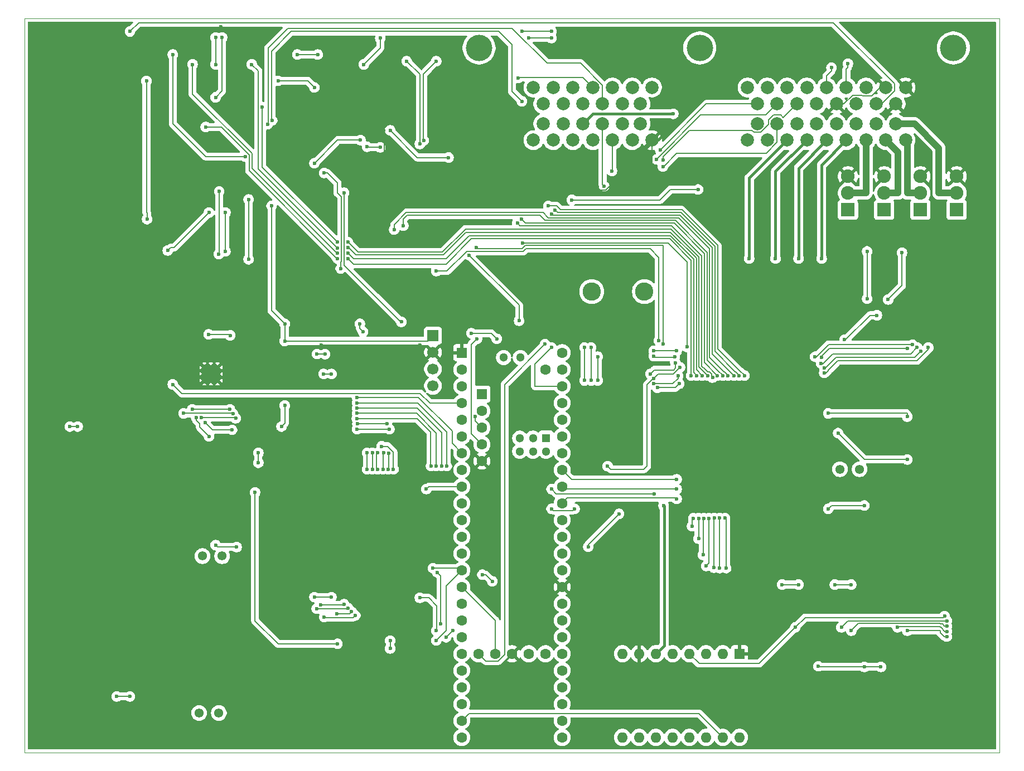
<source format=gbr>
%TF.GenerationSoftware,KiCad,Pcbnew,9.0.0*%
%TF.CreationDate,2025-08-01T10:40:34+02:00*%
%TF.ProjectId,ECU,4543552e-6b69-4636-9164-5f7063625858,0.3*%
%TF.SameCoordinates,Original*%
%TF.FileFunction,Copper,L2,Bot*%
%TF.FilePolarity,Positive*%
%FSLAX46Y46*%
G04 Gerber Fmt 4.6, Leading zero omitted, Abs format (unit mm)*
G04 Created by KiCad (PCBNEW 9.0.0) date 2025-08-01 10:40:34*
%MOMM*%
%LPD*%
G01*
G04 APERTURE LIST*
%TA.AperFunction,HeatsinkPad*%
%ADD10C,0.500000*%
%TD*%
%TA.AperFunction,HeatsinkPad*%
%ADD11R,2.500000X2.500000*%
%TD*%
%TA.AperFunction,ComponentPad*%
%ADD12C,1.381000*%
%TD*%
%TA.AperFunction,ComponentPad*%
%ADD13C,4.000000*%
%TD*%
%TA.AperFunction,ComponentPad*%
%ADD14C,2.000000*%
%TD*%
%TA.AperFunction,ComponentPad*%
%ADD15R,1.600000X1.600000*%
%TD*%
%TA.AperFunction,ComponentPad*%
%ADD16O,1.600000X1.600000*%
%TD*%
%TA.AperFunction,ComponentPad*%
%ADD17R,2.070000X2.070000*%
%TD*%
%TA.AperFunction,ComponentPad*%
%ADD18C,2.070000*%
%TD*%
%TA.AperFunction,ComponentPad*%
%ADD19C,1.600000*%
%TD*%
%TA.AperFunction,ComponentPad*%
%ADD20R,1.300000X1.300000*%
%TD*%
%TA.AperFunction,ComponentPad*%
%ADD21C,1.300000*%
%TD*%
%TA.AperFunction,ComponentPad*%
%ADD22C,2.775000*%
%TD*%
%TA.AperFunction,ComponentPad*%
%ADD23R,1.700000X1.700000*%
%TD*%
%TA.AperFunction,ComponentPad*%
%ADD24C,1.700000*%
%TD*%
%TA.AperFunction,ViaPad*%
%ADD25C,0.600000*%
%TD*%
%TA.AperFunction,Conductor*%
%ADD26C,0.200000*%
%TD*%
%TA.AperFunction,Conductor*%
%ADD27C,0.600000*%
%TD*%
%TA.AperFunction,Conductor*%
%ADD28C,0.400000*%
%TD*%
%TA.AperFunction,Conductor*%
%ADD29C,1.000000*%
%TD*%
%ADD30C,0.350000*%
%TA.AperFunction,Profile*%
%ADD31C,0.050000*%
%TD*%
G04 APERTURE END LIST*
D10*
%TO.P,U15,49,PADGND*%
%TO.N,GND*%
X92300000Y-85000000D03*
X92300000Y-86000000D03*
X92300000Y-87000000D03*
X93300000Y-85000000D03*
X93300000Y-86000000D03*
D11*
X93300000Y-86000000D03*
D10*
X93300000Y-87000000D03*
X94300000Y-85000000D03*
X94300000Y-86000000D03*
X94300000Y-87000000D03*
%TD*%
D12*
%TO.P,SW1,MH1*%
%TO.N,N/C*%
X92000000Y-113675000D03*
%TO.P,SW1,MH2*%
X95000000Y-113675000D03*
%TD*%
D13*
%TO.P,J5,*%
%TO.N,*%
X206000000Y-36500000D03*
X167500000Y-36500000D03*
X134000000Y-36500000D03*
D14*
%TO.P,J5,1*%
%TO.N,IGN1*%
X198750000Y-50500000D03*
%TO.P,J5,2*%
%TO.N,IGN2*%
X195750000Y-50500000D03*
%TO.P,J5,3*%
%TO.N,IGN3*%
X192750000Y-50500000D03*
%TO.P,J5,4*%
%TO.N,INJ4*%
X189750000Y-50500000D03*
%TO.P,J5,5*%
%TO.N,INJ3*%
X186750000Y-50500000D03*
%TO.P,J5,6*%
%TO.N,INJ2*%
X183750000Y-50500000D03*
%TO.P,J5,7*%
%TO.N,INJ1*%
X180750000Y-50500000D03*
%TO.P,J5,8*%
%TO.N,IDLE-OUT*%
X177750000Y-50500000D03*
%TO.P,J5,9*%
%TO.N,FUELPUMP-OUT*%
X174750000Y-50500000D03*
%TO.P,J5,10*%
%TO.N,IGN4*%
X197250000Y-48000000D03*
%TO.P,J5,11*%
%TO.N,unconnected-(J5-Pad11)*%
X194250000Y-48000000D03*
%TO.P,J5,12*%
%TO.N,unconnected-(J5-Pad12)*%
X191250000Y-48000000D03*
%TO.P,J5,13*%
%TO.N,unconnected-(J5-Pad13)*%
X188250000Y-48000000D03*
%TO.P,J5,14*%
%TO.N,CAN_H*%
X185250000Y-48000000D03*
%TO.P,J5,15*%
%TO.N,CAN_L*%
X182250000Y-48000000D03*
%TO.P,J5,16*%
%TO.N,USB 5V*%
X179250000Y-48000000D03*
%TO.P,J5,17*%
%TO.N,12V-SW*%
X176250000Y-48000000D03*
%TO.P,J5,18*%
%TO.N,GND*%
X197250000Y-45000000D03*
%TO.P,J5,19*%
%TO.N,Clutch_in*%
X194250000Y-45000000D03*
%TO.P,J5,20*%
%TO.N,/Conntectors/Neutral input*%
X191250000Y-45000000D03*
%TO.P,J5,21*%
%TO.N,GND*%
X188250000Y-45000000D03*
%TO.P,J5,22*%
%TO.N,/Conntectors/Diagnose Stecker*%
X185250000Y-45000000D03*
%TO.P,J5,23*%
%TO.N,USB D-*%
X182250000Y-45000000D03*
%TO.P,J5,24*%
%TO.N,USB GND*%
X179250000Y-45000000D03*
%TO.P,J5,25*%
%TO.N,USB D+*%
X176250000Y-45000000D03*
%TO.P,J5,26*%
%TO.N,GND*%
X198750000Y-42500000D03*
%TO.P,J5,27*%
X195750000Y-42500000D03*
%TO.P,J5,28*%
%TO.N,/Conntectors/Starter Relay FB*%
X192750000Y-42500000D03*
%TO.P,J5,29*%
%TO.N,FAN-OUT*%
X189750000Y-42500000D03*
%TO.P,J5,30*%
%TO.N,BOOST-OUT*%
X186750000Y-42500000D03*
%TO.P,J5,31*%
%TO.N,SPARE1-OUT*%
X183750000Y-42500000D03*
%TO.P,J5,32*%
%TO.N,SPARE2-OUT*%
X180750000Y-42500000D03*
%TO.P,J5,33*%
%TO.N,unconnected-(J5-Pad33)*%
X177750000Y-42500000D03*
%TO.P,J5,34*%
%TO.N,unconnected-(J5-Pad34)*%
X174750000Y-42500000D03*
%TO.P,J5,35*%
%TO.N,GND*%
X160250000Y-50500000D03*
%TO.P,J5,36*%
%TO.N,CRANK-IN-*%
X157250000Y-50500000D03*
%TO.P,J5,37*%
%TO.N,CAM-IN+*%
X154250000Y-50500000D03*
%TO.P,J5,38*%
%TO.N,O2_Sensor*%
X151250000Y-50500000D03*
%TO.P,J5,39*%
%TO.N,ADC-Clamp-5*%
X148250000Y-50500000D03*
%TO.P,J5,40*%
%TO.N,unconnected-(J5-Pad40)*%
X145250000Y-50500000D03*
%TO.P,J5,41*%
%TO.N,unconnected-(J5-Pad41)*%
X142250000Y-50500000D03*
%TO.P,J5,42*%
%TO.N,/Conntectors/FI FB*%
X158500000Y-48000000D03*
%TO.P,J5,43*%
%TO.N,CRANK-IN+*%
X155750000Y-48000000D03*
%TO.P,J5,44*%
%TO.N,CAM-IN-*%
X152750000Y-48000000D03*
%TO.P,J5,45*%
%TO.N,O2-Heater*%
X149750000Y-48000000D03*
%TO.P,J5,46*%
%TO.N,unconnected-(J5-Pad46)*%
X146750000Y-48000000D03*
%TO.P,J5,47*%
%TO.N,unconnected-(J5-Pad47)*%
X143750000Y-48000000D03*
%TO.P,J5,48*%
%TO.N,VDDA*%
X158500000Y-45000000D03*
%TO.P,J5,49*%
%TO.N,TPS_Sensor*%
X155750000Y-45000000D03*
%TO.P,J5,50*%
%TO.N,IAT_Sensor*%
X152750000Y-45000000D03*
%TO.P,J5,51*%
%TO.N,CLT_Sensor*%
X149750000Y-45000000D03*
%TO.P,J5,52*%
%TO.N,Baro_Sensor*%
X146750000Y-45000000D03*
%TO.P,J5,53*%
%TO.N,SPARE2_Sensor*%
X143750000Y-45000000D03*
%TO.P,J5,54*%
%TO.N,GNDA*%
X160250000Y-42500000D03*
%TO.P,J5,55*%
%TO.N,ROUT2*%
X157250000Y-42500000D03*
%TO.P,J5,56*%
%TO.N,/Conntectors/Tacho Data*%
X154250000Y-42500000D03*
%TO.P,J5,57*%
%TO.N,Gear_Position*%
X151250000Y-42500000D03*
%TO.P,J5,58*%
%TO.N,Map_Sensor*%
X148250000Y-42500000D03*
%TO.P,J5,59*%
%TO.N,Tip Over Sensor*%
X145250000Y-42500000D03*
%TO.P,J5,60*%
%TO.N,SPARE2-Digital*%
X142250000Y-42500000D03*
%TD*%
D15*
%TO.P,A1,1,GND*%
%TO.N,GND*%
X173540000Y-128500000D03*
D16*
%TO.P,A1,2,~{FLT}*%
%TO.N,unconnected-(A1-~{FLT}-Pad2)*%
X171000000Y-128500000D03*
%TO.P,A1,3,A2*%
%TO.N,SPARE2-OUT*%
X168460000Y-128500000D03*
%TO.P,A1,4,A1*%
%TO.N,SPARE1-OUT*%
X165920000Y-128500000D03*
%TO.P,A1,5,B1*%
%TO.N,IDLE-OUT*%
X163380000Y-128500000D03*
%TO.P,A1,6,B2*%
%TO.N,O2-Heater*%
X160840000Y-128500000D03*
%TO.P,A1,7,GND*%
%TO.N,GND*%
X158300000Y-128500000D03*
%TO.P,A1,8,VMOT*%
%TO.N,Net-(A1-VMOT)*%
X155760000Y-128500000D03*
%TO.P,A1,9,~{EN}*%
%TO.N,MCU-D30*%
X155760000Y-141200000D03*
%TO.P,A1,10,M0*%
%TO.N,unconnected-(A1-M0-Pad10)*%
X158300000Y-141200000D03*
%TO.P,A1,11,M1*%
%TO.N,unconnected-(A1-M1-Pad11)*%
X160840000Y-141200000D03*
%TO.P,A1,12,M2*%
%TO.N,unconnected-(A1-M2-Pad12)*%
X163380000Y-141200000D03*
%TO.P,A1,13,~{RST}*%
%TO.N,+3V3*%
X165920000Y-141200000D03*
%TO.P,A1,14,~{SLP}*%
X168460000Y-141200000D03*
%TO.P,A1,15,STEP*%
%TO.N,MCU-D31*%
X171000000Y-141200000D03*
%TO.P,A1,16,DIR*%
%TO.N,MCU-D32*%
X173540000Y-141200000D03*
%TD*%
D12*
%TO.P,SW2,MH1*%
%TO.N,N/C*%
X91500000Y-137500000D03*
%TO.P,SW2,MH2*%
X94500000Y-137500000D03*
%TD*%
D17*
%TO.P,Q5,1,G*%
%TO.N,Net-(Q5-G)*%
X195500000Y-61080000D03*
D18*
%TO.P,Q5,2,D*%
%TO.N,IGN2*%
X195500000Y-58540000D03*
%TO.P,Q5,3,S*%
%TO.N,GND*%
X195500000Y-56000000D03*
%TD*%
D12*
%TO.P,SW4,MH1*%
%TO.N,N/C*%
X188765000Y-100475000D03*
%TO.P,SW4,MH2*%
X191765000Y-100475000D03*
%TD*%
D15*
%TO.P,U1,1,GND*%
%TO.N,GND*%
X131380000Y-82790000D03*
D19*
%TO.P,U1,2,0_RX1_CRX2_CS1*%
%TO.N,MCU-D0*%
X131380000Y-85330000D03*
%TO.P,U1,3,1_TX1_CTX2_MISO1*%
%TO.N,MCU-D1*%
X131380000Y-87870000D03*
%TO.P,U1,4,2_OUT2*%
%TO.N,MC33814-CS*%
X131380000Y-90410000D03*
%TO.P,U1,5,3_LRCLK2*%
%TO.N,MCU-D3*%
X131380000Y-92950000D03*
%TO.P,U1,6,4_BCLK2*%
%TO.N,MCU-D4*%
X131380000Y-95490000D03*
%TO.P,U1,7,5_IN2*%
%TO.N,MCU-D5*%
X131380000Y-98030000D03*
%TO.P,U1,8,6_OUT1D*%
%TO.N,MCU-D6*%
X131380000Y-100570000D03*
%TO.P,U1,9,7_RX2_OUT1A*%
%TO.N,MCU-D7*%
X131380000Y-103110000D03*
%TO.P,U1,10,8_TX2_IN1*%
%TO.N,MCU-D8*%
X131380000Y-105650000D03*
%TO.P,U1,11,9_OUT1C*%
%TO.N,MCU-D9*%
X131380000Y-108190000D03*
%TO.P,U1,12,10_CS_MQSR*%
%TO.N,MC33810_1-CS*%
X131380000Y-110730000D03*
%TO.P,U1,13,11_MOSI_CTX1*%
%TO.N,MOSI*%
X131380000Y-113270000D03*
%TO.P,U1,14,12_MISO_MQSL*%
%TO.N,MISO*%
X131380000Y-115810000D03*
%TO.P,U1,15,3V3*%
%TO.N,+3V3*%
X131380000Y-118350000D03*
%TO.P,U1,16,24_A10_TX6_SCL2*%
%TO.N,MCU-D24*%
X131380000Y-120890000D03*
%TO.P,U1,17,25_A11_RX6_SDA2*%
%TO.N,MCU-D25*%
X131380000Y-123430000D03*
%TO.P,U1,18,26_A12_MOSI1*%
%TO.N,MCU-D26*%
X131380000Y-125970000D03*
%TO.P,U1,19,27_A13_SCK1*%
%TO.N,MCU-D27*%
X131380000Y-128510000D03*
%TO.P,U1,20,28_RX7*%
%TO.N,MCU-D28*%
X131380000Y-131050000D03*
%TO.P,U1,21,29_TX7*%
%TO.N,MCU-D29*%
X131380000Y-133590000D03*
%TO.P,U1,22,30_CRX3*%
%TO.N,MCU-D30*%
X131380000Y-136130000D03*
%TO.P,U1,23,31_CTX3*%
%TO.N,MCU-D31*%
X131380000Y-138670000D03*
%TO.P,U1,24,32_OUT1B*%
%TO.N,MCU-D32*%
X131380000Y-141210000D03*
%TO.P,U1,25,33_MCLK2*%
%TO.N,unconnected-(U1-33_MCLK2-Pad25)*%
X146620000Y-141210000D03*
%TO.P,U1,26,34_RX8*%
%TO.N,unconnected-(U1-34_RX8-Pad26)*%
X146620000Y-138670000D03*
%TO.P,U1,27,35_TX8*%
%TO.N,unconnected-(U1-35_TX8-Pad27)*%
X146620000Y-136130000D03*
%TO.P,U1,28,36_CS*%
%TO.N,ADC-Clamp-6*%
X146620000Y-133590000D03*
%TO.P,U1,29,37_CS*%
%TO.N,ADC-Clamp-5*%
X146620000Y-131050000D03*
%TO.P,U1,30,38_CS1_IN1*%
%TO.N,unconnected-(U1-38_CS1_IN1-Pad30)*%
X146620000Y-128510000D03*
%TO.P,U1,31,39_MISO1_OUT1A*%
%TO.N,ADC-Clamp-7*%
X146620000Y-125970000D03*
%TO.P,U1,32,40_A16*%
%TO.N,ADC-Clamp-4*%
X146620000Y-123430000D03*
%TO.P,U1,33,41_A17*%
%TO.N,ADC-Clamp-3*%
X146620000Y-120890000D03*
%TO.P,U1,34,GND*%
%TO.N,GND*%
X146620000Y-118350000D03*
%TO.P,U1,35,13_SCK_LED*%
%TO.N,SCLK*%
X146620000Y-115810000D03*
%TO.P,U1,36,14_A0_TX3_SPDIF_OUT*%
%TO.N,ADC-Clamp-11*%
X146620000Y-113270000D03*
%TO.P,U1,37,15_A1_RX3_SPDIF_IN*%
%TO.N,ADC-Clamp-12*%
X146620000Y-110730000D03*
%TO.P,U1,38,16_A2_RX4_SCL1*%
%TO.N,ADC-Clamp-13*%
X146620000Y-108190000D03*
%TO.P,U1,39,17_A3_TX4_SDA1*%
%TO.N,ADC-Clamp-14*%
X146620000Y-105650000D03*
%TO.P,U1,40,18_A4_SDA*%
%TO.N,MCU-A0*%
X146620000Y-103110000D03*
%TO.P,U1,41,19_A5_SCL*%
%TO.N,MCU-A1*%
X146620000Y-100570000D03*
%TO.P,U1,42,20_A6_TX5_LRCLK1*%
%TO.N,MCU-A4*%
X146620000Y-98030000D03*
%TO.P,U1,43,21_A7_RX5_BCLK1*%
%TO.N,MCU-A5*%
X146620000Y-95490000D03*
%TO.P,U1,44,22_A8_CTX1*%
%TO.N,MCU-A8*%
X146620000Y-92950000D03*
%TO.P,U1,45,23_A9_CRX1_MCLK1*%
%TO.N,MCU-A9*%
X146620000Y-90410000D03*
%TO.P,U1,46,3V3*%
%TO.N,+3V3*%
X146620000Y-87870000D03*
%TO.P,U1,47,GND*%
%TO.N,GNDA*%
X146620000Y-85330000D03*
%TO.P,U1,48,VIN*%
%TO.N,+5V*%
X146620000Y-82790000D03*
%TO.P,U1,49,VUSB*%
%TO.N,unconnected-(U1-VUSB-Pad49)*%
X144080000Y-85330000D03*
%TO.P,U1,50,VBAT*%
%TO.N,VBat*%
X133920000Y-128510000D03*
%TO.P,U1,51,3V3*%
%TO.N,+3V3*%
X136460000Y-128510000D03*
%TO.P,U1,52,GND*%
%TO.N,GND*%
X139000000Y-128510000D03*
%TO.P,U1,53,PROGRAM*%
%TO.N,PROG*%
X141540000Y-128510000D03*
%TO.P,U1,54,ON_OFF*%
%TO.N,RESET*%
X144080000Y-128510000D03*
D15*
%TO.P,U1,55,5V*%
%TO.N,USB 5V*%
X134430800Y-89089200D03*
D19*
%TO.P,U1,56,D-*%
%TO.N,USB D-*%
X134430800Y-91629200D03*
%TO.P,U1,57,D+*%
%TO.N,USB D+*%
X134430800Y-94169200D03*
%TO.P,U1,58,GND*%
%TO.N,USB GND*%
X134430800Y-96709200D03*
%TO.P,U1,59,GND*%
%TO.N,GND*%
X134430800Y-99249200D03*
D20*
%TO.P,U1,60,R+*%
%TO.N,unconnected-(U1-R+-Pad60)*%
X144181600Y-95760000D03*
D21*
%TO.P,U1,61,LED*%
%TO.N,unconnected-(U1-LED-Pad61)*%
X142181600Y-95760000D03*
%TO.P,U1,62,T-*%
%TO.N,unconnected-(U1-T--Pad62)*%
X140181600Y-95760000D03*
%TO.P,U1,63,T+*%
%TO.N,unconnected-(U1-T+-Pad63)*%
X140181600Y-97760000D03*
%TO.P,U1,64,GND*%
%TO.N,unconnected-(U1-GND-Pad64)*%
X142181600Y-97760000D03*
%TO.P,U1,65,R-*%
%TO.N,unconnected-(U1-R--Pad65)*%
X144181600Y-97760000D03*
%TO.P,U1,66,D-*%
%TO.N,unconnected-(U1-D--Pad66)*%
X140270000Y-83520000D03*
%TO.P,U1,67,D+*%
%TO.N,unconnected-(U1-D+-Pad67)*%
X137730000Y-83520000D03*
%TD*%
D22*
%TO.P,BT1,1,+*%
%TO.N,VBat*%
X151100000Y-73500000D03*
X159100000Y-73500000D03*
%TD*%
D17*
%TO.P,Q7,1,G*%
%TO.N,Net-(Q7-G)*%
X206500000Y-61080000D03*
D18*
%TO.P,Q7,2,D*%
%TO.N,IGN4*%
X206500000Y-58540000D03*
%TO.P,Q7,3,S*%
%TO.N,GND*%
X206500000Y-56000000D03*
%TD*%
D23*
%TO.P,J1,1,Pin_1*%
%TO.N,+5V*%
X127000000Y-80190000D03*
D24*
%TO.P,J1,2,Pin_2*%
%TO.N,GND*%
X127000000Y-82730000D03*
%TO.P,J1,3,Pin_3*%
%TO.N,MCU-D0*%
X127000000Y-85270000D03*
%TO.P,J1,4,Pin_4*%
%TO.N,MCU-D1*%
X127000000Y-87810000D03*
%TD*%
D17*
%TO.P,Q6,1,G*%
%TO.N,Net-(Q6-G)*%
X190000000Y-61080000D03*
D18*
%TO.P,Q6,2,D*%
%TO.N,IGN3*%
X190000000Y-58540000D03*
%TO.P,Q6,3,S*%
%TO.N,GND*%
X190000000Y-56000000D03*
%TD*%
D17*
%TO.P,Q4,1,G*%
%TO.N,Net-(Q4-G)*%
X201000000Y-61080000D03*
D18*
%TO.P,Q4,2,D*%
%TO.N,IGN1*%
X201000000Y-58540000D03*
%TO.P,Q4,3,S*%
%TO.N,GND*%
X201000000Y-56000000D03*
%TD*%
D25*
%TO.N,IDLE-OUT*%
X204998272Y-124305814D03*
X190500000Y-125000000D03*
%TO.N,+3V3*%
X130000000Y-125000000D03*
X132500000Y-68000000D03*
X95500000Y-67395000D03*
X95500000Y-61500000D03*
X87500000Y-37500000D03*
X145000000Y-82000000D03*
X129358615Y-53141385D03*
X120500000Y-49000000D03*
X185974265Y-83474265D03*
X129000000Y-126000000D03*
X199000000Y-82148442D03*
X140065687Y-77934313D03*
X111590450Y-119909550D03*
X163800000Y-84300000D03*
X98500000Y-53000000D03*
X109000000Y-119900000D03*
X160000000Y-86000000D03*
%TO.N,SPARE1-OUT*%
X204656894Y-122784467D03*
X182000000Y-124500000D03*
%TO.N,GND*%
X95500000Y-101500000D03*
X141900000Y-90200000D03*
X119500000Y-49000000D03*
X138100000Y-140000000D03*
X151985000Y-112985000D03*
X84500000Y-106500000D03*
X85241365Y-63758635D03*
X99500000Y-47451000D03*
X203700000Y-70400000D03*
X90500000Y-52500000D03*
X157905000Y-106500000D03*
X119500000Y-58000000D03*
X76501000Y-51001000D03*
X110000000Y-81600000D03*
X185300000Y-136700000D03*
X87000000Y-62000000D03*
X164600000Y-93900000D03*
X203000000Y-100000000D03*
X83900000Y-114600000D03*
X199500000Y-77000000D03*
X94775735Y-33275735D03*
X82500000Y-66500000D03*
X89463235Y-53536765D03*
X94500000Y-105000000D03*
X86000000Y-122000000D03*
X150500000Y-96100000D03*
X136700000Y-134200000D03*
X108500000Y-122500000D03*
X112500000Y-38000000D03*
X125000000Y-81600000D03*
X157500000Y-118500000D03*
X72000000Y-52000000D03*
X160100000Y-57800000D03*
X108000000Y-106500000D03*
X178900000Y-76400000D03*
X178900000Y-93400000D03*
X197750000Y-117800000D03*
X206400000Y-77400000D03*
X123000000Y-117824000D03*
X168200000Y-60000000D03*
X129700000Y-48900000D03*
X142000000Y-122600000D03*
X123100000Y-120300000D03*
X142000000Y-118900000D03*
X183300000Y-101400000D03*
X114500000Y-38000000D03*
X198765000Y-89100000D03*
X96000000Y-41500000D03*
%TO.N,O2-Heater*%
X162000000Y-106000000D03*
X149750000Y-48000000D03*
X163500000Y-46500000D03*
%TO.N,SPARE2-OUT*%
X205002793Y-123505825D03*
X189000000Y-124500000D03*
%TO.N,+5V*%
X104500000Y-90799000D03*
X112500000Y-127000000D03*
X104500000Y-81000000D03*
X187000000Y-92000000D03*
X100000000Y-104000000D03*
X136674265Y-80674265D03*
X92400000Y-93400000D03*
X199000000Y-92500000D03*
X102500000Y-60500000D03*
X104000000Y-94000000D03*
X100500000Y-98000000D03*
X96500000Y-94500000D03*
X100500000Y-99500000D03*
X132825735Y-79825735D03*
X164000000Y-82500000D03*
X160500000Y-82500000D03*
X104500000Y-78400000D03*
%TO.N,MCU-A4*%
X120324266Y-98024263D03*
X120200012Y-100500000D03*
X115211776Y-122682347D03*
X110482727Y-122912500D03*
%TO.N,IGN_V+*%
X199000000Y-99000000D03*
X189500000Y-80800000D03*
X194400000Y-77100000D03*
X188500000Y-95000000D03*
%TO.N,ADC-Clamp-5*%
X170500000Y-115500000D03*
X93000000Y-61500000D03*
X170522437Y-107900000D03*
X86741365Y-67258635D03*
X145538003Y-61100000D03*
X173493003Y-86264817D03*
%TO.N,O2-5V*%
X117000000Y-51500000D03*
X119000000Y-51600000D03*
%TO.N,ADC-Clamp-7*%
X169722495Y-107890254D03*
X145005470Y-61697000D03*
X169622265Y-115424265D03*
X172693000Y-86264817D03*
%TO.N,ADC-Clamp-6*%
X171500000Y-115500000D03*
X174293006Y-86264817D03*
X144500000Y-60500000D03*
X171322440Y-107900000D03*
%TO.N,IAT_Sensor*%
X101900000Y-48075500D03*
%TO.N,CLT_Sensor*%
X102600000Y-47500000D03*
X140500000Y-44600000D03*
%TO.N,ADC-Clamp-11*%
X140402473Y-62499000D03*
X170193000Y-86264817D03*
X94500000Y-67796000D03*
X94547469Y-58300000D03*
X167323268Y-111025262D03*
X167323253Y-107925262D03*
%TO.N,ADC-Clamp-12*%
X169437827Y-86556769D03*
X139802473Y-63099000D03*
X83500000Y-41500000D03*
X99000000Y-59500000D03*
X166523250Y-107925262D03*
X166323268Y-109125262D03*
X99000000Y-68595000D03*
X83600000Y-62500000D03*
%TO.N,TPS_Sensor*%
X140500000Y-34000000D03*
X144987892Y-34000000D03*
%TO.N,MCU-A9*%
X150000000Y-82000000D03*
X123000000Y-38500000D03*
X125007631Y-51082998D03*
X127500000Y-70400000D03*
X161300000Y-80953390D03*
X150000000Y-87000000D03*
%TO.N,MCU-A8*%
X151000000Y-82000000D03*
X133550000Y-66800000D03*
X161900000Y-81500000D03*
X151000000Y-87000000D03*
X125600000Y-50545315D03*
X127500000Y-38500000D03*
%TO.N,12V-PROT*%
X71874000Y-94000000D03*
X96199265Y-80149265D03*
X92950000Y-80000000D03*
X73074000Y-94000000D03*
%TO.N,INJ2*%
X179000000Y-68500000D03*
%TO.N,INJ3*%
X182500000Y-68500000D03*
%TO.N,INJ1*%
X175000000Y-68500000D03*
%TO.N,INJ4*%
X186000000Y-68500000D03*
%TO.N,12V-SW*%
X192500000Y-130500000D03*
X165593000Y-81900000D03*
X116382330Y-79600000D03*
X140565687Y-66100000D03*
X195000000Y-130500000D03*
X185500000Y-130400000D03*
X115900000Y-78400000D03*
%TO.N,FAN-OUT*%
X190000000Y-38900000D03*
X204999729Y-125905816D03*
X199000000Y-125000000D03*
%TO.N,BOOST-OUT*%
X205000263Y-125105814D03*
X187500000Y-39500000D03*
X197500000Y-124500000D03*
%TO.N,Net-(SW4-NO_1)*%
X192500000Y-106000000D03*
X187000000Y-106500000D03*
%TO.N,VDDA*%
X113500000Y-58500000D03*
X120400009Y-94400009D03*
X122200000Y-78100000D03*
X115500000Y-94400009D03*
%TO.N,MCU-A5*%
X114646089Y-122116660D03*
X112392420Y-122408580D03*
X119500000Y-98000000D03*
X119400009Y-100500000D03*
%TO.N,Net-(IC2-INPUT_2)*%
X190500000Y-118000000D03*
X188000000Y-118000000D03*
%TO.N,Net-(IC3-INPUT_2)*%
X180000000Y-118000000D03*
X182500000Y-118000000D03*
%TO.N,CRANK-IN+*%
X97194315Y-112305685D03*
X117000000Y-98000000D03*
X117000000Y-100500000D03*
X94000000Y-112000000D03*
%TO.N,USB D+*%
X133437784Y-92468200D03*
X161500000Y-52000000D03*
%TO.N,USB GND*%
X133674265Y-80674265D03*
X160924264Y-53424264D03*
%TO.N,USB D-*%
X161900000Y-53500000D03*
%TO.N,Gear_Position*%
X139950735Y-41049265D03*
X116000000Y-50500000D03*
X109000000Y-54000000D03*
%TO.N,CRANK-IN-*%
X119200006Y-97000000D03*
X120500000Y-127701000D03*
X121000015Y-100500000D03*
X120500000Y-126501000D03*
%TO.N,USB 5V*%
X161900000Y-54500000D03*
%TO.N,ROUT2*%
X115517232Y-93595583D03*
X120000000Y-93600006D03*
%TO.N,CAM-IN-*%
X109342374Y-121648416D03*
X118600006Y-98000000D03*
X153000000Y-57500000D03*
X118600006Y-100500000D03*
X114080402Y-121550972D03*
%TO.N,FUELPUMP-OUT*%
X167250000Y-58000000D03*
X148075735Y-59575735D03*
%TO.N,CAM-IN+*%
X109924820Y-121100000D03*
X113514715Y-120985285D03*
X117800003Y-100500000D03*
X117800003Y-98000000D03*
X154174264Y-55174265D03*
%TO.N,Net-(JP3-B)*%
X81000000Y-135000000D03*
X79000000Y-135000000D03*
%TO.N,VPPREF*%
X93000000Y-95500000D03*
X91050000Y-92600000D03*
%TO.N,Net-(U12A-+)*%
X94000000Y-39000000D03*
X94000000Y-34900000D03*
%TO.N,Net-(U12B-+)*%
X94000000Y-44000000D03*
X95000000Y-34900000D03*
X109500000Y-37500000D03*
X106400000Y-37500000D03*
%TO.N,Net-(U12D-+)*%
X109000000Y-42500000D03*
X103500000Y-41500000D03*
%TO.N,MCU-D25*%
X136000000Y-117500000D03*
X134500000Y-116500000D03*
%TO.N,VBat*%
X144000000Y-81500000D03*
%TO.N,MC33810_1-CS*%
X160600000Y-104211000D03*
X145000000Y-103500000D03*
X161065687Y-88100000D03*
X164400000Y-87500000D03*
X202196322Y-82002177D03*
X186400000Y-85864817D03*
%TO.N,MCU-A0*%
X90500000Y-39000000D03*
X167041527Y-86264817D03*
X114100000Y-67651473D03*
X112499000Y-67699999D03*
X164000000Y-103500000D03*
%TO.N,MCU-D7*%
X126000000Y-103500000D03*
%TO.N,SCLK*%
X160500000Y-87500000D03*
X96635662Y-92053400D03*
X186400000Y-85064814D03*
X115500000Y-92000000D03*
X164200000Y-86300000D03*
X127675735Y-116175735D03*
X155250000Y-107250000D03*
X150567241Y-112245000D03*
X201065687Y-82565687D03*
X127500000Y-100000000D03*
X128201000Y-124000000D03*
X89137500Y-92000000D03*
%TO.N,MCU-D5*%
X115500000Y-89599991D03*
X110400000Y-86000000D03*
X111600000Y-86000000D03*
%TO.N,ADC-Clamp-4*%
X171793006Y-86264817D03*
X110500000Y-55500000D03*
X121100000Y-64100000D03*
X168471768Y-115173762D03*
X113000000Y-69999000D03*
X168923259Y-107925262D03*
%TO.N,MISO*%
X152000000Y-87000000D03*
X91850003Y-92600000D03*
X97049886Y-92737814D03*
X126699997Y-100000000D03*
X148500000Y-106489000D03*
X185000000Y-83400000D03*
X163700000Y-83400000D03*
X127500000Y-126500000D03*
X115443342Y-92799000D03*
X127000000Y-115500000D03*
X152000000Y-83390000D03*
X199798466Y-81548442D03*
X145000000Y-106489000D03*
X160500000Y-83300003D03*
%TO.N,ADC-Clamp-13*%
X112499000Y-66000000D03*
X101100000Y-45500000D03*
X168693000Y-86264817D03*
X114100000Y-66000000D03*
%TO.N,MCU-D8*%
X109400000Y-82983235D03*
X110600000Y-82995177D03*
X129100006Y-100000000D03*
X115500000Y-90399994D03*
%TO.N,MCU-A1*%
X92500000Y-48500000D03*
X164000000Y-102000000D03*
X112499000Y-68500000D03*
X166193000Y-86264817D03*
X114100000Y-68500000D03*
%TO.N,ADC-Clamp-3*%
X168000000Y-113500000D03*
X170993003Y-86264817D03*
X122500000Y-63500000D03*
X168123256Y-107925262D03*
%TO.N,MC33814-CS*%
X87500000Y-87600000D03*
%TO.N,ADC-Clamp-14*%
X114100000Y-66851470D03*
X164000000Y-105000000D03*
X167890055Y-86264817D03*
X112499000Y-66899997D03*
X99500000Y-39000000D03*
%TO.N,MOSI*%
X90450000Y-91400000D03*
X164500000Y-85000000D03*
X96176891Y-91398015D03*
X160500000Y-86699997D03*
X200500000Y-82000000D03*
X128300003Y-100000000D03*
X115500000Y-91199997D03*
X185937644Y-84411950D03*
X153515515Y-100015515D03*
%TO.N,Net-(U4-SDA{slash}SDI{slash}SDIO)*%
X125000000Y-120000000D03*
X127500000Y-125000000D03*
%TO.N,Net-(U5-OUT_B)*%
X196100000Y-74700000D03*
X198200000Y-67600000D03*
%TO.N,Net-(U5-OUT_A)*%
X192900000Y-74600000D03*
X192900000Y-67400000D03*
%TO.N,Clutch_in*%
X81000000Y-34000000D03*
%TO.N,Map_Sensor*%
X145000000Y-35000000D03*
X141500000Y-35000000D03*
X116500000Y-39000000D03*
X119000000Y-35000000D03*
%TD*%
D26*
%TO.N,IDLE-OUT*%
X190500000Y-125000000D02*
X191601000Y-123899000D01*
X191601000Y-123899000D02*
X203899000Y-123899000D01*
X204653028Y-124305814D02*
X204998272Y-124305814D01*
X204347214Y-124000000D02*
X204653028Y-124305814D01*
X204000000Y-124000000D02*
X204347214Y-124000000D01*
X203899000Y-123899000D02*
X204000000Y-124000000D01*
%TO.N,+3V3*%
X185974265Y-83353144D02*
X187178967Y-82148442D01*
X131380000Y-118350000D02*
X136460000Y-123430000D01*
X145000000Y-82000000D02*
X142500000Y-84500000D01*
X111409550Y-119909550D02*
X111590450Y-119909550D01*
X140065687Y-75565687D02*
X140065687Y-77934313D01*
X185974265Y-83474265D02*
X185974265Y-83353144D01*
X163800000Y-85126795D02*
X163526795Y-85400000D01*
X160600000Y-85400000D02*
X160000000Y-86000000D01*
X163526795Y-85400000D02*
X160600000Y-85400000D01*
X95500000Y-67395000D02*
X95500000Y-61500000D01*
X124641385Y-53141385D02*
X129358615Y-53141385D01*
X98500000Y-53000000D02*
X92500000Y-53000000D01*
X163800000Y-84300000D02*
X163800000Y-85126795D01*
X132500000Y-68000000D02*
X140065687Y-75565687D01*
X109000000Y-119900000D02*
X111400000Y-119900000D01*
X92500000Y-53000000D02*
X87500000Y-48000000D01*
X136460000Y-123430000D02*
X136460000Y-128510000D01*
X142500000Y-84500000D02*
X142500000Y-87870000D01*
X111400000Y-119900000D02*
X111409550Y-119909550D01*
X120500000Y-49000000D02*
X124641385Y-53141385D01*
X129000000Y-126000000D02*
X130000000Y-125000000D01*
X142500000Y-87870000D02*
X146620000Y-87870000D01*
X187178967Y-82148442D02*
X199000000Y-82148442D01*
X87500000Y-48000000D02*
X87500000Y-37500000D01*
%TO.N,SPARE1-OUT*%
X204441361Y-123000000D02*
X204656894Y-122784467D01*
X204000000Y-123000000D02*
X204441361Y-123000000D01*
X182000000Y-124500000D02*
X183500000Y-123000000D01*
X167420000Y-130000000D02*
X176500000Y-130000000D01*
X183500000Y-123000000D02*
X204000000Y-123000000D01*
X176500000Y-130000000D02*
X182000000Y-124500000D01*
X165920000Y-128500000D02*
X167420000Y-130000000D01*
D27*
%TO.N,GND*%
X198750000Y-42500000D02*
X209700000Y-53450000D01*
D26*
X123100000Y-117924000D02*
X123000000Y-117824000D01*
X108000000Y-122000000D02*
X108000000Y-106500000D01*
X154985000Y-109985000D02*
X151985000Y-112985000D01*
X119500000Y-49000000D02*
X119601000Y-49101000D01*
X72000000Y-52000000D02*
X75502000Y-52000000D01*
X189410108Y-45000000D02*
X190711108Y-43699000D01*
X112500000Y-38000000D02*
X114500000Y-38000000D01*
X75502000Y-52000000D02*
X76501000Y-51001000D01*
D27*
X209700000Y-53450000D02*
X209700000Y-70400000D01*
D28*
X161150830Y-50500000D02*
X174150830Y-37500000D01*
D26*
X85241365Y-63758635D02*
X87000000Y-62000000D01*
X194910108Y-42500000D02*
X195750000Y-42500000D01*
X108500000Y-122500000D02*
X108000000Y-122000000D01*
X96000000Y-41500000D02*
X98500000Y-41500000D01*
X190711108Y-43699000D02*
X192109108Y-43699000D01*
X95500000Y-104000000D02*
X94500000Y-105000000D01*
D27*
X209700000Y-100000000D02*
X209700000Y-117900000D01*
D26*
X94775735Y-33275735D02*
X96000000Y-34500000D01*
X203000000Y-100000000D02*
X209700000Y-100000000D01*
X188250000Y-45000000D02*
X189410108Y-45000000D01*
X96000000Y-34500000D02*
X96000000Y-41500000D01*
X129700000Y-48900000D02*
X138901000Y-58101000D01*
D27*
X198765000Y-89100000D02*
X202200000Y-89100000D01*
D26*
X138901000Y-58101000D02*
X153248943Y-58101000D01*
X90500000Y-52500000D02*
X89463235Y-53536765D01*
X209600000Y-136700000D02*
X209700000Y-136800000D01*
X160100000Y-57800000D02*
X160250000Y-57650000D01*
D28*
X185300000Y-136700000D02*
X209600000Y-136700000D01*
D26*
X157905000Y-107095000D02*
X155015000Y-109985000D01*
X95500000Y-101500000D02*
X95500000Y-104000000D01*
X193609108Y-43801000D02*
X194910108Y-42500000D01*
X86000000Y-108000000D02*
X86000000Y-122000000D01*
D28*
X190750000Y-37500000D02*
X195750000Y-42500000D01*
D26*
X125000000Y-81600000D02*
X110000000Y-81600000D01*
X199500000Y-77000000D02*
X204500000Y-77000000D01*
X84500000Y-106500000D02*
X86000000Y-108000000D01*
X203700000Y-70400000D02*
X209700000Y-70400000D01*
X209600000Y-117800000D02*
X209700000Y-117900000D01*
X155015000Y-109985000D02*
X154985000Y-109985000D01*
D27*
X203300000Y-88000000D02*
X209700000Y-88000000D01*
D26*
X160250000Y-57650000D02*
X160250000Y-50500000D01*
X160250000Y-51099943D02*
X160250000Y-50500000D01*
D27*
X209700000Y-88000000D02*
X209700000Y-100000000D01*
D26*
X197750000Y-117800000D02*
X209600000Y-117800000D01*
X123100000Y-120300000D02*
X123100000Y-117924000D01*
X153248943Y-58101000D02*
X160250000Y-51099943D01*
X98500000Y-41500000D02*
X99500000Y-42500000D01*
D28*
X160250000Y-50500000D02*
X161150830Y-50500000D01*
D26*
X192211108Y-43801000D02*
X193609108Y-43801000D01*
X203700000Y-76200000D02*
X204500000Y-77000000D01*
X142000000Y-122600000D02*
X142000000Y-118900000D01*
X192109108Y-43699000D02*
X192211108Y-43801000D01*
X119601000Y-57899000D02*
X119500000Y-58000000D01*
X119601000Y-49101000D02*
X119601000Y-57899000D01*
D27*
X209700000Y-70400000D02*
X209700000Y-88000000D01*
D28*
X174150830Y-37500000D02*
X190750000Y-37500000D01*
D27*
X202200000Y-89100000D02*
X203300000Y-88000000D01*
D26*
X82500000Y-66500000D02*
X85241365Y-63758635D01*
X157905000Y-106500000D02*
X157905000Y-107095000D01*
X203700000Y-70400000D02*
X203700000Y-76200000D01*
D27*
X209700000Y-117900000D02*
X209700000Y-136800000D01*
D26*
X99500000Y-42500000D02*
X99500000Y-47451000D01*
D28*
%TO.N,O2-Heater*%
X162100000Y-127240000D02*
X162100000Y-106100000D01*
X160840000Y-128500000D02*
X162100000Y-127240000D01*
X151250000Y-46500000D02*
X149750000Y-48000000D01*
X162100000Y-106100000D02*
X162000000Y-106000000D01*
X163500000Y-46500000D02*
X151250000Y-46500000D01*
D26*
%TO.N,MCU-D31*%
X131380000Y-138670000D02*
X132481000Y-137569000D01*
X132481000Y-137569000D02*
X167369000Y-137569000D01*
X167369000Y-137569000D02*
X171000000Y-141200000D01*
%TO.N,SPARE2-OUT*%
X203998000Y-123498000D02*
X204000000Y-123500000D01*
X190002000Y-123498000D02*
X203998000Y-123498000D01*
X189000000Y-124500000D02*
X190002000Y-123498000D01*
X204000000Y-123500000D02*
X204996968Y-123500000D01*
X204996968Y-123500000D02*
X205002793Y-123505825D01*
%TO.N,+5V*%
X126190000Y-81000000D02*
X127000000Y-80190000D01*
X104500000Y-81000000D02*
X126190000Y-81000000D01*
X103500000Y-127000000D02*
X100000000Y-123500000D01*
X100000000Y-123500000D02*
X100000000Y-104000000D01*
X164000000Y-82500000D02*
X160500000Y-82500000D01*
X104500000Y-93500000D02*
X104000000Y-94000000D01*
X132825735Y-79825735D02*
X135825735Y-79825735D01*
X104500000Y-81000000D02*
X104500000Y-78400000D01*
X93500000Y-94500000D02*
X92400000Y-93400000D01*
X102500000Y-76400000D02*
X104500000Y-78400000D01*
X112500000Y-127000000D02*
X103500000Y-127000000D01*
X100500000Y-99500000D02*
X100500000Y-98000000D01*
X102500000Y-60500000D02*
X102500000Y-76400000D01*
X198923498Y-92000000D02*
X199000000Y-92076502D01*
X199000000Y-92076502D02*
X199000000Y-92500000D01*
X96500000Y-94500000D02*
X93500000Y-94500000D01*
X104500000Y-90799000D02*
X104500000Y-93500000D01*
X135825735Y-79825735D02*
X136674265Y-80674265D01*
X187000000Y-92000000D02*
X198923498Y-92000000D01*
%TO.N,MCU-A4*%
X114884543Y-123009580D02*
X115211776Y-122682347D01*
X120324266Y-100375746D02*
X120324266Y-98024263D01*
X120200012Y-100500000D02*
X120324266Y-100375746D01*
X110482727Y-122912500D02*
X110579807Y-123009580D01*
X110579807Y-123009580D02*
X114884543Y-123009580D01*
%TO.N,IGN_V+*%
X189748442Y-80700000D02*
X193348442Y-77100000D01*
X189500000Y-80800000D02*
X189600000Y-80700000D01*
X192500000Y-99000000D02*
X199000000Y-99000000D01*
X188500000Y-95000000D02*
X192500000Y-99000000D01*
X189600000Y-80700000D02*
X189748442Y-80700000D01*
X193348442Y-77100000D02*
X194400000Y-77100000D01*
%TO.N,ADC-Clamp-5*%
X172941943Y-85663817D02*
X172892003Y-85663817D01*
X173493003Y-86264817D02*
X173294000Y-86065814D01*
X173294000Y-86015874D02*
X172941943Y-85663817D01*
X87174265Y-66825735D02*
X87674265Y-66825735D01*
X145933003Y-61495000D02*
X145538003Y-61100000D01*
X172892003Y-85663817D02*
X169807000Y-82578814D01*
X169807000Y-66672800D02*
X164629200Y-61495000D01*
X86741365Y-67258635D02*
X87174265Y-66825735D01*
X87674265Y-66825735D02*
X93000000Y-61500000D01*
X169807000Y-82578814D02*
X169807000Y-66672800D01*
X164629200Y-61495000D02*
X145933003Y-61495000D01*
X173294000Y-86065814D02*
X173294000Y-86015874D01*
X170500000Y-115500000D02*
X170500000Y-107922437D01*
X170500000Y-107922437D02*
X170522437Y-107900000D01*
%TO.N,O2-5V*%
X119000000Y-51600000D02*
X117100000Y-51600000D01*
X117100000Y-51600000D02*
X117000000Y-51500000D01*
%TO.N,ADC-Clamp-7*%
X169622265Y-115424265D02*
X169622265Y-107990484D01*
X169406000Y-66838900D02*
X164463100Y-61896000D01*
X164463100Y-61896000D02*
X145104000Y-61896000D01*
X172693000Y-86264817D02*
X169406000Y-82977817D01*
X169622265Y-107990484D02*
X169722495Y-107890254D01*
X169406000Y-82977817D02*
X169406000Y-66838900D01*
%TO.N,ADC-Clamp-6*%
X174094003Y-86015874D02*
X173741946Y-85663817D01*
X145289060Y-60499000D02*
X145288060Y-60500000D01*
X164795300Y-61094000D02*
X146381946Y-61094000D01*
X171500000Y-115500000D02*
X171500000Y-108077560D01*
X145786946Y-60499000D02*
X145289060Y-60499000D01*
X173692006Y-85663817D02*
X170208000Y-82179811D01*
X170208000Y-66506700D02*
X164795300Y-61094000D01*
X173741946Y-85663817D02*
X173692006Y-85663817D01*
X146381946Y-61094000D02*
X145786946Y-60499000D01*
X174293006Y-86264817D02*
X174094003Y-86065814D01*
X171500000Y-108077560D02*
X171322440Y-107900000D01*
X174094003Y-86065814D02*
X174094003Y-86015874D01*
X145288060Y-60500000D02*
X144500000Y-60500000D01*
X170208000Y-82179811D02*
X170208000Y-66506700D01*
%TO.N,IAT_Sensor*%
X152750000Y-42160108D02*
X152750000Y-45000000D01*
X101924500Y-48075500D02*
X102000000Y-48000000D01*
X144301000Y-38801000D02*
X149390892Y-38801000D01*
X102000000Y-48000000D02*
X102000000Y-36500000D01*
X149390892Y-38801000D02*
X152750000Y-42160108D01*
X105000000Y-33500000D02*
X139000000Y-33500000D01*
X102000000Y-36500000D02*
X105000000Y-33500000D01*
X139000000Y-33500000D02*
X144301000Y-38801000D01*
X101900000Y-48075500D02*
X101924500Y-48075500D01*
%TO.N,CLT_Sensor*%
X137000000Y-34000000D02*
X139000000Y-36000000D01*
X102600000Y-47500000D02*
X102500000Y-47400000D01*
X102500000Y-37000000D02*
X105500000Y-34000000D01*
X139000000Y-43100000D02*
X140500000Y-44600000D01*
X139000000Y-36000000D02*
X139000000Y-43100000D01*
X105500000Y-34000000D02*
X137000000Y-34000000D01*
X102500000Y-47400000D02*
X102500000Y-37000000D01*
%TO.N,ADC-Clamp-11*%
X168203000Y-67703000D02*
X163599000Y-63099000D01*
X167323268Y-111025262D02*
X167323268Y-107925277D01*
X163599000Y-63099000D02*
X141002473Y-63099000D01*
X94500000Y-67796000D02*
X94547469Y-67748531D01*
X170193000Y-86264817D02*
X168203000Y-84274817D01*
X168203000Y-84274817D02*
X168203000Y-67703000D01*
X141002473Y-63099000D02*
X140402473Y-62499000D01*
X94547469Y-67748531D02*
X94547469Y-58300000D01*
X167323268Y-107925277D02*
X167323253Y-107925262D01*
%TO.N,ADC-Clamp-12*%
X168258100Y-85262817D02*
X167802000Y-84806717D01*
X169294000Y-86412942D02*
X169294000Y-86015874D01*
X169437827Y-86556769D02*
X169294000Y-86412942D01*
X168941943Y-85663817D02*
X168706098Y-85663817D01*
X163218343Y-63500000D02*
X140203473Y-63500000D01*
X167802000Y-84806717D02*
X167802000Y-68083657D01*
X169294000Y-86015874D02*
X168941943Y-85663817D01*
X168706098Y-85663817D02*
X168305098Y-85262817D01*
X83500000Y-61450170D02*
X83500000Y-41500000D01*
X166323268Y-109125262D02*
X166323268Y-108125244D01*
X83600000Y-61550170D02*
X83500000Y-61450170D01*
X140203473Y-63500000D02*
X139802473Y-63099000D01*
X168305098Y-85262817D02*
X168258100Y-85262817D01*
X166323268Y-108125244D02*
X166523250Y-107925262D01*
X99000000Y-68595000D02*
X99000000Y-59500000D01*
X83600000Y-62500000D02*
X83600000Y-61550170D01*
X167802000Y-68083657D02*
X163218343Y-63500000D01*
%TO.N,TPS_Sensor*%
X140500000Y-34000000D02*
X144987892Y-34000000D01*
%TO.N,MCU-A9*%
X132100000Y-67400000D02*
X140682730Y-67400000D01*
X129100000Y-70400000D02*
X132100000Y-67400000D01*
X161300000Y-68300000D02*
X161300000Y-80953390D01*
X125000000Y-40500000D02*
X123000000Y-38500000D01*
X127500000Y-70400000D02*
X129100000Y-70400000D01*
X125007631Y-51082998D02*
X125000000Y-51075367D01*
X160000000Y-67000000D02*
X161300000Y-68300000D01*
X125000000Y-51075367D02*
X125000000Y-40500000D01*
X141082730Y-67000000D02*
X160000000Y-67000000D01*
X150000000Y-87000000D02*
X150000000Y-82000000D01*
X140682730Y-67400000D02*
X141082730Y-67000000D01*
%TO.N,MCU-A8*%
X125500000Y-40500000D02*
X127500000Y-38500000D01*
X161900000Y-81203333D02*
X161900000Y-81500000D01*
X161900000Y-80703447D02*
X161901000Y-80704447D01*
X125600000Y-50545315D02*
X125500000Y-50445315D01*
X161901000Y-80704447D02*
X161901000Y-81202333D01*
X133550000Y-66800000D02*
X133550000Y-66950000D01*
X133550000Y-66950000D02*
X133599000Y-66999000D01*
X151000000Y-87000000D02*
X151000000Y-82000000D01*
X161900000Y-66501000D02*
X161900000Y-80703447D01*
X141014630Y-66501000D02*
X161900000Y-66501000D01*
X133599000Y-66999000D02*
X140516630Y-66999000D01*
X125500000Y-50445315D02*
X125500000Y-40500000D01*
X140516630Y-66999000D02*
X141014630Y-66501000D01*
X161901000Y-81202333D02*
X161900000Y-81203333D01*
%TO.N,12V-PROT*%
X92950000Y-80000000D02*
X96050000Y-80000000D01*
X96050000Y-80000000D02*
X96199265Y-80149265D01*
X73074000Y-94000000D02*
X71874000Y-94000000D01*
D28*
%TO.N,INJ2*%
X179000000Y-55250000D02*
X179000000Y-68500000D01*
X183750000Y-50500000D02*
X179000000Y-55250000D01*
%TO.N,INJ3*%
X182500000Y-54750000D02*
X182500000Y-68500000D01*
X186750000Y-50500000D02*
X182500000Y-54750000D01*
%TO.N,INJ1*%
X175000000Y-56250000D02*
X175000000Y-68500000D01*
X180750000Y-50500000D02*
X175000000Y-56250000D01*
%TO.N,INJ4*%
X186000000Y-54250000D02*
X186000000Y-68500000D01*
X189750000Y-50500000D02*
X186000000Y-54250000D01*
D26*
%TO.N,12V-SW*%
X185500000Y-130400000D02*
X185600000Y-130500000D01*
X192500000Y-130500000D02*
X195000000Y-130500000D01*
X115900000Y-79117670D02*
X115900000Y-78400000D01*
X165593000Y-81900000D02*
X165593000Y-68993000D01*
X165593000Y-68993000D02*
X162700000Y-66100000D01*
X116382330Y-79600000D02*
X115900000Y-79117670D01*
X162700000Y-66100000D02*
X140565687Y-66100000D01*
X185600000Y-130500000D02*
X192500000Y-130500000D01*
%TO.N,FAN-OUT*%
X199000000Y-125000000D02*
X204000000Y-125000000D01*
X204000000Y-125281430D02*
X204624386Y-125905816D01*
X190000000Y-38900000D02*
X190000000Y-39500000D01*
X190000000Y-39500000D02*
X189750000Y-39750000D01*
X204000000Y-125000000D02*
X204000000Y-125281430D01*
X189750000Y-39750000D02*
X189750000Y-42500000D01*
X204624386Y-125905816D02*
X204999729Y-125905816D01*
%TO.N,BOOST-OUT*%
X186750000Y-40750000D02*
X186750000Y-42500000D01*
X204067100Y-124500000D02*
X204672914Y-125105814D01*
X197601000Y-124399000D02*
X203899000Y-124399000D01*
X204000000Y-124500000D02*
X204067100Y-124500000D01*
X187500000Y-39500000D02*
X187500000Y-40000000D01*
X203899000Y-124399000D02*
X204000000Y-124500000D01*
X197500000Y-124500000D02*
X197601000Y-124399000D01*
X187500000Y-40000000D02*
X186750000Y-40750000D01*
X204672914Y-125105814D02*
X205000263Y-125105814D01*
%TO.N,Net-(SW4-NO_1)*%
X187500000Y-106000000D02*
X192500000Y-106000000D01*
X187000000Y-106500000D02*
X187500000Y-106000000D01*
%TO.N,VDDA*%
X120400009Y-94400009D02*
X115500000Y-94400009D01*
X113500000Y-69500000D02*
X122100000Y-78100000D01*
X122100000Y-78100000D02*
X122200000Y-78100000D01*
X113500000Y-58500000D02*
X113500000Y-69500000D01*
%TO.N,MCU-A5*%
X112392420Y-122408580D02*
X114354169Y-122408580D01*
X119400009Y-98099991D02*
X119500000Y-98000000D01*
X119400009Y-100500000D02*
X119400009Y-98099991D01*
X114354169Y-122408580D02*
X114646089Y-122116660D01*
%TO.N,Net-(IC2-INPUT_2)*%
X188000000Y-118000000D02*
X190500000Y-118000000D01*
%TO.N,Net-(IC3-INPUT_2)*%
X180000000Y-118000000D02*
X182500000Y-118000000D01*
D29*
%TO.N,IGN3*%
X190000000Y-58540000D02*
X192750000Y-58540000D01*
X192750000Y-58540000D02*
X192750000Y-50500000D01*
%TO.N,IGN1*%
X199000000Y-50750000D02*
X198750000Y-50500000D01*
X201000000Y-58540000D02*
X199000000Y-58540000D01*
X199000000Y-58540000D02*
X199000000Y-50750000D01*
D26*
%TO.N,CRANK-IN+*%
X97194315Y-112305685D02*
X94305685Y-112305685D01*
X94305685Y-112305685D02*
X94000000Y-112000000D01*
X117000000Y-100500000D02*
X117000000Y-98000000D01*
D29*
%TO.N,IGN2*%
X197600000Y-58540000D02*
X197600000Y-52350000D01*
X197600000Y-52350000D02*
X195750000Y-50500000D01*
X195500000Y-58540000D02*
X197600000Y-58540000D01*
%TO.N,IGN4*%
X203800000Y-51700000D02*
X200100000Y-48000000D01*
X200100000Y-48000000D02*
X197250000Y-48000000D01*
X206500000Y-58540000D02*
X203800000Y-58540000D01*
X203800000Y-58540000D02*
X203800000Y-51700000D01*
D26*
%TO.N,USB D+*%
X161500000Y-52000000D02*
X168500000Y-45000000D01*
X133437784Y-93176184D02*
X134430800Y-94169200D01*
X168500000Y-45000000D02*
X176250000Y-45000000D01*
X133437784Y-92468200D02*
X133437784Y-93176184D01*
%TO.N,USB GND*%
X160924264Y-53424264D02*
X167649529Y-46699000D01*
X177551000Y-46699000D02*
X179250000Y-45000000D01*
X134430800Y-96709200D02*
X132836784Y-95115184D01*
X167649529Y-46699000D02*
X177551000Y-46699000D01*
X132836784Y-95115184D02*
X132836784Y-81511746D01*
X132836784Y-81511746D02*
X133674265Y-80674265D01*
%TO.N,USB D-*%
X175410108Y-49000000D02*
X175711108Y-49301000D01*
X176788892Y-49301000D02*
X177949000Y-48140892D01*
X180169946Y-47080054D02*
X182250000Y-45000000D01*
X179788892Y-46699000D02*
X180169946Y-47080054D01*
X177949000Y-47461108D02*
X178711108Y-46699000D01*
X177949000Y-47461108D02*
X177955054Y-47455054D01*
X178711108Y-46699000D02*
X179788892Y-46699000D01*
X165932900Y-49000000D02*
X175410108Y-49000000D01*
X177949000Y-48140892D02*
X177949000Y-47461108D01*
X175711108Y-49301000D02*
X176788892Y-49301000D01*
X161900000Y-53032900D02*
X165932900Y-49000000D01*
X161900000Y-53500000D02*
X161900000Y-53032900D01*
%TO.N,Gear_Position*%
X112500000Y-50500000D02*
X109000000Y-54000000D01*
X139950735Y-41049265D02*
X140000000Y-41000000D01*
X140000000Y-41000000D02*
X149750000Y-41000000D01*
X116000000Y-50500000D02*
X112500000Y-50500000D01*
X149750000Y-41000000D02*
X151250000Y-42500000D01*
%TO.N,CRANK-IN-*%
X121000015Y-97850069D02*
X121000015Y-100500000D01*
X119200006Y-97000000D02*
X120149946Y-97000000D01*
X120149946Y-97000000D02*
X121000015Y-97850069D01*
X120500000Y-126501000D02*
X120500000Y-127701000D01*
%TO.N,USB 5V*%
X177589892Y-52500000D02*
X179250000Y-50839892D01*
X164000000Y-52500000D02*
X177589892Y-52500000D01*
X161900000Y-54500000D02*
X162000000Y-54500000D01*
X162000000Y-54500000D02*
X164000000Y-52500000D01*
X179250000Y-50839892D02*
X179250000Y-48000000D01*
%TO.N,ROUT2*%
X115521655Y-93600006D02*
X120000000Y-93600006D01*
X115517232Y-93595583D02*
X115521655Y-93600006D01*
%TO.N,CAM-IN-*%
X109394958Y-121701000D02*
X113930374Y-121701000D01*
X153000000Y-57500000D02*
X152750000Y-57250000D01*
X109342374Y-121648416D02*
X109394958Y-121701000D01*
X152750000Y-57250000D02*
X152750000Y-48000000D01*
X118600006Y-100500000D02*
X118401003Y-100300997D01*
X118401003Y-98199003D02*
X118600006Y-98000000D01*
X113930374Y-121701000D02*
X114080402Y-121550972D01*
X118401003Y-100300997D02*
X118401003Y-98199003D01*
%TO.N,FUELPUMP-OUT*%
X148100000Y-59600000D02*
X161452000Y-59600000D01*
X148075735Y-59575735D02*
X148100000Y-59600000D01*
X163052000Y-58000000D02*
X167250000Y-58000000D01*
X161452000Y-59600000D02*
X163052000Y-58000000D01*
%TO.N,CAM-IN+*%
X154250000Y-55098529D02*
X154250000Y-50500000D01*
X109924820Y-121100000D02*
X113400000Y-121100000D01*
X117800003Y-100500000D02*
X117800003Y-98000000D01*
X154174264Y-55174265D02*
X154250000Y-55098529D01*
X113400000Y-121100000D02*
X113514715Y-120985285D01*
%TO.N,Net-(JP3-B)*%
X79000000Y-135000000D02*
X81000000Y-135000000D01*
%TO.N,VPPREF*%
X91050000Y-92600000D02*
X91050000Y-93050000D01*
X91599265Y-94099265D02*
X93000000Y-95500000D01*
X91599265Y-93599265D02*
X91599265Y-94099265D01*
X91050000Y-93050000D02*
X91599265Y-93599265D01*
%TO.N,Net-(U12A-+)*%
X94000000Y-39000000D02*
X94000000Y-34900000D01*
%TO.N,Net-(U12B-+)*%
X109500000Y-37500000D02*
X106400000Y-37500000D01*
X95000000Y-34900000D02*
X95000000Y-43000000D01*
X95000000Y-43000000D02*
X94000000Y-44000000D01*
%TO.N,Net-(U12D-+)*%
X108000000Y-41500000D02*
X109000000Y-42500000D01*
X103500000Y-41500000D02*
X108000000Y-41500000D01*
%TO.N,MCU-D25*%
X134500000Y-116500000D02*
X135000000Y-116500000D01*
X135000000Y-116500000D02*
X136000000Y-117500000D01*
%TO.N,VBat*%
X136916050Y-129611000D02*
X135021000Y-129611000D01*
X135021000Y-129611000D02*
X133920000Y-128510000D01*
X144000000Y-81500000D02*
X137899000Y-87601000D01*
X137899000Y-87601000D02*
X137899000Y-128628050D01*
X137899000Y-128628050D02*
X136916050Y-129611000D01*
%TO.N,MC33810_1-CS*%
X187001000Y-85512760D02*
X187001000Y-85462820D01*
X160600000Y-104211000D02*
X145711000Y-104211000D01*
X202196322Y-82303678D02*
X202196322Y-82002177D01*
X145711000Y-104211000D02*
X145000000Y-103500000D01*
X188463820Y-84000000D02*
X200500000Y-84000000D01*
X164400000Y-87500000D02*
X163800000Y-88100000D01*
X163800000Y-88100000D02*
X161065687Y-88100000D01*
X200500000Y-84000000D02*
X202196322Y-82303678D01*
X186648943Y-85864817D02*
X187001000Y-85512760D01*
X187001000Y-85462820D02*
X188463820Y-84000000D01*
%TO.N,MCU-A0*%
X114948527Y-68500000D02*
X114100000Y-67651473D01*
X146620000Y-103110000D02*
X147010000Y-103500000D01*
X112499000Y-67699999D02*
X112449059Y-67699999D01*
X90500000Y-43500000D02*
X90500000Y-39000000D01*
X163017043Y-65000000D02*
X132500000Y-65000000D01*
X99502000Y-54752940D02*
X99502000Y-52502000D01*
X99502000Y-52502000D02*
X90500000Y-43500000D01*
X147010000Y-103500000D02*
X164000000Y-103500000D01*
X167041527Y-86264817D02*
X166594000Y-85817290D01*
X129000000Y-68500000D02*
X114948527Y-68500000D01*
X112449059Y-67699999D02*
X99502000Y-54752940D01*
X132500000Y-65000000D02*
X129000000Y-68500000D01*
X166594000Y-85817290D02*
X166594000Y-68576957D01*
X166594000Y-68576957D02*
X163017043Y-65000000D01*
%TO.N,MCU-D7*%
X126390000Y-103110000D02*
X131380000Y-103110000D01*
X126000000Y-103500000D02*
X126390000Y-103110000D01*
%TO.N,SCLK*%
X150567241Y-111932759D02*
X150567241Y-112245000D01*
X201065687Y-82565687D02*
X200131374Y-83500000D01*
X96582262Y-92000000D02*
X96635662Y-92053400D01*
X163399997Y-87500000D02*
X160500000Y-87500000D01*
X128201000Y-124000000D02*
X128201000Y-116701000D01*
X164200000Y-86300000D02*
X164200000Y-86699997D01*
X188163817Y-83500000D02*
X186400000Y-85263817D01*
X127500000Y-95000000D02*
X127500000Y-100000000D01*
X155250000Y-107250000D02*
X150567241Y-111932759D01*
X124500000Y-92000000D02*
X127500000Y-95000000D01*
X200131374Y-83500000D02*
X188163817Y-83500000D01*
X164200000Y-86699997D02*
X163399997Y-87500000D01*
X89137500Y-92000000D02*
X96582262Y-92000000D01*
X115500000Y-92000000D02*
X124500000Y-92000000D01*
X128201000Y-116701000D02*
X127675735Y-116175735D01*
%TO.N,MCU-D5*%
X124799991Y-89599991D02*
X115500000Y-89599991D01*
X129900009Y-96550009D02*
X129900009Y-94700009D01*
X129900009Y-94700009D02*
X124799991Y-89599991D01*
X110400000Y-86000000D02*
X111600000Y-86000000D01*
X131380000Y-98030000D02*
X129900009Y-96550009D01*
%TO.N,ADC-Clamp-4*%
X113000000Y-68999000D02*
X113099000Y-68900000D01*
X171793006Y-86264817D02*
X171594003Y-86065814D01*
X171241946Y-85663817D02*
X171192006Y-85663817D01*
X171192006Y-85663817D02*
X169005000Y-83476811D01*
X169005000Y-67005000D02*
X164297000Y-62297000D01*
X168923259Y-114722271D02*
X168923259Y-107925262D01*
X113000000Y-69999000D02*
X113000000Y-68999000D01*
X122934900Y-61498000D02*
X121100000Y-63332900D01*
X140818516Y-61498000D02*
X140817516Y-61497000D01*
X113099000Y-68900000D02*
X113099000Y-59099000D01*
X144500000Y-62297000D02*
X143701000Y-61498000D01*
X169005000Y-83476811D02*
X169005000Y-67005000D01*
X121100000Y-63332900D02*
X121100000Y-64100000D01*
X113099000Y-59099000D02*
X112500000Y-58500000D01*
X111000000Y-55500000D02*
X110500000Y-55500000D01*
X112500000Y-57000000D02*
X111000000Y-55500000D01*
X140817516Y-61497000D02*
X139987430Y-61497000D01*
X139987430Y-61497000D02*
X139986430Y-61498000D01*
X139986430Y-61498000D02*
X122934900Y-61498000D01*
X112500000Y-58500000D02*
X112500000Y-57000000D01*
X171594003Y-86065814D02*
X171594003Y-86015874D01*
X143701000Y-61498000D02*
X140818516Y-61498000D01*
X168471768Y-115173762D02*
X168923259Y-114722271D01*
X164297000Y-62297000D02*
X144500000Y-62297000D01*
X171594003Y-86015874D02*
X171241946Y-85663817D01*
%TO.N,MISO*%
X185550000Y-83050000D02*
X185200000Y-83400000D01*
X127500000Y-126500000D02*
X129000000Y-125000000D01*
X163700000Y-83400000D02*
X163600000Y-83500000D01*
X126651473Y-94851473D02*
X126651473Y-99951476D01*
X131070000Y-115500000D02*
X131380000Y-115810000D01*
X129000000Y-118190000D02*
X131380000Y-115810000D01*
X145262000Y-106751000D02*
X145000000Y-106489000D01*
X129000000Y-125000000D02*
X129000000Y-118190000D01*
X148238000Y-106751000D02*
X145262000Y-106751000D01*
X160699997Y-83500000D02*
X160500000Y-83300003D01*
X163600000Y-83500000D02*
X160699997Y-83500000D01*
X96967460Y-92655388D02*
X91905391Y-92655388D01*
X185200000Y-83400000D02*
X185000000Y-83400000D01*
X126651473Y-99951476D02*
X126699997Y-100000000D01*
X185550000Y-83050000D02*
X187051558Y-81548442D01*
X115443342Y-92799000D02*
X124599000Y-92799000D01*
X187051558Y-81548442D02*
X199798466Y-81548442D01*
X97049886Y-92737814D02*
X96967460Y-92655388D01*
X91905391Y-92655388D02*
X91850003Y-92600000D01*
X148500000Y-106489000D02*
X148238000Y-106751000D01*
X152000000Y-83390000D02*
X152000000Y-87000000D01*
X115444345Y-92800003D02*
X115443342Y-92799000D01*
X124599000Y-92799000D02*
X126651473Y-94851473D01*
X127000000Y-115500000D02*
X131070000Y-115500000D01*
%TO.N,ADC-Clamp-13*%
X167401000Y-84972817D02*
X167401000Y-68249757D01*
X112499000Y-66000000D02*
X101100000Y-54601000D01*
X115600000Y-67500000D02*
X114100000Y-66000000D01*
X101100000Y-54601000D02*
X101100000Y-45500000D01*
X167401000Y-68249757D02*
X163151243Y-64000000D01*
X168491055Y-86015874D02*
X168138998Y-85663817D01*
X131932900Y-64000000D02*
X128432900Y-67500000D01*
X128432900Y-67500000D02*
X115600000Y-67500000D01*
X168092000Y-85663817D02*
X167401000Y-84972817D01*
X168491055Y-86062872D02*
X168491055Y-86015874D01*
X163151243Y-64000000D02*
X131932900Y-64000000D01*
X168693000Y-86264817D02*
X168491055Y-86062872D01*
X168138998Y-85663817D02*
X168092000Y-85663817D01*
%TO.N,MCU-D8*%
X109400000Y-82983235D02*
X110588058Y-82983235D01*
X129100006Y-94800006D02*
X129100006Y-100000000D01*
X115500000Y-90399994D02*
X124699994Y-90399994D01*
X124699994Y-90399994D02*
X129100006Y-94800006D01*
X110588058Y-82983235D02*
X110600000Y-82995177D01*
%TO.N,MCU-A1*%
X162949943Y-65500000D02*
X132848526Y-65500000D01*
X99101000Y-52751057D02*
X94849943Y-48500000D01*
X148050000Y-102000000D02*
X164000000Y-102000000D01*
X99101000Y-55151942D02*
X99101000Y-52751057D01*
X114948527Y-69348527D02*
X114100000Y-68500000D01*
X128999999Y-69348527D02*
X114948527Y-69348527D01*
X112499000Y-68500000D02*
X112449058Y-68500000D01*
X146620000Y-100570000D02*
X148050000Y-102000000D01*
X112449058Y-68500000D02*
X99101000Y-55151942D01*
X166193000Y-86264817D02*
X166193000Y-68743057D01*
X166193000Y-68743057D02*
X162949943Y-65500000D01*
X132848526Y-65500000D02*
X128999999Y-69348527D01*
X94849943Y-48500000D02*
X92500000Y-48500000D01*
%TO.N,ADC-Clamp-3*%
X168000000Y-108048518D02*
X168123256Y-107925262D01*
X170993003Y-86264817D02*
X170794000Y-86065814D01*
X140153530Y-61898000D02*
X140152530Y-61899000D01*
X170794000Y-86015874D02*
X170441943Y-85663817D01*
X140152530Y-61899000D02*
X123101000Y-61899000D01*
X170441943Y-85663817D02*
X170392003Y-85663817D01*
X140652416Y-61899000D02*
X140651416Y-61898000D01*
X122500000Y-62500000D02*
X122500000Y-63500000D01*
X140651416Y-61898000D02*
X140153530Y-61898000D01*
X168604000Y-83875814D02*
X168604000Y-67536900D01*
X163765100Y-62698000D02*
X144000000Y-62698000D01*
X144000000Y-62698000D02*
X143201000Y-61899000D01*
X170794000Y-86065814D02*
X170794000Y-86015874D01*
X168000000Y-113500000D02*
X168000000Y-108048518D01*
X168604000Y-67536900D02*
X163765100Y-62698000D01*
X143201000Y-61899000D02*
X140652416Y-61899000D01*
X123101000Y-61899000D02*
X122500000Y-62500000D01*
X170392003Y-85663817D02*
X168604000Y-83875814D01*
%TO.N,MC33814-CS*%
X88861000Y-88961000D02*
X125061000Y-88961000D01*
X126510000Y-90410000D02*
X131380000Y-90410000D01*
X125061000Y-88961000D02*
X126510000Y-90410000D01*
X87500000Y-87600000D02*
X88861000Y-88961000D01*
%TO.N,ADC-Clamp-14*%
X167000000Y-85374762D02*
X167000000Y-68415857D01*
X163850001Y-104850001D02*
X164000000Y-105000000D01*
X132000000Y-64500000D02*
X128549940Y-67950060D01*
X100500000Y-40000000D02*
X99500000Y-39000000D01*
X163084143Y-64500000D02*
X132000000Y-64500000D01*
X100500000Y-54900997D02*
X100500000Y-40000000D01*
X167890055Y-86264817D02*
X167000000Y-85374762D01*
X167000000Y-68415857D02*
X163084143Y-64500000D01*
X112499000Y-66899997D02*
X100500000Y-54900997D01*
X115248530Y-67950060D02*
X114149940Y-66851470D01*
X128549940Y-67950060D02*
X115248530Y-67950060D01*
X147419999Y-104850001D02*
X163850001Y-104850001D01*
X114149940Y-66851470D02*
X114100000Y-66851470D01*
X146620000Y-105650000D02*
X147419999Y-104850001D01*
%TO.N,MOSI*%
X199500000Y-83000000D02*
X200500000Y-82000000D01*
X163500000Y-86000000D02*
X161199997Y-86000000D01*
X159500000Y-100000000D02*
X159500000Y-87650057D01*
X96176891Y-91398015D02*
X90451985Y-91398015D01*
X186162119Y-84500000D02*
X186025694Y-84500000D01*
X161199997Y-86000000D02*
X160500000Y-86699997D01*
X128300003Y-94900003D02*
X124599997Y-91199997D01*
X153515515Y-100015515D02*
X154000000Y-100500000D01*
X164500000Y-85000000D02*
X163500000Y-86000000D01*
X154000000Y-100500000D02*
X159000000Y-100500000D01*
X128300003Y-100000000D02*
X128300003Y-94900003D01*
X159500000Y-87650057D02*
X160450060Y-86699997D01*
X187662119Y-83000000D02*
X199500000Y-83000000D01*
X186162119Y-84500000D02*
X187662119Y-83000000D01*
X124599997Y-91199997D02*
X115500000Y-91199997D01*
X90451985Y-91398015D02*
X90450000Y-91400000D01*
X160450060Y-86699997D02*
X160500000Y-86699997D01*
X159000000Y-100500000D02*
X159500000Y-100000000D01*
X186025694Y-84500000D02*
X185937644Y-84411950D01*
%TO.N,Net-(U4-SDA{slash}SDI{slash}SDIO)*%
X127601000Y-124899000D02*
X127500000Y-125000000D01*
X127601000Y-121251057D02*
X127601000Y-124899000D01*
X125000000Y-120000000D02*
X126349943Y-120000000D01*
X126349943Y-120000000D02*
X127601000Y-121251057D01*
%TO.N,Net-(U5-OUT_B)*%
X198200000Y-72600000D02*
X196100000Y-74700000D01*
X198200000Y-67600000D02*
X198200000Y-72600000D01*
%TO.N,Net-(U5-OUT_A)*%
X192900000Y-74600000D02*
X192900000Y-67400000D01*
%TO.N,Clutch_in*%
X197051000Y-41961108D02*
X187764627Y-32674735D01*
X195089892Y-45000000D02*
X197051000Y-43038892D01*
X197051000Y-43038892D02*
X197051000Y-41961108D01*
X187764627Y-32674735D02*
X82325265Y-32674735D01*
X194250000Y-45000000D02*
X195089892Y-45000000D01*
X82325265Y-32674735D02*
X81000000Y-34000000D01*
%TO.N,Map_Sensor*%
X119000000Y-36500000D02*
X119000000Y-35000000D01*
X141500000Y-35000000D02*
X145000000Y-35000000D01*
X116500000Y-39000000D02*
X119000000Y-36500000D01*
%TD*%
%TA.AperFunction,Conductor*%
%TO.N,GND*%
G36*
X81417941Y-32520185D02*
G01*
X81463696Y-32572989D01*
X81473640Y-32642147D01*
X81444615Y-32705703D01*
X81438583Y-32712181D01*
X80985339Y-33165425D01*
X80924016Y-33198910D01*
X80921850Y-33199361D01*
X80766508Y-33230261D01*
X80766498Y-33230264D01*
X80620827Y-33290602D01*
X80620814Y-33290609D01*
X80489711Y-33378210D01*
X80489707Y-33378213D01*
X80378213Y-33489707D01*
X80378210Y-33489711D01*
X80290609Y-33620814D01*
X80290602Y-33620827D01*
X80230264Y-33766498D01*
X80230261Y-33766510D01*
X80199500Y-33921153D01*
X80199500Y-34078846D01*
X80230261Y-34233489D01*
X80230264Y-34233501D01*
X80290602Y-34379172D01*
X80290609Y-34379185D01*
X80378210Y-34510288D01*
X80378213Y-34510292D01*
X80489707Y-34621786D01*
X80489711Y-34621789D01*
X80620814Y-34709390D01*
X80620827Y-34709397D01*
X80758683Y-34766498D01*
X80766503Y-34769737D01*
X80921153Y-34800499D01*
X80921156Y-34800500D01*
X80921158Y-34800500D01*
X81078844Y-34800500D01*
X81078845Y-34800499D01*
X81233497Y-34769737D01*
X81379179Y-34709394D01*
X81510289Y-34621789D01*
X81621789Y-34510289D01*
X81709394Y-34379179D01*
X81769737Y-34233497D01*
X81797596Y-34093443D01*
X81800638Y-34078150D01*
X81833023Y-34016239D01*
X81834516Y-34014718D01*
X82537682Y-33311554D01*
X82599005Y-33278069D01*
X82625363Y-33275235D01*
X104076167Y-33275235D01*
X104143206Y-33294920D01*
X104188961Y-33347724D01*
X104198905Y-33416882D01*
X104169880Y-33480438D01*
X104163848Y-33486916D01*
X101519481Y-36131282D01*
X101519479Y-36131285D01*
X101469361Y-36218094D01*
X101469359Y-36218096D01*
X101440425Y-36268209D01*
X101440424Y-36268210D01*
X101440423Y-36268215D01*
X101399499Y-36420943D01*
X101399499Y-36420945D01*
X101399499Y-36589046D01*
X101399500Y-36589059D01*
X101399500Y-44592297D01*
X101393564Y-44612512D01*
X101392436Y-44633551D01*
X101383917Y-44645364D01*
X101379815Y-44659336D01*
X101363895Y-44673130D01*
X101351570Y-44690223D01*
X101338014Y-44695556D01*
X101327011Y-44705091D01*
X101306159Y-44708089D01*
X101286551Y-44715804D01*
X101261753Y-44714474D01*
X101257853Y-44715035D01*
X101251308Y-44713914D01*
X101200308Y-44703769D01*
X101138397Y-44671384D01*
X101103823Y-44610668D01*
X101100500Y-44582152D01*
X101100500Y-40089060D01*
X101100501Y-40089047D01*
X101100501Y-39920944D01*
X101095094Y-39900765D01*
X101059577Y-39768216D01*
X101057430Y-39764497D01*
X100980524Y-39631290D01*
X100980518Y-39631282D01*
X100334573Y-38985337D01*
X100301088Y-38924014D01*
X100300637Y-38921847D01*
X100291957Y-38878210D01*
X100269737Y-38766503D01*
X100256062Y-38733489D01*
X100209397Y-38620827D01*
X100209390Y-38620814D01*
X100121789Y-38489711D01*
X100121786Y-38489707D01*
X100010292Y-38378213D01*
X100010288Y-38378210D01*
X99879185Y-38290609D01*
X99879172Y-38290602D01*
X99733501Y-38230264D01*
X99733489Y-38230261D01*
X99578845Y-38199500D01*
X99578842Y-38199500D01*
X99421158Y-38199500D01*
X99421155Y-38199500D01*
X99266510Y-38230261D01*
X99266498Y-38230264D01*
X99120827Y-38290602D01*
X99120814Y-38290609D01*
X98989711Y-38378210D01*
X98989707Y-38378213D01*
X98878213Y-38489707D01*
X98878210Y-38489711D01*
X98790609Y-38620814D01*
X98790602Y-38620827D01*
X98730264Y-38766498D01*
X98730261Y-38766510D01*
X98699500Y-38921153D01*
X98699500Y-39078846D01*
X98730261Y-39233489D01*
X98730264Y-39233501D01*
X98790602Y-39379172D01*
X98790609Y-39379185D01*
X98878210Y-39510288D01*
X98878213Y-39510292D01*
X98989707Y-39621786D01*
X98989711Y-39621789D01*
X99120814Y-39709390D01*
X99120827Y-39709397D01*
X99262814Y-39768209D01*
X99266503Y-39769737D01*
X99331147Y-39782595D01*
X99421849Y-39800638D01*
X99483760Y-39833023D01*
X99485339Y-39834574D01*
X99863181Y-40212416D01*
X99896666Y-40273739D01*
X99899500Y-40300097D01*
X99899500Y-51750903D01*
X99879815Y-51817942D01*
X99827011Y-51863697D01*
X99757853Y-51873641D01*
X99694297Y-51844616D01*
X99687819Y-51838584D01*
X91136819Y-43287584D01*
X91103334Y-43226261D01*
X91100500Y-43199903D01*
X91100500Y-39579765D01*
X91120185Y-39512726D01*
X91121398Y-39510874D01*
X91167072Y-39442519D01*
X91209394Y-39379179D01*
X91269737Y-39233497D01*
X91300500Y-39078842D01*
X91300500Y-38921158D01*
X91300500Y-38921155D01*
X91300499Y-38921153D01*
X91291957Y-38878210D01*
X91269737Y-38766503D01*
X91256062Y-38733489D01*
X91209397Y-38620827D01*
X91209390Y-38620814D01*
X91121789Y-38489711D01*
X91121786Y-38489707D01*
X91010292Y-38378213D01*
X91010288Y-38378210D01*
X90879185Y-38290609D01*
X90879172Y-38290602D01*
X90733501Y-38230264D01*
X90733489Y-38230261D01*
X90578845Y-38199500D01*
X90578842Y-38199500D01*
X90421158Y-38199500D01*
X90421155Y-38199500D01*
X90266510Y-38230261D01*
X90266498Y-38230264D01*
X90120827Y-38290602D01*
X90120814Y-38290609D01*
X89989711Y-38378210D01*
X89989707Y-38378213D01*
X89878213Y-38489707D01*
X89878210Y-38489711D01*
X89790609Y-38620814D01*
X89790602Y-38620827D01*
X89730264Y-38766498D01*
X89730261Y-38766510D01*
X89699500Y-38921153D01*
X89699500Y-39078846D01*
X89730261Y-39233489D01*
X89730264Y-39233501D01*
X89790602Y-39379172D01*
X89790609Y-39379185D01*
X89878602Y-39510874D01*
X89899480Y-39577551D01*
X89899500Y-39579765D01*
X89899500Y-43413330D01*
X89899499Y-43413348D01*
X89899499Y-43579054D01*
X89899498Y-43579054D01*
X89899499Y-43579057D01*
X89940423Y-43731785D01*
X89960468Y-43766503D01*
X89979519Y-43799500D01*
X90019479Y-43868715D01*
X90138349Y-43987585D01*
X90138355Y-43987590D01*
X93838584Y-47687819D01*
X93872069Y-47749142D01*
X93867085Y-47818834D01*
X93825213Y-47874767D01*
X93759749Y-47899184D01*
X93750903Y-47899500D01*
X93079766Y-47899500D01*
X93012727Y-47879815D01*
X93010875Y-47878602D01*
X92879185Y-47790609D01*
X92879172Y-47790602D01*
X92733501Y-47730264D01*
X92733489Y-47730261D01*
X92578845Y-47699500D01*
X92578842Y-47699500D01*
X92421158Y-47699500D01*
X92421155Y-47699500D01*
X92266510Y-47730261D01*
X92266498Y-47730264D01*
X92120827Y-47790602D01*
X92120814Y-47790609D01*
X91989711Y-47878210D01*
X91989707Y-47878213D01*
X91878213Y-47989707D01*
X91878210Y-47989711D01*
X91790609Y-48120814D01*
X91790602Y-48120827D01*
X91730264Y-48266498D01*
X91730261Y-48266510D01*
X91699500Y-48421153D01*
X91699500Y-48578846D01*
X91730261Y-48733489D01*
X91730264Y-48733501D01*
X91790602Y-48879172D01*
X91790609Y-48879185D01*
X91878210Y-49010288D01*
X91878213Y-49010292D01*
X91989707Y-49121786D01*
X91989711Y-49121789D01*
X92120814Y-49209390D01*
X92120827Y-49209397D01*
X92266498Y-49269735D01*
X92266503Y-49269737D01*
X92421153Y-49300499D01*
X92421156Y-49300500D01*
X92421158Y-49300500D01*
X92578844Y-49300500D01*
X92578845Y-49300499D01*
X92733497Y-49269737D01*
X92860606Y-49217087D01*
X92879172Y-49209397D01*
X92879172Y-49209396D01*
X92879179Y-49209394D01*
X92879185Y-49209390D01*
X93010875Y-49121398D01*
X93077553Y-49100520D01*
X93079766Y-49100500D01*
X94549846Y-49100500D01*
X94616885Y-49120185D01*
X94637527Y-49136819D01*
X97688527Y-52187819D01*
X97722012Y-52249142D01*
X97717028Y-52318834D01*
X97675156Y-52374767D01*
X97609692Y-52399184D01*
X97600846Y-52399500D01*
X92800097Y-52399500D01*
X92733058Y-52379815D01*
X92712416Y-52363181D01*
X88136819Y-47787584D01*
X88103334Y-47726261D01*
X88100500Y-47699903D01*
X88100500Y-38079765D01*
X88120185Y-38012726D01*
X88121398Y-38010874D01*
X88209390Y-37879185D01*
X88209390Y-37879184D01*
X88209394Y-37879179D01*
X88269737Y-37733497D01*
X88300500Y-37578842D01*
X88300500Y-37421158D01*
X88300500Y-37421155D01*
X88300499Y-37421153D01*
X88269738Y-37266510D01*
X88269737Y-37266503D01*
X88239423Y-37193317D01*
X88209397Y-37120827D01*
X88209390Y-37120814D01*
X88121789Y-36989711D01*
X88121786Y-36989707D01*
X88010292Y-36878213D01*
X88010288Y-36878210D01*
X87879185Y-36790609D01*
X87879172Y-36790602D01*
X87733501Y-36730264D01*
X87733489Y-36730261D01*
X87578845Y-36699500D01*
X87578842Y-36699500D01*
X87421158Y-36699500D01*
X87421155Y-36699500D01*
X87266510Y-36730261D01*
X87266498Y-36730264D01*
X87120827Y-36790602D01*
X87120814Y-36790609D01*
X86989711Y-36878210D01*
X86989707Y-36878213D01*
X86878213Y-36989707D01*
X86878210Y-36989711D01*
X86790609Y-37120814D01*
X86790602Y-37120827D01*
X86730264Y-37266498D01*
X86730261Y-37266510D01*
X86699500Y-37421153D01*
X86699500Y-37578846D01*
X86730261Y-37733489D01*
X86730264Y-37733501D01*
X86790602Y-37879172D01*
X86790609Y-37879185D01*
X86878602Y-38010874D01*
X86899480Y-38077551D01*
X86899500Y-38079765D01*
X86899500Y-47913330D01*
X86899499Y-47913348D01*
X86899499Y-48079054D01*
X86899498Y-48079054D01*
X86940014Y-48230261D01*
X86940423Y-48231785D01*
X86959741Y-48265244D01*
X86985002Y-48308997D01*
X87019479Y-48368714D01*
X87019481Y-48368717D01*
X87138349Y-48487585D01*
X87138355Y-48487590D01*
X92015139Y-53364374D01*
X92015149Y-53364385D01*
X92019479Y-53368715D01*
X92019480Y-53368716D01*
X92131284Y-53480520D01*
X92200643Y-53520564D01*
X92268215Y-53559577D01*
X92420943Y-53600501D01*
X92420946Y-53600501D01*
X92586653Y-53600501D01*
X92586669Y-53600500D01*
X97920234Y-53600500D01*
X97987273Y-53620185D01*
X97989125Y-53621398D01*
X98120814Y-53709390D01*
X98120827Y-53709397D01*
X98199264Y-53741886D01*
X98266503Y-53769737D01*
X98360645Y-53788463D01*
X98400691Y-53796429D01*
X98462602Y-53828814D01*
X98497176Y-53889529D01*
X98500500Y-53918046D01*
X98500500Y-55065272D01*
X98500499Y-55065290D01*
X98500499Y-55230996D01*
X98500498Y-55230996D01*
X98528773Y-55336516D01*
X98541423Y-55383727D01*
X98563034Y-55421158D01*
X98570358Y-55433842D01*
X98570359Y-55433846D01*
X98570360Y-55433846D01*
X98597151Y-55480251D01*
X98620479Y-55520656D01*
X98620481Y-55520659D01*
X98739349Y-55639527D01*
X98739355Y-55639532D01*
X102587641Y-59487819D01*
X102621126Y-59549142D01*
X102616142Y-59618834D01*
X102574270Y-59674767D01*
X102508806Y-59699184D01*
X102499960Y-59699500D01*
X102421155Y-59699500D01*
X102266510Y-59730261D01*
X102266498Y-59730264D01*
X102120827Y-59790602D01*
X102120814Y-59790609D01*
X101989711Y-59878210D01*
X101989707Y-59878213D01*
X101878213Y-59989707D01*
X101878210Y-59989711D01*
X101790609Y-60120814D01*
X101790602Y-60120827D01*
X101730264Y-60266498D01*
X101730261Y-60266510D01*
X101699500Y-60421153D01*
X101699500Y-60578846D01*
X101730261Y-60733489D01*
X101730264Y-60733501D01*
X101790602Y-60879172D01*
X101790609Y-60879185D01*
X101878602Y-61010874D01*
X101899480Y-61077551D01*
X101899500Y-61079765D01*
X101899500Y-76313330D01*
X101899499Y-76313348D01*
X101899499Y-76479054D01*
X101899498Y-76479054D01*
X101940423Y-76631785D01*
X101969358Y-76681900D01*
X101969359Y-76681904D01*
X101969360Y-76681904D01*
X102019479Y-76768714D01*
X102019481Y-76768717D01*
X102138349Y-76887585D01*
X102138355Y-76887590D01*
X103665425Y-78414660D01*
X103698910Y-78475983D01*
X103699361Y-78478149D01*
X103730261Y-78633491D01*
X103730264Y-78633501D01*
X103790602Y-78779172D01*
X103790609Y-78779185D01*
X103878602Y-78910874D01*
X103899480Y-78977551D01*
X103899500Y-78979765D01*
X103899500Y-80420234D01*
X103879815Y-80487273D01*
X103878602Y-80489125D01*
X103790609Y-80620814D01*
X103790602Y-80620827D01*
X103730264Y-80766498D01*
X103730261Y-80766510D01*
X103699500Y-80921153D01*
X103699500Y-81078846D01*
X103730261Y-81233489D01*
X103730264Y-81233501D01*
X103790602Y-81379172D01*
X103790609Y-81379185D01*
X103878210Y-81510288D01*
X103878213Y-81510292D01*
X103989707Y-81621786D01*
X103989711Y-81621789D01*
X104120814Y-81709390D01*
X104120827Y-81709397D01*
X104237812Y-81757853D01*
X104266503Y-81769737D01*
X104398284Y-81795950D01*
X104421153Y-81800499D01*
X104421156Y-81800500D01*
X104421158Y-81800500D01*
X104578844Y-81800500D01*
X104578845Y-81800499D01*
X104733497Y-81769737D01*
X104879179Y-81709394D01*
X104893258Y-81699987D01*
X105010875Y-81621398D01*
X105077553Y-81600520D01*
X105079766Y-81600500D01*
X126103333Y-81600500D01*
X126110939Y-81600500D01*
X126110943Y-81600501D01*
X126172695Y-81600501D01*
X126212065Y-81612061D01*
X126239732Y-81620186D01*
X126239734Y-81620187D01*
X126239735Y-81620189D01*
X126260374Y-81636820D01*
X126870591Y-82247037D01*
X126807007Y-82264075D01*
X126692993Y-82329901D01*
X126599901Y-82422993D01*
X126534075Y-82537007D01*
X126517037Y-82600591D01*
X125884728Y-81968282D01*
X125884727Y-81968282D01*
X125845380Y-82022439D01*
X125748904Y-82211782D01*
X125683242Y-82413869D01*
X125683242Y-82413872D01*
X125650000Y-82623753D01*
X125650000Y-82836246D01*
X125683242Y-83046127D01*
X125683242Y-83046130D01*
X125748904Y-83248217D01*
X125845375Y-83437550D01*
X125884728Y-83491716D01*
X126517037Y-82859408D01*
X126534075Y-82922993D01*
X126599901Y-83037007D01*
X126692993Y-83130099D01*
X126807007Y-83195925D01*
X126870590Y-83212962D01*
X126238282Y-83845269D01*
X126238282Y-83845270D01*
X126292452Y-83884626D01*
X126292451Y-83884626D01*
X126301495Y-83889234D01*
X126352292Y-83937208D01*
X126369087Y-84005029D01*
X126346550Y-84071164D01*
X126301499Y-84110202D01*
X126292182Y-84114949D01*
X126120213Y-84239890D01*
X125969890Y-84390213D01*
X125844951Y-84562179D01*
X125748444Y-84751585D01*
X125682753Y-84953760D01*
X125652677Y-85143656D01*
X125649500Y-85163713D01*
X125649500Y-85376287D01*
X125653177Y-85399500D01*
X125677872Y-85555423D01*
X125682754Y-85586243D01*
X125747651Y-85785975D01*
X125748444Y-85788414D01*
X125844951Y-85977820D01*
X125969890Y-86149786D01*
X126120213Y-86300109D01*
X126292182Y-86425050D01*
X126300946Y-86429516D01*
X126351742Y-86477491D01*
X126368536Y-86545312D01*
X126345998Y-86611447D01*
X126300946Y-86650484D01*
X126292182Y-86654949D01*
X126120213Y-86779890D01*
X125969890Y-86930213D01*
X125844951Y-87102179D01*
X125748444Y-87291585D01*
X125682753Y-87493760D01*
X125649500Y-87703713D01*
X125649500Y-87916286D01*
X125682048Y-88121789D01*
X125682754Y-88126243D01*
X125747068Y-88324181D01*
X125748444Y-88328414D01*
X125844948Y-88517815D01*
X125922878Y-88625077D01*
X125946357Y-88690884D01*
X125930531Y-88758938D01*
X125880425Y-88807632D01*
X125811947Y-88821507D01*
X125746838Y-88796157D01*
X125734878Y-88785643D01*
X125548590Y-88599355D01*
X125548588Y-88599352D01*
X125429717Y-88480481D01*
X125429712Y-88480477D01*
X125324173Y-88419545D01*
X125324171Y-88419544D01*
X125292787Y-88401424D01*
X125292786Y-88401423D01*
X125292785Y-88401423D01*
X125140057Y-88360499D01*
X124981943Y-88360499D01*
X124974347Y-88360499D01*
X124974331Y-88360500D01*
X89161098Y-88360500D01*
X89094059Y-88340815D01*
X89073417Y-88324181D01*
X88426813Y-87677577D01*
X91975975Y-87677577D01*
X92081236Y-87721178D01*
X92081240Y-87721179D01*
X92226126Y-87749999D01*
X92226129Y-87750000D01*
X92373871Y-87750000D01*
X92373873Y-87749999D01*
X92518760Y-87721179D01*
X92518775Y-87721175D01*
X92624024Y-87677578D01*
X92624024Y-87677577D01*
X92975975Y-87677577D01*
X93081236Y-87721178D01*
X93081240Y-87721179D01*
X93226126Y-87749999D01*
X93226129Y-87750000D01*
X93373871Y-87750000D01*
X93373873Y-87749999D01*
X93518760Y-87721179D01*
X93518775Y-87721175D01*
X93624024Y-87677578D01*
X93624024Y-87677577D01*
X93975975Y-87677577D01*
X94081236Y-87721178D01*
X94081240Y-87721179D01*
X94226126Y-87749999D01*
X94226129Y-87750000D01*
X94373871Y-87750000D01*
X94373873Y-87749999D01*
X94518760Y-87721179D01*
X94518775Y-87721175D01*
X94624024Y-87677578D01*
X94624024Y-87677577D01*
X94300001Y-87353554D01*
X94300000Y-87353554D01*
X93975975Y-87677577D01*
X93624024Y-87677577D01*
X93300001Y-87353554D01*
X93300000Y-87353554D01*
X92975975Y-87677577D01*
X92624024Y-87677577D01*
X92300001Y-87353554D01*
X92300000Y-87353554D01*
X91975975Y-87677577D01*
X88426813Y-87677577D01*
X88334573Y-87585337D01*
X88301088Y-87524014D01*
X88300637Y-87521847D01*
X88295050Y-87493760D01*
X88269737Y-87366503D01*
X88252142Y-87324024D01*
X88209397Y-87220827D01*
X88209390Y-87220814D01*
X88121789Y-87089711D01*
X88121786Y-87089707D01*
X88010292Y-86978213D01*
X88010288Y-86978210D01*
X87932339Y-86926126D01*
X91550000Y-86926126D01*
X91550000Y-87073873D01*
X91578820Y-87218759D01*
X91578822Y-87218767D01*
X91622421Y-87324024D01*
X91946446Y-87000000D01*
X91946446Y-86999999D01*
X91926556Y-86980109D01*
X92200000Y-86980109D01*
X92200000Y-87019891D01*
X92215224Y-87056645D01*
X92243355Y-87084776D01*
X92280109Y-87100000D01*
X92319891Y-87100000D01*
X92356645Y-87084776D01*
X92384776Y-87056645D01*
X92400000Y-87019891D01*
X92400000Y-87000000D01*
X92653554Y-87000000D01*
X92800000Y-87146446D01*
X92946446Y-87000000D01*
X92926555Y-86980109D01*
X93200000Y-86980109D01*
X93200000Y-87019891D01*
X93215224Y-87056645D01*
X93243355Y-87084776D01*
X93280109Y-87100000D01*
X93319891Y-87100000D01*
X93356645Y-87084776D01*
X93384776Y-87056645D01*
X93400000Y-87019891D01*
X93400000Y-87000000D01*
X93653554Y-87000000D01*
X93800000Y-87146446D01*
X93946446Y-87000000D01*
X93926555Y-86980109D01*
X94200000Y-86980109D01*
X94200000Y-87019891D01*
X94215224Y-87056645D01*
X94243355Y-87084776D01*
X94280109Y-87100000D01*
X94319891Y-87100000D01*
X94356645Y-87084776D01*
X94384776Y-87056645D01*
X94400000Y-87019891D01*
X94400000Y-86999999D01*
X94653554Y-86999999D01*
X94653554Y-87000001D01*
X94977577Y-87324024D01*
X94977578Y-87324024D01*
X95021175Y-87218775D01*
X95021179Y-87218760D01*
X95049999Y-87073873D01*
X95050000Y-87073871D01*
X95050000Y-86926128D01*
X95049999Y-86926126D01*
X95021179Y-86781240D01*
X95021178Y-86781236D01*
X94977577Y-86675975D01*
X94653554Y-86999999D01*
X94400000Y-86999999D01*
X94400000Y-86980109D01*
X94384776Y-86943355D01*
X94356645Y-86915224D01*
X94319891Y-86900000D01*
X94280109Y-86900000D01*
X94243355Y-86915224D01*
X94215224Y-86943355D01*
X94200000Y-86980109D01*
X93926555Y-86980109D01*
X93800000Y-86853554D01*
X93653554Y-87000000D01*
X93400000Y-87000000D01*
X93400000Y-86980109D01*
X93384776Y-86943355D01*
X93356645Y-86915224D01*
X93319891Y-86900000D01*
X93280109Y-86900000D01*
X93243355Y-86915224D01*
X93215224Y-86943355D01*
X93200000Y-86980109D01*
X92926555Y-86980109D01*
X92800000Y-86853554D01*
X92653554Y-87000000D01*
X92400000Y-87000000D01*
X92400000Y-86980109D01*
X92384776Y-86943355D01*
X92356645Y-86915224D01*
X92319891Y-86900000D01*
X92280109Y-86900000D01*
X92243355Y-86915224D01*
X92215224Y-86943355D01*
X92200000Y-86980109D01*
X91926556Y-86980109D01*
X91622421Y-86675974D01*
X91622420Y-86675974D01*
X91578823Y-86781228D01*
X91578820Y-86781240D01*
X91550000Y-86926126D01*
X87932339Y-86926126D01*
X87879185Y-86890609D01*
X87879172Y-86890602D01*
X87733501Y-86830264D01*
X87733489Y-86830261D01*
X87578845Y-86799500D01*
X87578842Y-86799500D01*
X87421158Y-86799500D01*
X87421155Y-86799500D01*
X87266510Y-86830261D01*
X87266498Y-86830264D01*
X87120827Y-86890602D01*
X87120814Y-86890609D01*
X86989711Y-86978210D01*
X86989707Y-86978213D01*
X86878213Y-87089707D01*
X86878210Y-87089711D01*
X86790609Y-87220814D01*
X86790602Y-87220827D01*
X86730264Y-87366498D01*
X86730261Y-87366510D01*
X86699500Y-87521153D01*
X86699500Y-87678846D01*
X86730261Y-87833489D01*
X86730264Y-87833501D01*
X86790602Y-87979172D01*
X86790609Y-87979185D01*
X86878210Y-88110288D01*
X86878213Y-88110292D01*
X86989707Y-88221786D01*
X86989711Y-88221789D01*
X87120814Y-88309390D01*
X87120827Y-88309397D01*
X87248529Y-88362292D01*
X87266503Y-88369737D01*
X87331147Y-88382595D01*
X87421849Y-88400638D01*
X87483760Y-88433023D01*
X87485337Y-88434572D01*
X88492284Y-89441520D01*
X88492286Y-89441521D01*
X88492290Y-89441524D01*
X88629209Y-89520573D01*
X88629216Y-89520577D01*
X88781943Y-89561501D01*
X88781945Y-89561501D01*
X88947654Y-89561501D01*
X88947670Y-89561500D01*
X114575557Y-89561500D01*
X114642596Y-89581185D01*
X114688351Y-89633989D01*
X114698961Y-89673352D01*
X114699501Y-89678845D01*
X114730261Y-89833480D01*
X114730264Y-89833492D01*
X114779575Y-89952540D01*
X114787044Y-90022009D01*
X114779575Y-90047444D01*
X114730264Y-90166492D01*
X114730261Y-90166504D01*
X114699500Y-90321147D01*
X114699500Y-90478840D01*
X114730261Y-90633483D01*
X114730264Y-90633495D01*
X114779575Y-90752543D01*
X114787044Y-90822012D01*
X114779575Y-90847447D01*
X114730264Y-90966495D01*
X114730261Y-90966507D01*
X114699500Y-91121150D01*
X114699500Y-91278843D01*
X114730261Y-91433486D01*
X114730264Y-91433498D01*
X114779575Y-91552546D01*
X114787044Y-91622015D01*
X114779575Y-91647450D01*
X114730264Y-91766498D01*
X114730261Y-91766510D01*
X114699500Y-91921153D01*
X114699500Y-92078846D01*
X114709362Y-92128423D01*
X114730263Y-92233497D01*
X114744714Y-92268386D01*
X114753952Y-92290687D01*
X114761421Y-92360157D01*
X114742496Y-92407027D01*
X114733951Y-92419816D01*
X114733944Y-92419828D01*
X114673606Y-92565498D01*
X114673603Y-92565510D01*
X114642842Y-92720153D01*
X114642842Y-92877846D01*
X114673603Y-93032489D01*
X114673606Y-93032501D01*
X114733944Y-93178171D01*
X114733951Y-93178184D01*
X114752512Y-93205962D01*
X114773390Y-93272640D01*
X114763972Y-93322304D01*
X114747495Y-93362084D01*
X114747493Y-93362088D01*
X114716732Y-93516736D01*
X114716732Y-93674429D01*
X114747493Y-93829072D01*
X114747496Y-93829084D01*
X114789107Y-93929543D01*
X114796576Y-93999012D01*
X114789107Y-94024447D01*
X114730264Y-94166507D01*
X114730261Y-94166519D01*
X114699500Y-94321162D01*
X114699500Y-94478855D01*
X114730261Y-94633498D01*
X114730264Y-94633510D01*
X114790602Y-94779181D01*
X114790609Y-94779194D01*
X114878210Y-94910297D01*
X114878213Y-94910301D01*
X114989707Y-95021795D01*
X114989711Y-95021798D01*
X115120814Y-95109399D01*
X115120827Y-95109406D01*
X115245789Y-95161166D01*
X115266503Y-95169746D01*
X115421153Y-95200508D01*
X115421156Y-95200509D01*
X115421158Y-95200509D01*
X115578844Y-95200509D01*
X115578845Y-95200508D01*
X115733497Y-95169746D01*
X115879179Y-95109403D01*
X115879185Y-95109399D01*
X116010875Y-95021407D01*
X116077553Y-95000529D01*
X116079766Y-95000509D01*
X119820243Y-95000509D01*
X119887282Y-95020194D01*
X119889134Y-95021407D01*
X120020823Y-95109399D01*
X120020836Y-95109406D01*
X120145798Y-95161166D01*
X120166512Y-95169746D01*
X120321162Y-95200508D01*
X120321165Y-95200509D01*
X120321167Y-95200509D01*
X120478853Y-95200509D01*
X120478854Y-95200508D01*
X120633506Y-95169746D01*
X120779188Y-95109403D01*
X120910298Y-95021798D01*
X121021798Y-94910298D01*
X121109403Y-94779188D01*
X121169746Y-94633506D01*
X121200509Y-94478851D01*
X121200509Y-94321167D01*
X121200509Y-94321164D01*
X121200508Y-94321162D01*
X121196863Y-94302837D01*
X121169746Y-94166512D01*
X121150823Y-94120827D01*
X121109406Y-94020836D01*
X121109399Y-94020823D01*
X121021798Y-93889720D01*
X121021795Y-93889716D01*
X120910301Y-93778222D01*
X120910297Y-93778219D01*
X120855609Y-93741677D01*
X120850518Y-93735586D01*
X120843297Y-93732288D01*
X120828431Y-93709157D01*
X120810804Y-93688064D01*
X120808852Y-93678690D01*
X120805523Y-93673510D01*
X120800500Y-93638575D01*
X120800500Y-93523500D01*
X120820185Y-93456461D01*
X120872989Y-93410706D01*
X120924500Y-93399500D01*
X124298903Y-93399500D01*
X124365942Y-93419185D01*
X124386584Y-93435819D01*
X126014654Y-95063889D01*
X126048139Y-95125212D01*
X126050973Y-95151570D01*
X126050973Y-99492855D01*
X126031288Y-99559894D01*
X126030075Y-99561746D01*
X125990606Y-99620814D01*
X125990599Y-99620827D01*
X125930261Y-99766498D01*
X125930258Y-99766510D01*
X125899497Y-99921153D01*
X125899497Y-100078846D01*
X125930258Y-100233489D01*
X125930261Y-100233501D01*
X125990599Y-100379172D01*
X125990606Y-100379185D01*
X126078207Y-100510288D01*
X126078210Y-100510292D01*
X126189704Y-100621786D01*
X126189708Y-100621789D01*
X126320811Y-100709390D01*
X126320824Y-100709397D01*
X126466495Y-100769735D01*
X126466500Y-100769737D01*
X126621150Y-100800499D01*
X126621153Y-100800500D01*
X126621155Y-100800500D01*
X126778841Y-100800500D01*
X126778842Y-100800499D01*
X126933494Y-100769737D01*
X127052547Y-100720423D01*
X127122014Y-100712955D01*
X127147447Y-100720422D01*
X127266503Y-100769737D01*
X127421153Y-100800499D01*
X127421156Y-100800500D01*
X127421158Y-100800500D01*
X127578844Y-100800500D01*
X127578845Y-100800499D01*
X127733497Y-100769737D01*
X127852550Y-100720423D01*
X127922017Y-100712955D01*
X127947450Y-100720422D01*
X128066506Y-100769737D01*
X128221156Y-100800499D01*
X128221159Y-100800500D01*
X128221161Y-100800500D01*
X128378847Y-100800500D01*
X128378848Y-100800499D01*
X128533500Y-100769737D01*
X128652553Y-100720423D01*
X128722020Y-100712955D01*
X128747453Y-100720422D01*
X128866509Y-100769737D01*
X129021159Y-100800499D01*
X129021162Y-100800500D01*
X129021164Y-100800500D01*
X129178850Y-100800500D01*
X129178851Y-100800499D01*
X129333503Y-100769737D01*
X129479185Y-100709394D01*
X129610295Y-100621789D01*
X129721795Y-100510289D01*
X129809400Y-100379179D01*
X129869743Y-100233497D01*
X129897420Y-100094357D01*
X129900506Y-100078844D01*
X129900506Y-99921155D01*
X129900505Y-99921153D01*
X129892154Y-99879172D01*
X129869743Y-99766503D01*
X129855277Y-99731579D01*
X129809403Y-99620827D01*
X129809396Y-99620814D01*
X129721404Y-99489125D01*
X129700526Y-99422447D01*
X129700506Y-99420234D01*
X129700506Y-97499103D01*
X129720191Y-97432064D01*
X129772995Y-97386309D01*
X129842153Y-97376365D01*
X129905709Y-97405390D01*
X129912187Y-97411422D01*
X130085922Y-97585157D01*
X130119407Y-97646480D01*
X130116173Y-97711155D01*
X130111522Y-97725468D01*
X130079500Y-97927648D01*
X130079500Y-98132351D01*
X130111522Y-98334534D01*
X130174781Y-98529223D01*
X130267715Y-98711613D01*
X130388028Y-98877213D01*
X130532786Y-99021971D01*
X130687749Y-99134556D01*
X130698390Y-99142287D01*
X130766108Y-99176791D01*
X130791080Y-99189515D01*
X130841876Y-99237490D01*
X130858671Y-99305311D01*
X130836134Y-99371446D01*
X130791080Y-99410485D01*
X130698386Y-99457715D01*
X130532786Y-99578028D01*
X130388028Y-99722786D01*
X130267715Y-99888386D01*
X130174781Y-100070776D01*
X130123044Y-100230004D01*
X130123040Y-100230018D01*
X130111523Y-100265466D01*
X130104810Y-100307843D01*
X130104805Y-100307869D01*
X130079500Y-100467647D01*
X130079500Y-100672351D01*
X130111522Y-100874534D01*
X130174781Y-101069223D01*
X130238691Y-101194653D01*
X130267344Y-101250886D01*
X130267715Y-101251613D01*
X130388028Y-101417213D01*
X130532786Y-101561971D01*
X130675973Y-101666000D01*
X130698390Y-101682287D01*
X130789840Y-101728883D01*
X130791080Y-101729515D01*
X130841876Y-101777490D01*
X130858671Y-101845311D01*
X130836134Y-101911446D01*
X130791080Y-101950485D01*
X130698386Y-101997715D01*
X130532786Y-102118028D01*
X130388028Y-102262786D01*
X130267715Y-102428385D01*
X130260883Y-102441795D01*
X130212909Y-102492591D01*
X130150398Y-102509500D01*
X126469057Y-102509500D01*
X126310942Y-102509500D01*
X126158215Y-102550423D01*
X126158214Y-102550423D01*
X126158212Y-102550424D01*
X126158209Y-102550425D01*
X126113229Y-102576395D01*
X126113222Y-102576399D01*
X126108095Y-102579360D01*
X126021284Y-102629480D01*
X125978033Y-102672730D01*
X125969614Y-102678730D01*
X125945974Y-102686919D01*
X125924013Y-102698912D01*
X125921848Y-102699362D01*
X125766508Y-102730261D01*
X125766498Y-102730264D01*
X125620827Y-102790602D01*
X125620814Y-102790609D01*
X125489711Y-102878210D01*
X125489707Y-102878213D01*
X125378213Y-102989707D01*
X125378210Y-102989711D01*
X125290609Y-103120814D01*
X125290602Y-103120827D01*
X125230264Y-103266498D01*
X125230261Y-103266510D01*
X125199500Y-103421153D01*
X125199500Y-103578846D01*
X125230261Y-103733489D01*
X125230264Y-103733501D01*
X125290602Y-103879172D01*
X125290609Y-103879185D01*
X125378210Y-104010288D01*
X125378213Y-104010292D01*
X125489707Y-104121786D01*
X125489711Y-104121789D01*
X125620814Y-104209390D01*
X125620827Y-104209397D01*
X125718853Y-104250000D01*
X125766503Y-104269737D01*
X125921153Y-104300499D01*
X125921156Y-104300500D01*
X125921158Y-104300500D01*
X126078844Y-104300500D01*
X126078845Y-104300499D01*
X126233497Y-104269737D01*
X126379179Y-104209394D01*
X126510289Y-104121789D01*
X126621789Y-104010289D01*
X126709394Y-103879179D01*
X126709397Y-103879172D01*
X126747556Y-103787048D01*
X126791397Y-103732644D01*
X126857691Y-103710579D01*
X126862117Y-103710500D01*
X130150398Y-103710500D01*
X130217437Y-103730185D01*
X130260883Y-103778205D01*
X130267715Y-103791614D01*
X130388028Y-103957213D01*
X130532786Y-104101971D01*
X130622483Y-104167138D01*
X130698390Y-104222287D01*
X130789840Y-104268883D01*
X130791080Y-104269515D01*
X130841876Y-104317490D01*
X130858671Y-104385311D01*
X130836134Y-104451446D01*
X130791080Y-104490485D01*
X130698386Y-104537715D01*
X130532786Y-104658028D01*
X130388028Y-104802786D01*
X130267715Y-104968386D01*
X130174781Y-105150776D01*
X130111522Y-105345465D01*
X130081781Y-105533248D01*
X130079500Y-105547648D01*
X130079500Y-105752352D01*
X130082253Y-105769735D01*
X130111522Y-105954534D01*
X130174781Y-106149223D01*
X130267715Y-106331613D01*
X130388028Y-106497213D01*
X130532786Y-106641971D01*
X130687749Y-106754556D01*
X130698390Y-106762287D01*
X130773385Y-106800499D01*
X130791080Y-106809515D01*
X130841876Y-106857490D01*
X130858671Y-106925311D01*
X130836134Y-106991446D01*
X130791080Y-107030485D01*
X130698386Y-107077715D01*
X130532786Y-107198028D01*
X130388028Y-107342786D01*
X130267715Y-107508386D01*
X130174781Y-107690776D01*
X130111522Y-107885465D01*
X130079500Y-108087648D01*
X130079500Y-108292351D01*
X130111522Y-108494534D01*
X130174781Y-108689223D01*
X130267715Y-108871613D01*
X130388028Y-109037213D01*
X130532786Y-109181971D01*
X130687749Y-109294556D01*
X130698390Y-109302287D01*
X130789840Y-109348883D01*
X130791080Y-109349515D01*
X130841876Y-109397490D01*
X130858671Y-109465311D01*
X130836134Y-109531446D01*
X130791080Y-109570485D01*
X130698386Y-109617715D01*
X130532786Y-109738028D01*
X130388028Y-109882786D01*
X130267715Y-110048386D01*
X130174781Y-110230776D01*
X130111522Y-110425465D01*
X130079500Y-110627648D01*
X130079500Y-110832351D01*
X130111522Y-111034534D01*
X130174781Y-111229223D01*
X130238691Y-111354653D01*
X130264063Y-111404447D01*
X130267715Y-111411613D01*
X130388028Y-111577213D01*
X130532786Y-111721971D01*
X130675644Y-111825761D01*
X130698390Y-111842287D01*
X130789840Y-111888883D01*
X130791080Y-111889515D01*
X130841876Y-111937490D01*
X130858671Y-112005311D01*
X130836134Y-112071446D01*
X130791080Y-112110485D01*
X130698386Y-112157715D01*
X130532786Y-112278028D01*
X130388028Y-112422786D01*
X130267715Y-112588386D01*
X130174781Y-112770776D01*
X130111522Y-112965465D01*
X130089235Y-113106184D01*
X130079500Y-113167648D01*
X130079500Y-113372352D01*
X130083263Y-113396110D01*
X130111522Y-113574534D01*
X130174781Y-113769223D01*
X130267715Y-113951613D01*
X130388028Y-114117213D01*
X130532786Y-114261971D01*
X130685592Y-114372989D01*
X130698390Y-114382287D01*
X130789840Y-114428883D01*
X130791080Y-114429515D01*
X130841876Y-114477490D01*
X130858671Y-114545311D01*
X130836134Y-114611446D01*
X130791080Y-114650485D01*
X130698386Y-114697715D01*
X130532786Y-114818028D01*
X130532782Y-114818032D01*
X130487634Y-114863181D01*
X130426311Y-114896666D01*
X130399953Y-114899500D01*
X127579766Y-114899500D01*
X127512727Y-114879815D01*
X127510875Y-114878602D01*
X127379185Y-114790609D01*
X127379172Y-114790602D01*
X127233501Y-114730264D01*
X127233489Y-114730261D01*
X127078845Y-114699500D01*
X127078842Y-114699500D01*
X126921158Y-114699500D01*
X126921155Y-114699500D01*
X126766510Y-114730261D01*
X126766498Y-114730264D01*
X126620827Y-114790602D01*
X126620814Y-114790609D01*
X126489711Y-114878210D01*
X126489707Y-114878213D01*
X126378213Y-114989707D01*
X126378210Y-114989711D01*
X126290609Y-115120814D01*
X126290602Y-115120827D01*
X126230264Y-115266498D01*
X126230261Y-115266510D01*
X126199500Y-115421153D01*
X126199500Y-115578846D01*
X126230261Y-115733489D01*
X126230264Y-115733501D01*
X126290602Y-115879172D01*
X126290609Y-115879185D01*
X126378210Y-116010288D01*
X126378213Y-116010292D01*
X126489707Y-116121786D01*
X126489711Y-116121789D01*
X126620814Y-116209390D01*
X126620827Y-116209397D01*
X126699894Y-116242147D01*
X126766503Y-116269737D01*
X126801591Y-116276716D01*
X126863501Y-116309099D01*
X126898076Y-116369814D01*
X126899017Y-116374140D01*
X126905996Y-116409227D01*
X126905999Y-116409236D01*
X126966337Y-116554907D01*
X126966344Y-116554920D01*
X127053945Y-116686023D01*
X127053948Y-116686027D01*
X127165442Y-116797521D01*
X127165446Y-116797524D01*
X127296549Y-116885125D01*
X127296562Y-116885132D01*
X127442233Y-116945470D01*
X127442238Y-116945472D01*
X127500692Y-116957099D01*
X127562602Y-116989483D01*
X127597176Y-117050198D01*
X127600500Y-117078716D01*
X127600500Y-120101959D01*
X127580815Y-120168998D01*
X127528011Y-120214753D01*
X127458853Y-120224697D01*
X127395297Y-120195672D01*
X127388819Y-120189640D01*
X126837533Y-119638355D01*
X126837531Y-119638352D01*
X126718660Y-119519481D01*
X126718659Y-119519480D01*
X126619597Y-119462287D01*
X126581728Y-119440423D01*
X126429000Y-119399499D01*
X126270886Y-119399499D01*
X126263290Y-119399499D01*
X126263274Y-119399500D01*
X125579766Y-119399500D01*
X125512727Y-119379815D01*
X125510875Y-119378602D01*
X125379185Y-119290609D01*
X125379172Y-119290602D01*
X125233501Y-119230264D01*
X125233489Y-119230261D01*
X125078845Y-119199500D01*
X125078842Y-119199500D01*
X124921158Y-119199500D01*
X124921155Y-119199500D01*
X124766510Y-119230261D01*
X124766498Y-119230264D01*
X124620827Y-119290602D01*
X124620814Y-119290609D01*
X124489711Y-119378210D01*
X124489707Y-119378213D01*
X124378213Y-119489707D01*
X124378210Y-119489711D01*
X124290609Y-119620814D01*
X124290602Y-119620827D01*
X124230264Y-119766498D01*
X124230261Y-119766510D01*
X124199500Y-119921153D01*
X124199500Y-120078846D01*
X124230261Y-120233489D01*
X124230264Y-120233501D01*
X124290602Y-120379172D01*
X124290609Y-120379185D01*
X124378210Y-120510288D01*
X124378213Y-120510292D01*
X124489707Y-120621786D01*
X124489711Y-120621789D01*
X124620814Y-120709390D01*
X124620827Y-120709397D01*
X124766498Y-120769735D01*
X124766503Y-120769737D01*
X124914105Y-120799097D01*
X124921153Y-120800499D01*
X124921156Y-120800500D01*
X124921158Y-120800500D01*
X125078844Y-120800500D01*
X125078845Y-120800499D01*
X125233497Y-120769737D01*
X125353127Y-120720185D01*
X125379172Y-120709397D01*
X125379172Y-120709396D01*
X125379179Y-120709394D01*
X125413737Y-120686303D01*
X125510875Y-120621398D01*
X125577553Y-120600520D01*
X125579766Y-120600500D01*
X126049846Y-120600500D01*
X126116885Y-120620185D01*
X126137527Y-120636819D01*
X126964181Y-121463473D01*
X126997666Y-121524796D01*
X127000500Y-121551154D01*
X127000500Y-124316059D01*
X126980815Y-124383098D01*
X126964181Y-124403740D01*
X126878213Y-124489707D01*
X126878210Y-124489711D01*
X126790609Y-124620814D01*
X126790602Y-124620827D01*
X126730264Y-124766498D01*
X126730261Y-124766510D01*
X126699500Y-124921153D01*
X126699500Y-125078846D01*
X126730261Y-125233489D01*
X126730264Y-125233501D01*
X126790602Y-125379172D01*
X126790609Y-125379185D01*
X126878210Y-125510288D01*
X126878213Y-125510292D01*
X126989707Y-125621786D01*
X127027289Y-125646898D01*
X127072093Y-125700511D01*
X127080800Y-125769836D01*
X127050645Y-125832863D01*
X127027289Y-125853102D01*
X126989707Y-125878213D01*
X126878213Y-125989707D01*
X126878210Y-125989711D01*
X126790609Y-126120814D01*
X126790602Y-126120827D01*
X126730264Y-126266498D01*
X126730261Y-126266510D01*
X126699500Y-126421153D01*
X126699500Y-126578846D01*
X126730261Y-126733489D01*
X126730264Y-126733501D01*
X126790602Y-126879172D01*
X126790609Y-126879185D01*
X126878210Y-127010288D01*
X126878213Y-127010292D01*
X126989707Y-127121786D01*
X126989711Y-127121789D01*
X127120814Y-127209390D01*
X127120827Y-127209397D01*
X127262609Y-127268124D01*
X127266503Y-127269737D01*
X127421153Y-127300499D01*
X127421156Y-127300500D01*
X127421158Y-127300500D01*
X127578844Y-127300500D01*
X127578845Y-127300499D01*
X127733497Y-127269737D01*
X127879179Y-127209394D01*
X128010289Y-127121789D01*
X128121789Y-127010289D01*
X128208726Y-126880179D01*
X128209390Y-126879185D01*
X128209390Y-126879184D01*
X128209394Y-126879179D01*
X128269737Y-126733497D01*
X128279508Y-126684373D01*
X128311892Y-126622464D01*
X128372607Y-126587890D01*
X128442377Y-126591629D01*
X128484696Y-126618295D01*
X128485001Y-126617924D01*
X128487957Y-126620350D01*
X128488806Y-126620885D01*
X128489707Y-126621786D01*
X128489711Y-126621789D01*
X128620814Y-126709390D01*
X128620827Y-126709397D01*
X128758683Y-126766498D01*
X128766503Y-126769737D01*
X128921153Y-126800499D01*
X128921156Y-126800500D01*
X128921158Y-126800500D01*
X129078844Y-126800500D01*
X129078845Y-126800499D01*
X129233497Y-126769737D01*
X129379179Y-126709394D01*
X129510289Y-126621789D01*
X129621789Y-126510289D01*
X129709394Y-126379179D01*
X129769737Y-126233497D01*
X129788471Y-126139317D01*
X129800638Y-126078151D01*
X129809402Y-126061394D01*
X129813423Y-126042915D01*
X129832167Y-126017876D01*
X129833023Y-126016240D01*
X129834574Y-126014661D01*
X129867819Y-125981416D01*
X129929142Y-125947931D01*
X129998834Y-125952915D01*
X130054767Y-125994787D01*
X130079184Y-126060251D01*
X130079500Y-126069097D01*
X130079500Y-126072352D01*
X130080528Y-126078842D01*
X130111522Y-126274534D01*
X130174781Y-126469223D01*
X130204529Y-126527605D01*
X130252862Y-126622464D01*
X130267715Y-126651613D01*
X130388028Y-126817213D01*
X130532786Y-126961971D01*
X130687749Y-127074556D01*
X130698390Y-127082287D01*
X130774828Y-127121234D01*
X130791080Y-127129515D01*
X130841876Y-127177490D01*
X130858671Y-127245311D01*
X130836134Y-127311446D01*
X130791080Y-127350485D01*
X130698386Y-127397715D01*
X130532786Y-127518028D01*
X130388028Y-127662786D01*
X130267715Y-127828386D01*
X130174781Y-128010776D01*
X130111522Y-128205465D01*
X130079500Y-128407648D01*
X130079500Y-128612351D01*
X130111522Y-128814534D01*
X130174781Y-129009223D01*
X130225402Y-129108570D01*
X130267578Y-129191346D01*
X130267715Y-129191613D01*
X130388028Y-129357213D01*
X130532786Y-129501971D01*
X130653226Y-129589474D01*
X130698390Y-129622287D01*
X130789840Y-129668883D01*
X130791080Y-129669515D01*
X130841876Y-129717490D01*
X130858671Y-129785311D01*
X130836134Y-129851446D01*
X130791080Y-129890485D01*
X130698386Y-129937715D01*
X130532786Y-130058028D01*
X130388028Y-130202786D01*
X130267715Y-130368386D01*
X130174781Y-130550776D01*
X130111522Y-130745465D01*
X130079500Y-130947648D01*
X130079500Y-131152351D01*
X130111522Y-131354534D01*
X130174781Y-131549223D01*
X130267715Y-131731613D01*
X130388028Y-131897213D01*
X130532786Y-132041971D01*
X130687749Y-132154556D01*
X130698390Y-132162287D01*
X130789840Y-132208883D01*
X130791080Y-132209515D01*
X130841876Y-132257490D01*
X130858671Y-132325311D01*
X130836134Y-132391446D01*
X130791080Y-132430485D01*
X130698386Y-132477715D01*
X130532786Y-132598028D01*
X130388028Y-132742786D01*
X130267715Y-132908386D01*
X130174781Y-133090776D01*
X130111522Y-133285465D01*
X130079500Y-133487648D01*
X130079500Y-133692351D01*
X130111522Y-133894534D01*
X130174781Y-134089223D01*
X130267715Y-134271613D01*
X130388028Y-134437213D01*
X130532786Y-134581971D01*
X130687749Y-134694556D01*
X130698390Y-134702287D01*
X130789840Y-134748883D01*
X130791080Y-134749515D01*
X130841876Y-134797490D01*
X130858671Y-134865311D01*
X130836134Y-134931446D01*
X130791080Y-134970485D01*
X130698386Y-135017715D01*
X130532786Y-135138028D01*
X130388028Y-135282786D01*
X130267715Y-135448386D01*
X130174781Y-135630776D01*
X130111522Y-135825465D01*
X130079500Y-136027648D01*
X130079500Y-136232351D01*
X130111522Y-136434534D01*
X130174781Y-136629223D01*
X130267715Y-136811613D01*
X130388028Y-136977213D01*
X130532786Y-137121971D01*
X130669238Y-137221107D01*
X130698390Y-137242287D01*
X130789840Y-137288883D01*
X130791080Y-137289515D01*
X130841876Y-137337490D01*
X130858671Y-137405311D01*
X130836134Y-137471446D01*
X130791080Y-137510485D01*
X130698386Y-137557715D01*
X130532786Y-137678028D01*
X130388028Y-137822786D01*
X130267715Y-137988386D01*
X130174781Y-138170776D01*
X130111522Y-138365465D01*
X130079500Y-138567648D01*
X130079500Y-138772351D01*
X130111522Y-138974534D01*
X130174781Y-139169223D01*
X130267715Y-139351613D01*
X130388028Y-139517213D01*
X130532786Y-139661971D01*
X130652769Y-139749142D01*
X130698390Y-139782287D01*
X130789840Y-139828883D01*
X130791080Y-139829515D01*
X130841876Y-139877490D01*
X130858671Y-139945311D01*
X130836134Y-140011446D01*
X130791080Y-140050485D01*
X130698386Y-140097715D01*
X130532786Y-140218028D01*
X130388028Y-140362786D01*
X130267715Y-140528386D01*
X130174781Y-140710776D01*
X130111522Y-140905465D01*
X130079500Y-141107648D01*
X130079500Y-141312351D01*
X130111522Y-141514534D01*
X130174781Y-141709223D01*
X130215389Y-141788919D01*
X130262619Y-141881613D01*
X130267715Y-141891613D01*
X130388028Y-142057213D01*
X130532786Y-142201971D01*
X130684622Y-142312284D01*
X130698390Y-142322287D01*
X130814607Y-142381503D01*
X130880776Y-142415218D01*
X130880778Y-142415218D01*
X130880781Y-142415220D01*
X130985137Y-142449127D01*
X131075465Y-142478477D01*
X131176557Y-142494488D01*
X131277648Y-142510500D01*
X131277649Y-142510500D01*
X131482351Y-142510500D01*
X131482352Y-142510500D01*
X131684534Y-142478477D01*
X131879219Y-142415220D01*
X132061610Y-142322287D01*
X132154590Y-142254732D01*
X132227213Y-142201971D01*
X132227215Y-142201968D01*
X132227219Y-142201966D01*
X132371966Y-142057219D01*
X132371968Y-142057215D01*
X132371971Y-142057213D01*
X132424732Y-141984590D01*
X132492287Y-141891610D01*
X132585220Y-141709219D01*
X132648477Y-141514534D01*
X132680500Y-141312352D01*
X132680500Y-141107648D01*
X132648477Y-140905466D01*
X132645227Y-140895465D01*
X132585218Y-140710776D01*
X132551503Y-140644607D01*
X132492287Y-140528390D01*
X132484556Y-140517749D01*
X132371971Y-140362786D01*
X132227213Y-140218028D01*
X132061614Y-140097715D01*
X132041984Y-140087713D01*
X131968917Y-140050483D01*
X131918123Y-140002511D01*
X131901328Y-139934690D01*
X131923865Y-139868555D01*
X131968917Y-139829516D01*
X132061610Y-139782287D01*
X132107231Y-139749142D01*
X132227213Y-139661971D01*
X132227215Y-139661968D01*
X132227219Y-139661966D01*
X132371966Y-139517219D01*
X132371968Y-139517215D01*
X132371971Y-139517213D01*
X132424732Y-139444590D01*
X132492287Y-139351610D01*
X132585220Y-139169219D01*
X132648477Y-138974534D01*
X132680500Y-138772352D01*
X132680500Y-138567648D01*
X132648477Y-138365466D01*
X132643827Y-138351157D01*
X132643392Y-138335943D01*
X132638074Y-138321682D01*
X132642414Y-138301729D01*
X132641831Y-138281318D01*
X132649920Y-138267229D01*
X132652927Y-138253409D01*
X132674079Y-138225155D01*
X132693419Y-138205816D01*
X132754743Y-138172333D01*
X132781098Y-138169500D01*
X145244524Y-138169500D01*
X145311563Y-138189185D01*
X145357318Y-138241989D01*
X145367262Y-138311147D01*
X145362455Y-138331817D01*
X145351524Y-138365457D01*
X145351523Y-138365464D01*
X145319500Y-138567648D01*
X145319500Y-138772351D01*
X145351522Y-138974534D01*
X145414781Y-139169223D01*
X145507715Y-139351613D01*
X145628028Y-139517213D01*
X145772786Y-139661971D01*
X145892769Y-139749142D01*
X145938390Y-139782287D01*
X146029840Y-139828883D01*
X146031080Y-139829515D01*
X146081876Y-139877490D01*
X146098671Y-139945311D01*
X146076134Y-140011446D01*
X146031080Y-140050485D01*
X145938386Y-140097715D01*
X145772786Y-140218028D01*
X145628028Y-140362786D01*
X145507715Y-140528386D01*
X145414781Y-140710776D01*
X145351522Y-140905465D01*
X145319500Y-141107648D01*
X145319500Y-141312351D01*
X145351522Y-141514534D01*
X145414781Y-141709223D01*
X145455389Y-141788919D01*
X145502619Y-141881613D01*
X145507715Y-141891613D01*
X145628028Y-142057213D01*
X145772786Y-142201971D01*
X145924622Y-142312284D01*
X145938390Y-142322287D01*
X146054607Y-142381503D01*
X146120776Y-142415218D01*
X146120778Y-142415218D01*
X146120781Y-142415220D01*
X146225137Y-142449127D01*
X146315465Y-142478477D01*
X146416557Y-142494488D01*
X146517648Y-142510500D01*
X146517649Y-142510500D01*
X146722351Y-142510500D01*
X146722352Y-142510500D01*
X146924534Y-142478477D01*
X147119219Y-142415220D01*
X147301610Y-142322287D01*
X147394590Y-142254732D01*
X147467213Y-142201971D01*
X147467215Y-142201968D01*
X147467219Y-142201966D01*
X147611966Y-142057219D01*
X147611968Y-142057215D01*
X147611971Y-142057213D01*
X147664732Y-141984590D01*
X147732287Y-141891610D01*
X147825220Y-141709219D01*
X147888477Y-141514534D01*
X147920500Y-141312352D01*
X147920500Y-141107648D01*
X147888477Y-140905466D01*
X147885227Y-140895465D01*
X147825218Y-140710776D01*
X147791503Y-140644607D01*
X147732287Y-140528390D01*
X147724556Y-140517749D01*
X147611971Y-140362786D01*
X147467213Y-140218028D01*
X147301614Y-140097715D01*
X147281984Y-140087713D01*
X147208917Y-140050483D01*
X147158123Y-140002511D01*
X147141328Y-139934690D01*
X147163865Y-139868555D01*
X147208917Y-139829516D01*
X147301610Y-139782287D01*
X147347231Y-139749142D01*
X147467213Y-139661971D01*
X147467215Y-139661968D01*
X147467219Y-139661966D01*
X147611966Y-139517219D01*
X147611968Y-139517215D01*
X147611971Y-139517213D01*
X147664732Y-139444590D01*
X147732287Y-139351610D01*
X147825220Y-139169219D01*
X147888477Y-138974534D01*
X147920500Y-138772352D01*
X147920500Y-138567648D01*
X147888477Y-138365466D01*
X147888475Y-138365462D01*
X147888475Y-138365457D01*
X147877545Y-138331817D01*
X147875550Y-138261976D01*
X147911631Y-138202144D01*
X147974332Y-138171316D01*
X147995476Y-138169500D01*
X167068903Y-138169500D01*
X167135942Y-138189185D01*
X167156584Y-138205819D01*
X168638584Y-139687819D01*
X168672069Y-139749142D01*
X168667085Y-139818834D01*
X168625213Y-139874767D01*
X168559749Y-139899184D01*
X168550903Y-139899500D01*
X168357648Y-139899500D01*
X168333329Y-139903351D01*
X168155465Y-139931522D01*
X167960776Y-139994781D01*
X167778386Y-140087715D01*
X167612786Y-140208028D01*
X167468028Y-140352786D01*
X167347715Y-140518386D01*
X167300485Y-140611080D01*
X167252510Y-140661876D01*
X167184689Y-140678671D01*
X167118554Y-140656134D01*
X167079515Y-140611080D01*
X167078883Y-140609840D01*
X167032287Y-140518390D01*
X167024556Y-140507749D01*
X166911971Y-140352786D01*
X166767213Y-140208028D01*
X166601613Y-140087715D01*
X166601612Y-140087714D01*
X166601610Y-140087713D01*
X166528546Y-140050485D01*
X166419223Y-139994781D01*
X166224534Y-139931522D01*
X166049995Y-139903878D01*
X166022352Y-139899500D01*
X165817648Y-139899500D01*
X165793329Y-139903351D01*
X165615465Y-139931522D01*
X165420776Y-139994781D01*
X165238386Y-140087715D01*
X165072786Y-140208028D01*
X164928028Y-140352786D01*
X164807715Y-140518386D01*
X164760485Y-140611080D01*
X164712510Y-140661876D01*
X164644689Y-140678671D01*
X164578554Y-140656134D01*
X164539515Y-140611080D01*
X164538883Y-140609840D01*
X164492287Y-140518390D01*
X164484556Y-140507749D01*
X164371971Y-140352786D01*
X164227213Y-140208028D01*
X164061613Y-140087715D01*
X164061612Y-140087714D01*
X164061610Y-140087713D01*
X163988546Y-140050485D01*
X163879223Y-139994781D01*
X163684534Y-139931522D01*
X163509995Y-139903878D01*
X163482352Y-139899500D01*
X163277648Y-139899500D01*
X163253329Y-139903351D01*
X163075465Y-139931522D01*
X162880776Y-139994781D01*
X162698386Y-140087715D01*
X162532786Y-140208028D01*
X162388028Y-140352786D01*
X162267715Y-140518386D01*
X162220485Y-140611080D01*
X162172510Y-140661876D01*
X162104689Y-140678671D01*
X162038554Y-140656134D01*
X161999515Y-140611080D01*
X161998883Y-140609840D01*
X161952287Y-140518390D01*
X161944556Y-140507749D01*
X161831971Y-140352786D01*
X161687213Y-140208028D01*
X161521613Y-140087715D01*
X161521612Y-140087714D01*
X161521610Y-140087713D01*
X161448546Y-140050485D01*
X161339223Y-139994781D01*
X161144534Y-139931522D01*
X160969995Y-139903878D01*
X160942352Y-139899500D01*
X160737648Y-139899500D01*
X160713329Y-139903351D01*
X160535465Y-139931522D01*
X160340776Y-139994781D01*
X160158386Y-140087715D01*
X159992786Y-140208028D01*
X159848028Y-140352786D01*
X159727715Y-140518386D01*
X159680485Y-140611080D01*
X159632510Y-140661876D01*
X159564689Y-140678671D01*
X159498554Y-140656134D01*
X159459515Y-140611080D01*
X159458883Y-140609840D01*
X159412287Y-140518390D01*
X159404556Y-140507749D01*
X159291971Y-140352786D01*
X159147213Y-140208028D01*
X158981613Y-140087715D01*
X158981612Y-140087714D01*
X158981610Y-140087713D01*
X158908546Y-140050485D01*
X158799223Y-139994781D01*
X158604534Y-139931522D01*
X158429995Y-139903878D01*
X158402352Y-139899500D01*
X158197648Y-139899500D01*
X158173329Y-139903351D01*
X157995465Y-139931522D01*
X157800776Y-139994781D01*
X157618386Y-140087715D01*
X157452786Y-140208028D01*
X157308028Y-140352786D01*
X157187715Y-140518386D01*
X157140485Y-140611080D01*
X157092510Y-140661876D01*
X157024689Y-140678671D01*
X156958554Y-140656134D01*
X156919515Y-140611080D01*
X156918883Y-140609840D01*
X156872287Y-140518390D01*
X156864556Y-140507749D01*
X156751971Y-140352786D01*
X156607213Y-140208028D01*
X156441613Y-140087715D01*
X156441612Y-140087714D01*
X156441610Y-140087713D01*
X156368546Y-140050485D01*
X156259223Y-139994781D01*
X156064534Y-139931522D01*
X155889995Y-139903878D01*
X155862352Y-139899500D01*
X155657648Y-139899500D01*
X155633329Y-139903351D01*
X155455465Y-139931522D01*
X155260776Y-139994781D01*
X155078386Y-140087715D01*
X154912786Y-140208028D01*
X154768028Y-140352786D01*
X154647715Y-140518386D01*
X154554781Y-140700776D01*
X154491522Y-140895465D01*
X154459500Y-141097648D01*
X154459500Y-141302351D01*
X154491522Y-141504534D01*
X154554781Y-141699223D01*
X154647715Y-141881613D01*
X154768028Y-142047213D01*
X154912786Y-142191971D01*
X155067749Y-142304556D01*
X155078390Y-142312287D01*
X155194607Y-142371503D01*
X155260776Y-142405218D01*
X155260778Y-142405218D01*
X155260781Y-142405220D01*
X155365137Y-142439127D01*
X155455465Y-142468477D01*
X155518602Y-142478477D01*
X155657648Y-142500500D01*
X155657649Y-142500500D01*
X155862351Y-142500500D01*
X155862352Y-142500500D01*
X156064534Y-142468477D01*
X156259219Y-142405220D01*
X156441610Y-142312287D01*
X156534590Y-142244732D01*
X156607213Y-142191971D01*
X156607215Y-142191968D01*
X156607219Y-142191966D01*
X156751966Y-142047219D01*
X156751968Y-142047215D01*
X156751971Y-142047213D01*
X156872284Y-141881614D01*
X156872285Y-141881613D01*
X156872287Y-141881610D01*
X156919516Y-141788917D01*
X156967489Y-141738123D01*
X157035310Y-141721328D01*
X157101445Y-141743865D01*
X157140485Y-141788919D01*
X157187715Y-141881614D01*
X157308028Y-142047213D01*
X157452786Y-142191971D01*
X157607749Y-142304556D01*
X157618390Y-142312287D01*
X157734607Y-142371503D01*
X157800776Y-142405218D01*
X157800778Y-142405218D01*
X157800781Y-142405220D01*
X157905137Y-142439127D01*
X157995465Y-142468477D01*
X158058602Y-142478477D01*
X158197648Y-142500500D01*
X158197649Y-142500500D01*
X158402351Y-142500500D01*
X158402352Y-142500500D01*
X158604534Y-142468477D01*
X158799219Y-142405220D01*
X158981610Y-142312287D01*
X159074590Y-142244732D01*
X159147213Y-142191971D01*
X159147215Y-142191968D01*
X159147219Y-142191966D01*
X159291966Y-142047219D01*
X159291968Y-142047215D01*
X159291971Y-142047213D01*
X159412284Y-141881614D01*
X159412285Y-141881613D01*
X159412287Y-141881610D01*
X159459516Y-141788917D01*
X159507489Y-141738123D01*
X159575310Y-141721328D01*
X159641445Y-141743865D01*
X159680485Y-141788919D01*
X159727715Y-141881614D01*
X159848028Y-142047213D01*
X159992786Y-142191971D01*
X160147749Y-142304556D01*
X160158390Y-142312287D01*
X160274607Y-142371503D01*
X160340776Y-142405218D01*
X160340778Y-142405218D01*
X160340781Y-142405220D01*
X160445137Y-142439127D01*
X160535465Y-142468477D01*
X160598602Y-142478477D01*
X160737648Y-142500500D01*
X160737649Y-142500500D01*
X160942351Y-142500500D01*
X160942352Y-142500500D01*
X161144534Y-142468477D01*
X161339219Y-142405220D01*
X161521610Y-142312287D01*
X161614590Y-142244732D01*
X161687213Y-142191971D01*
X161687215Y-142191968D01*
X161687219Y-142191966D01*
X161831966Y-142047219D01*
X161831968Y-142047215D01*
X161831971Y-142047213D01*
X161952284Y-141881614D01*
X161952285Y-141881613D01*
X161952287Y-141881610D01*
X161999516Y-141788917D01*
X162047489Y-141738123D01*
X162115310Y-141721328D01*
X162181445Y-141743865D01*
X162220485Y-141788919D01*
X162267715Y-141881614D01*
X162388028Y-142047213D01*
X162532786Y-142191971D01*
X162687749Y-142304556D01*
X162698390Y-142312287D01*
X162814607Y-142371503D01*
X162880776Y-142405218D01*
X162880778Y-142405218D01*
X162880781Y-142405220D01*
X162985137Y-142439127D01*
X163075465Y-142468477D01*
X163138602Y-142478477D01*
X163277648Y-142500500D01*
X163277649Y-142500500D01*
X163482351Y-142500500D01*
X163482352Y-142500500D01*
X163684534Y-142468477D01*
X163879219Y-142405220D01*
X164061610Y-142312287D01*
X164154590Y-142244732D01*
X164227213Y-142191971D01*
X164227215Y-142191968D01*
X164227219Y-142191966D01*
X164371966Y-142047219D01*
X164371968Y-142047215D01*
X164371971Y-142047213D01*
X164492284Y-141881614D01*
X164492285Y-141881613D01*
X164492287Y-141881610D01*
X164539516Y-141788917D01*
X164587489Y-141738123D01*
X164655310Y-141721328D01*
X164721445Y-141743865D01*
X164760485Y-141788919D01*
X164807715Y-141881614D01*
X164928028Y-142047213D01*
X165072786Y-142191971D01*
X165227749Y-142304556D01*
X165238390Y-142312287D01*
X165354607Y-142371503D01*
X165420776Y-142405218D01*
X165420778Y-142405218D01*
X165420781Y-142405220D01*
X165525137Y-142439127D01*
X165615465Y-142468477D01*
X165678602Y-142478477D01*
X165817648Y-142500500D01*
X165817649Y-142500500D01*
X166022351Y-142500500D01*
X166022352Y-142500500D01*
X166224534Y-142468477D01*
X166419219Y-142405220D01*
X166601610Y-142312287D01*
X166694590Y-142244732D01*
X166767213Y-142191971D01*
X166767215Y-142191968D01*
X166767219Y-142191966D01*
X166911966Y-142047219D01*
X166911968Y-142047215D01*
X166911971Y-142047213D01*
X167032284Y-141881614D01*
X167032285Y-141881613D01*
X167032287Y-141881610D01*
X167079516Y-141788917D01*
X167127489Y-141738123D01*
X167195310Y-141721328D01*
X167261445Y-141743865D01*
X167300485Y-141788919D01*
X167347715Y-141881614D01*
X167468028Y-142047213D01*
X167612786Y-142191971D01*
X167767749Y-142304556D01*
X167778390Y-142312287D01*
X167894607Y-142371503D01*
X167960776Y-142405218D01*
X167960778Y-142405218D01*
X167960781Y-142405220D01*
X168065137Y-142439127D01*
X168155465Y-142468477D01*
X168218602Y-142478477D01*
X168357648Y-142500500D01*
X168357649Y-142500500D01*
X168562351Y-142500500D01*
X168562352Y-142500500D01*
X168764534Y-142468477D01*
X168959219Y-142405220D01*
X169141610Y-142312287D01*
X169234590Y-142244732D01*
X169307213Y-142191971D01*
X169307215Y-142191968D01*
X169307219Y-142191966D01*
X169451966Y-142047219D01*
X169451968Y-142047215D01*
X169451971Y-142047213D01*
X169572284Y-141881614D01*
X169572285Y-141881613D01*
X169572287Y-141881610D01*
X169619516Y-141788917D01*
X169667489Y-141738123D01*
X169735310Y-141721328D01*
X169801445Y-141743865D01*
X169840485Y-141788919D01*
X169887715Y-141881614D01*
X170008028Y-142047213D01*
X170152786Y-142191971D01*
X170307749Y-142304556D01*
X170318390Y-142312287D01*
X170434607Y-142371503D01*
X170500776Y-142405218D01*
X170500778Y-142405218D01*
X170500781Y-142405220D01*
X170605137Y-142439127D01*
X170695465Y-142468477D01*
X170758602Y-142478477D01*
X170897648Y-142500500D01*
X170897649Y-142500500D01*
X171102351Y-142500500D01*
X171102352Y-142500500D01*
X171304534Y-142468477D01*
X171499219Y-142405220D01*
X171681610Y-142312287D01*
X171774590Y-142244732D01*
X171847213Y-142191971D01*
X171847215Y-142191968D01*
X171847219Y-142191966D01*
X171991966Y-142047219D01*
X171991968Y-142047215D01*
X171991971Y-142047213D01*
X172112284Y-141881614D01*
X172112285Y-141881613D01*
X172112287Y-141881610D01*
X172159516Y-141788917D01*
X172207489Y-141738123D01*
X172275310Y-141721328D01*
X172341445Y-141743865D01*
X172380485Y-141788919D01*
X172427715Y-141881614D01*
X172548028Y-142047213D01*
X172692786Y-142191971D01*
X172847749Y-142304556D01*
X172858390Y-142312287D01*
X172974607Y-142371503D01*
X173040776Y-142405218D01*
X173040778Y-142405218D01*
X173040781Y-142405220D01*
X173145137Y-142439127D01*
X173235465Y-142468477D01*
X173298602Y-142478477D01*
X173437648Y-142500500D01*
X173437649Y-142500500D01*
X173642351Y-142500500D01*
X173642352Y-142500500D01*
X173844534Y-142468477D01*
X174039219Y-142405220D01*
X174221610Y-142312287D01*
X174314590Y-142244732D01*
X174387213Y-142191971D01*
X174387215Y-142191968D01*
X174387219Y-142191966D01*
X174531966Y-142047219D01*
X174531968Y-142047215D01*
X174531971Y-142047213D01*
X174645019Y-141891613D01*
X174652287Y-141881610D01*
X174745220Y-141699219D01*
X174808477Y-141504534D01*
X174840500Y-141302352D01*
X174840500Y-141097648D01*
X174808477Y-140895466D01*
X174745220Y-140700781D01*
X174745218Y-140700778D01*
X174745218Y-140700776D01*
X174699515Y-140611080D01*
X174652287Y-140518390D01*
X174644556Y-140507749D01*
X174531971Y-140352786D01*
X174387213Y-140208028D01*
X174221613Y-140087715D01*
X174221612Y-140087714D01*
X174221610Y-140087713D01*
X174148546Y-140050485D01*
X174039223Y-139994781D01*
X173844534Y-139931522D01*
X173669995Y-139903878D01*
X173642352Y-139899500D01*
X173437648Y-139899500D01*
X173413329Y-139903351D01*
X173235465Y-139931522D01*
X173040776Y-139994781D01*
X172858386Y-140087715D01*
X172692786Y-140208028D01*
X172548028Y-140352786D01*
X172427715Y-140518386D01*
X172380485Y-140611080D01*
X172332510Y-140661876D01*
X172264689Y-140678671D01*
X172198554Y-140656134D01*
X172159515Y-140611080D01*
X172158883Y-140609840D01*
X172112287Y-140518390D01*
X172104556Y-140507749D01*
X171991971Y-140352786D01*
X171847213Y-140208028D01*
X171681613Y-140087715D01*
X171681612Y-140087714D01*
X171681610Y-140087713D01*
X171608546Y-140050485D01*
X171499223Y-139994781D01*
X171304534Y-139931522D01*
X171129995Y-139903878D01*
X171102352Y-139899500D01*
X170897648Y-139899500D01*
X170859599Y-139905526D01*
X170695468Y-139931522D01*
X170686717Y-139934365D01*
X170681154Y-139936173D01*
X170611313Y-139938167D01*
X170555157Y-139905922D01*
X167856590Y-137207355D01*
X167856588Y-137207352D01*
X167737717Y-137088481D01*
X167737716Y-137088480D01*
X167650904Y-137038360D01*
X167650904Y-137038359D01*
X167650900Y-137038358D01*
X167600785Y-137009423D01*
X167448057Y-136968499D01*
X167289943Y-136968499D01*
X167282347Y-136968499D01*
X167282331Y-136968500D01*
X147854697Y-136968500D01*
X147787658Y-136948815D01*
X147741903Y-136896011D01*
X147731959Y-136826853D01*
X147744212Y-136788205D01*
X147776870Y-136724112D01*
X147825220Y-136629219D01*
X147888477Y-136434534D01*
X147920500Y-136232352D01*
X147920500Y-136027648D01*
X147888477Y-135825466D01*
X147825220Y-135630781D01*
X147825218Y-135630778D01*
X147825218Y-135630776D01*
X147791503Y-135564607D01*
X147732287Y-135448390D01*
X147724556Y-135437749D01*
X147611971Y-135282786D01*
X147467213Y-135138028D01*
X147301614Y-135017715D01*
X147295006Y-135014348D01*
X147208917Y-134970483D01*
X147158123Y-134922511D01*
X147141328Y-134854690D01*
X147163865Y-134788555D01*
X147208917Y-134749516D01*
X147301610Y-134702287D01*
X147322770Y-134686913D01*
X147467213Y-134581971D01*
X147467215Y-134581968D01*
X147467219Y-134581966D01*
X147611966Y-134437219D01*
X147611968Y-134437215D01*
X147611971Y-134437213D01*
X147664732Y-134364590D01*
X147732287Y-134271610D01*
X147825220Y-134089219D01*
X147888477Y-133894534D01*
X147920500Y-133692352D01*
X147920500Y-133487648D01*
X147888477Y-133285466D01*
X147825220Y-133090781D01*
X147825218Y-133090778D01*
X147825218Y-133090776D01*
X147791503Y-133024607D01*
X147732287Y-132908390D01*
X147724556Y-132897749D01*
X147611971Y-132742786D01*
X147467213Y-132598028D01*
X147301614Y-132477715D01*
X147295006Y-132474348D01*
X147208917Y-132430483D01*
X147158123Y-132382511D01*
X147141328Y-132314690D01*
X147163865Y-132248555D01*
X147208917Y-132209516D01*
X147301610Y-132162287D01*
X147322770Y-132146913D01*
X147467213Y-132041971D01*
X147467215Y-132041968D01*
X147467219Y-132041966D01*
X147611966Y-131897219D01*
X147611968Y-131897215D01*
X147611971Y-131897213D01*
X147664732Y-131824590D01*
X147732287Y-131731610D01*
X147825220Y-131549219D01*
X147888477Y-131354534D01*
X147920500Y-131152352D01*
X147920500Y-130947648D01*
X147888477Y-130745466D01*
X147884589Y-130733501D01*
X147841375Y-130600501D01*
X147825220Y-130550781D01*
X147825218Y-130550778D01*
X147825218Y-130550776D01*
X147788565Y-130478842D01*
X147732287Y-130368390D01*
X147724556Y-130357749D01*
X147611971Y-130202786D01*
X147467213Y-130058028D01*
X147301614Y-129937715D01*
X147295006Y-129934348D01*
X147208917Y-129890483D01*
X147158123Y-129842511D01*
X147141328Y-129774690D01*
X147163865Y-129708555D01*
X147208917Y-129669516D01*
X147301610Y-129622287D01*
X147346774Y-129589474D01*
X147467213Y-129501971D01*
X147467215Y-129501968D01*
X147467219Y-129501966D01*
X147611966Y-129357219D01*
X147611968Y-129357215D01*
X147611971Y-129357213D01*
X147671338Y-129275500D01*
X147732287Y-129191610D01*
X147825220Y-129009219D01*
X147888477Y-128814534D01*
X147920500Y-128612352D01*
X147920500Y-128407648D01*
X147888477Y-128205466D01*
X147885227Y-128195465D01*
X147847769Y-128080179D01*
X147825220Y-128010781D01*
X147825218Y-128010778D01*
X147825218Y-128010776D01*
X147774699Y-127911628D01*
X147732287Y-127828390D01*
X147700092Y-127784077D01*
X147611971Y-127662786D01*
X147467213Y-127518028D01*
X147301614Y-127397715D01*
X147295006Y-127394348D01*
X147208917Y-127350483D01*
X147158123Y-127302511D01*
X147141328Y-127234690D01*
X147163865Y-127168555D01*
X147208917Y-127129516D01*
X147301610Y-127082287D01*
X147398526Y-127011874D01*
X147467213Y-126961971D01*
X147467215Y-126961968D01*
X147467219Y-126961966D01*
X147611966Y-126817219D01*
X147611968Y-126817215D01*
X147611971Y-126817213D01*
X147672064Y-126734501D01*
X147732287Y-126651610D01*
X147825220Y-126469219D01*
X147888477Y-126274534D01*
X147920500Y-126072352D01*
X147920500Y-125867648D01*
X147909865Y-125800500D01*
X147888477Y-125665465D01*
X147838057Y-125510289D01*
X147825220Y-125470781D01*
X147825218Y-125470778D01*
X147825218Y-125470776D01*
X147778543Y-125379172D01*
X147732287Y-125288390D01*
X147718735Y-125269737D01*
X147611971Y-125122786D01*
X147467213Y-124978028D01*
X147301614Y-124857715D01*
X147295006Y-124854348D01*
X147208917Y-124810483D01*
X147158123Y-124762511D01*
X147141328Y-124694690D01*
X147163865Y-124628555D01*
X147208917Y-124589516D01*
X147301610Y-124542287D01*
X147360502Y-124499500D01*
X147467213Y-124421971D01*
X147467215Y-124421968D01*
X147467219Y-124421966D01*
X147611966Y-124277219D01*
X147611968Y-124277215D01*
X147611971Y-124277213D01*
X147668432Y-124199500D01*
X147732287Y-124111610D01*
X147825220Y-123929219D01*
X147888477Y-123734534D01*
X147920500Y-123532352D01*
X147920500Y-123327648D01*
X147916776Y-123304133D01*
X147888477Y-123125465D01*
X147844897Y-122991342D01*
X147825220Y-122930781D01*
X147825218Y-122930778D01*
X147825218Y-122930776D01*
X147775733Y-122833658D01*
X147732287Y-122748390D01*
X147701217Y-122705625D01*
X147611971Y-122582786D01*
X147467213Y-122438028D01*
X147301614Y-122317715D01*
X147295006Y-122314348D01*
X147208917Y-122270483D01*
X147158123Y-122222511D01*
X147141328Y-122154690D01*
X147163865Y-122088555D01*
X147208917Y-122049516D01*
X147301610Y-122002287D01*
X147341988Y-121972951D01*
X147467213Y-121881971D01*
X147467215Y-121881968D01*
X147467219Y-121881966D01*
X147611966Y-121737219D01*
X147611968Y-121737215D01*
X147611971Y-121737213D01*
X147664732Y-121664590D01*
X147732287Y-121571610D01*
X147825220Y-121389219D01*
X147888477Y-121194534D01*
X147920500Y-120992352D01*
X147920500Y-120787648D01*
X147910602Y-120725156D01*
X147888477Y-120585465D01*
X147836992Y-120427011D01*
X147825220Y-120390781D01*
X147825218Y-120390778D01*
X147825218Y-120390776D01*
X147768359Y-120279185D01*
X147732287Y-120208390D01*
X147723047Y-120195672D01*
X147611971Y-120042786D01*
X147467213Y-119898028D01*
X147301611Y-119777713D01*
X147208369Y-119730203D01*
X147157574Y-119682229D01*
X147140779Y-119614407D01*
X147163317Y-119548273D01*
X147208371Y-119509234D01*
X147301346Y-119461861D01*
X147301347Y-119461861D01*
X147345921Y-119429474D01*
X146790234Y-118873787D01*
X146832292Y-118862518D01*
X146957708Y-118790110D01*
X147060110Y-118687708D01*
X147132518Y-118562292D01*
X147143787Y-118520234D01*
X147699474Y-119075921D01*
X147731859Y-119031349D01*
X147824755Y-118849031D01*
X147887990Y-118654417D01*
X147920000Y-118452317D01*
X147920000Y-118247682D01*
X147887990Y-118045582D01*
X147824755Y-117850968D01*
X147731859Y-117668650D01*
X147699474Y-117624077D01*
X147699474Y-117624076D01*
X147143787Y-118179764D01*
X147132518Y-118137708D01*
X147060110Y-118012292D01*
X146957708Y-117909890D01*
X146832292Y-117837482D01*
X146790233Y-117826212D01*
X147345922Y-117270524D01*
X147345921Y-117270523D01*
X147301359Y-117238147D01*
X147301350Y-117238141D01*
X147208369Y-117190765D01*
X147157573Y-117142790D01*
X147140778Y-117074969D01*
X147163315Y-117008835D01*
X147208370Y-116969795D01*
X147208920Y-116969515D01*
X147301610Y-116922287D01*
X147362277Y-116878210D01*
X147467213Y-116801971D01*
X147467215Y-116801968D01*
X147467219Y-116801966D01*
X147611966Y-116657219D01*
X147611968Y-116657215D01*
X147611971Y-116657213D01*
X147686299Y-116554907D01*
X147732287Y-116491610D01*
X147825220Y-116309219D01*
X147888477Y-116114534D01*
X147920500Y-115912352D01*
X147920500Y-115707648D01*
X147916762Y-115684050D01*
X147888477Y-115505465D01*
X147825218Y-115310776D01*
X147791503Y-115244607D01*
X147732287Y-115128390D01*
X147707966Y-115094915D01*
X147611971Y-114962786D01*
X147467213Y-114818028D01*
X147301614Y-114697715D01*
X147234402Y-114663469D01*
X147208917Y-114650483D01*
X147158123Y-114602511D01*
X147141328Y-114534690D01*
X147163865Y-114468555D01*
X147208917Y-114429516D01*
X147301610Y-114382287D01*
X147387087Y-114320185D01*
X147467213Y-114261971D01*
X147467215Y-114261968D01*
X147467219Y-114261966D01*
X147611966Y-114117219D01*
X147611968Y-114117215D01*
X147611971Y-114117213D01*
X147689652Y-114010292D01*
X147732287Y-113951610D01*
X147825220Y-113769219D01*
X147888477Y-113574534D01*
X147920500Y-113372352D01*
X147920500Y-113167648D01*
X147901990Y-113050780D01*
X147888477Y-112965465D01*
X147825218Y-112770776D01*
X147750522Y-112624179D01*
X147732287Y-112588390D01*
X147719839Y-112571257D01*
X147611971Y-112422786D01*
X147467213Y-112278028D01*
X147442927Y-112260384D01*
X147313228Y-112166153D01*
X149766741Y-112166153D01*
X149766741Y-112323846D01*
X149797502Y-112478489D01*
X149797505Y-112478501D01*
X149857843Y-112624172D01*
X149857850Y-112624185D01*
X149945451Y-112755288D01*
X149945454Y-112755292D01*
X150056948Y-112866786D01*
X150056952Y-112866789D01*
X150188055Y-112954390D01*
X150188068Y-112954397D01*
X150273325Y-112989711D01*
X150333744Y-113014737D01*
X150488394Y-113045499D01*
X150488397Y-113045500D01*
X150488399Y-113045500D01*
X150646085Y-113045500D01*
X150646086Y-113045499D01*
X150800738Y-113014737D01*
X150946420Y-112954394D01*
X151077530Y-112866789D01*
X151189030Y-112755289D01*
X151276635Y-112624179D01*
X151336978Y-112478497D01*
X151367741Y-112323842D01*
X151367741Y-112166158D01*
X151350033Y-112077135D01*
X151356260Y-112007546D01*
X151383967Y-111965266D01*
X155264662Y-108084572D01*
X155325983Y-108051089D01*
X155328150Y-108050638D01*
X155386085Y-108039113D01*
X155483497Y-108019737D01*
X155629179Y-107959394D01*
X155760289Y-107871789D01*
X155871789Y-107760289D01*
X155959394Y-107629179D01*
X156019737Y-107483497D01*
X156050500Y-107328842D01*
X156050500Y-107171158D01*
X156050500Y-107171155D01*
X156050499Y-107171153D01*
X156036246Y-107099500D01*
X156019737Y-107016503D01*
X156005657Y-106982511D01*
X155959397Y-106870827D01*
X155959390Y-106870814D01*
X155871789Y-106739711D01*
X155871786Y-106739707D01*
X155760292Y-106628213D01*
X155760288Y-106628210D01*
X155629185Y-106540609D01*
X155629172Y-106540602D01*
X155483501Y-106480264D01*
X155483489Y-106480261D01*
X155328845Y-106449500D01*
X155328842Y-106449500D01*
X155171158Y-106449500D01*
X155171155Y-106449500D01*
X155016510Y-106480261D01*
X155016498Y-106480264D01*
X154870827Y-106540602D01*
X154870814Y-106540609D01*
X154739711Y-106628210D01*
X154739707Y-106628213D01*
X154628213Y-106739707D01*
X154628210Y-106739711D01*
X154540609Y-106870814D01*
X154540602Y-106870827D01*
X154480264Y-107016498D01*
X154480261Y-107016508D01*
X154449361Y-107171850D01*
X154416976Y-107233761D01*
X154415425Y-107235339D01*
X150086722Y-111564041D01*
X150086720Y-111564043D01*
X150054725Y-111619461D01*
X150035021Y-111645140D01*
X149945449Y-111734714D01*
X149857850Y-111865814D01*
X149857843Y-111865827D01*
X149797505Y-112011498D01*
X149797502Y-112011510D01*
X149766741Y-112166153D01*
X147313228Y-112166153D01*
X147301614Y-112157715D01*
X147295006Y-112154348D01*
X147208917Y-112110483D01*
X147158123Y-112062511D01*
X147141328Y-111994690D01*
X147163865Y-111928555D01*
X147208917Y-111889516D01*
X147301610Y-111842287D01*
X147324356Y-111825761D01*
X147467213Y-111721971D01*
X147467215Y-111721968D01*
X147467219Y-111721966D01*
X147611966Y-111577219D01*
X147611968Y-111577215D01*
X147611971Y-111577213D01*
X147675547Y-111489707D01*
X147732287Y-111411610D01*
X147825220Y-111229219D01*
X147888477Y-111034534D01*
X147920500Y-110832352D01*
X147920500Y-110627648D01*
X147899282Y-110493684D01*
X147888477Y-110425465D01*
X147825218Y-110230776D01*
X147791503Y-110164607D01*
X147732287Y-110048390D01*
X147724556Y-110037749D01*
X147611971Y-109882786D01*
X147467213Y-109738028D01*
X147301614Y-109617715D01*
X147295006Y-109614348D01*
X147208917Y-109570483D01*
X147158123Y-109522511D01*
X147141328Y-109454690D01*
X147163865Y-109388555D01*
X147208917Y-109349516D01*
X147301610Y-109302287D01*
X147322770Y-109286913D01*
X147467213Y-109181971D01*
X147467215Y-109181968D01*
X147467219Y-109181966D01*
X147611966Y-109037219D01*
X147611968Y-109037215D01*
X147611971Y-109037213D01*
X147664732Y-108964590D01*
X147732287Y-108871610D01*
X147825220Y-108689219D01*
X147888477Y-108494534D01*
X147920500Y-108292352D01*
X147920500Y-108087648D01*
X147909744Y-108019737D01*
X147888477Y-107885465D01*
X147847805Y-107760292D01*
X147825220Y-107690781D01*
X147825218Y-107690778D01*
X147825218Y-107690776D01*
X147781261Y-107604508D01*
X147744211Y-107531793D01*
X147731316Y-107463126D01*
X147757592Y-107398386D01*
X147814698Y-107358128D01*
X147854697Y-107351500D01*
X148151331Y-107351500D01*
X148151347Y-107351501D01*
X148158943Y-107351501D01*
X148317054Y-107351501D01*
X148317057Y-107351501D01*
X148469785Y-107310577D01*
X148471921Y-107309343D01*
X148477518Y-107306113D01*
X148539518Y-107289500D01*
X148578844Y-107289500D01*
X148578845Y-107289499D01*
X148733497Y-107258737D01*
X148879179Y-107198394D01*
X149010289Y-107110789D01*
X149121789Y-106999289D01*
X149209394Y-106868179D01*
X149213822Y-106857490D01*
X149250170Y-106769737D01*
X149269737Y-106722497D01*
X149300500Y-106567842D01*
X149300500Y-106410158D01*
X149300500Y-106410155D01*
X149300499Y-106410153D01*
X149269738Y-106255510D01*
X149269737Y-106255503D01*
X149213953Y-106120827D01*
X149209397Y-106109827D01*
X149209390Y-106109814D01*
X149121789Y-105978711D01*
X149121786Y-105978707D01*
X149010292Y-105867213D01*
X149010288Y-105867210D01*
X148879185Y-105779609D01*
X148879172Y-105779602D01*
X148733501Y-105719264D01*
X148733489Y-105719261D01*
X148617143Y-105696118D01*
X148555232Y-105663733D01*
X148520658Y-105603017D01*
X148524397Y-105533248D01*
X148565264Y-105476576D01*
X148630282Y-105450995D01*
X148641334Y-105450501D01*
X161175576Y-105450501D01*
X161242615Y-105470186D01*
X161288370Y-105522990D01*
X161298314Y-105592148D01*
X161290137Y-105621954D01*
X161230263Y-105766502D01*
X161230261Y-105766510D01*
X161199500Y-105921153D01*
X161199500Y-106078846D01*
X161230261Y-106233489D01*
X161230264Y-106233501D01*
X161290602Y-106379172D01*
X161290609Y-106379185D01*
X161378602Y-106510874D01*
X161399480Y-106577551D01*
X161399500Y-106579765D01*
X161399500Y-126898480D01*
X161379815Y-126965519D01*
X161363181Y-126986161D01*
X161166147Y-127183194D01*
X161104824Y-127216679D01*
X161059068Y-127217986D01*
X161004795Y-127209390D01*
X160942352Y-127199500D01*
X160737648Y-127199500D01*
X160713329Y-127203351D01*
X160535465Y-127231522D01*
X160340776Y-127294781D01*
X160158386Y-127387715D01*
X159992786Y-127508028D01*
X159848028Y-127652786D01*
X159727713Y-127818388D01*
X159680203Y-127911630D01*
X159632228Y-127962426D01*
X159564407Y-127979220D01*
X159498272Y-127956682D01*
X159459234Y-127911628D01*
X159411861Y-127818652D01*
X159291582Y-127653105D01*
X159291582Y-127653104D01*
X159146895Y-127508417D01*
X158981349Y-127388140D01*
X158799029Y-127295244D01*
X158604413Y-127232009D01*
X158550000Y-127223390D01*
X158550000Y-128184314D01*
X158545606Y-128179920D01*
X158454394Y-128127259D01*
X158352661Y-128100000D01*
X158247339Y-128100000D01*
X158145606Y-128127259D01*
X158054394Y-128179920D01*
X158050000Y-128184314D01*
X158050000Y-127223390D01*
X157995586Y-127232009D01*
X157800970Y-127295244D01*
X157618650Y-127388140D01*
X157453105Y-127508417D01*
X157453104Y-127508417D01*
X157308417Y-127653104D01*
X157308417Y-127653105D01*
X157188140Y-127818650D01*
X157140765Y-127911629D01*
X157092790Y-127962425D01*
X157024969Y-127979220D01*
X156958834Y-127956682D01*
X156919795Y-127911629D01*
X156908990Y-127890424D01*
X156872287Y-127818390D01*
X156859289Y-127800499D01*
X156751971Y-127652786D01*
X156607213Y-127508028D01*
X156441613Y-127387715D01*
X156441612Y-127387714D01*
X156441610Y-127387713D01*
X156384653Y-127358691D01*
X156259223Y-127294781D01*
X156064534Y-127231522D01*
X155889995Y-127203878D01*
X155862352Y-127199500D01*
X155657648Y-127199500D01*
X155633329Y-127203351D01*
X155455465Y-127231522D01*
X155260776Y-127294781D01*
X155078386Y-127387715D01*
X154912786Y-127508028D01*
X154768028Y-127652786D01*
X154647715Y-127818386D01*
X154554781Y-128000776D01*
X154491522Y-128195465D01*
X154459500Y-128397648D01*
X154459500Y-128602351D01*
X154491522Y-128804534D01*
X154554781Y-128999223D01*
X154647715Y-129181613D01*
X154768028Y-129347213D01*
X154912786Y-129491971D01*
X155046990Y-129589474D01*
X155078390Y-129612287D01*
X155190706Y-129669515D01*
X155260776Y-129705218D01*
X155260778Y-129705218D01*
X155260781Y-129705220D01*
X155365137Y-129739127D01*
X155455465Y-129768477D01*
X155518596Y-129778476D01*
X155657648Y-129800500D01*
X155657649Y-129800500D01*
X155862351Y-129800500D01*
X155862352Y-129800500D01*
X156064534Y-129768477D01*
X156259219Y-129705220D01*
X156441610Y-129612287D01*
X156534590Y-129544732D01*
X156607213Y-129491971D01*
X156607215Y-129491968D01*
X156607219Y-129491966D01*
X156751966Y-129347219D01*
X156751968Y-129347215D01*
X156751971Y-129347213D01*
X156872284Y-129181614D01*
X156872286Y-129181611D01*
X156872287Y-129181610D01*
X156919795Y-129088369D01*
X156967770Y-129037574D01*
X157035591Y-129020779D01*
X157101725Y-129043316D01*
X157140765Y-129088370D01*
X157188140Y-129181349D01*
X157308417Y-129346894D01*
X157308417Y-129346895D01*
X157453104Y-129491582D01*
X157618650Y-129611859D01*
X157800968Y-129704754D01*
X157995578Y-129767988D01*
X158050000Y-129776607D01*
X158050000Y-128815686D01*
X158054394Y-128820080D01*
X158145606Y-128872741D01*
X158247339Y-128900000D01*
X158352661Y-128900000D01*
X158454394Y-128872741D01*
X158545606Y-128820080D01*
X158550000Y-128815686D01*
X158550000Y-129776606D01*
X158604421Y-129767988D01*
X158799031Y-129704754D01*
X158981349Y-129611859D01*
X159146894Y-129491582D01*
X159146895Y-129491582D01*
X159291582Y-129346895D01*
X159291582Y-129346894D01*
X159411861Y-129181347D01*
X159459234Y-129088371D01*
X159507208Y-129037575D01*
X159575028Y-129020779D01*
X159641164Y-129043316D01*
X159680203Y-129088369D01*
X159727713Y-129181611D01*
X159848028Y-129347213D01*
X159992786Y-129491971D01*
X160126990Y-129589474D01*
X160158390Y-129612287D01*
X160270706Y-129669515D01*
X160340776Y-129705218D01*
X160340778Y-129705218D01*
X160340781Y-129705220D01*
X160445137Y-129739127D01*
X160535465Y-129768477D01*
X160598596Y-129778476D01*
X160737648Y-129800500D01*
X160737649Y-129800500D01*
X160942351Y-129800500D01*
X160942352Y-129800500D01*
X161144534Y-129768477D01*
X161339219Y-129705220D01*
X161521610Y-129612287D01*
X161614590Y-129544732D01*
X161687213Y-129491971D01*
X161687215Y-129491968D01*
X161687219Y-129491966D01*
X161831966Y-129347219D01*
X161831968Y-129347215D01*
X161831971Y-129347213D01*
X161952284Y-129181614D01*
X161952286Y-129181611D01*
X161952287Y-129181610D01*
X161999516Y-129088917D01*
X162047489Y-129038123D01*
X162115310Y-129021328D01*
X162181445Y-129043865D01*
X162220483Y-129088917D01*
X162264348Y-129175006D01*
X162267715Y-129181614D01*
X162388028Y-129347213D01*
X162532786Y-129491971D01*
X162666990Y-129589474D01*
X162698390Y-129612287D01*
X162810706Y-129669515D01*
X162880776Y-129705218D01*
X162880778Y-129705218D01*
X162880781Y-129705220D01*
X162985137Y-129739127D01*
X163075465Y-129768477D01*
X163138596Y-129778476D01*
X163277648Y-129800500D01*
X163277649Y-129800500D01*
X163482351Y-129800500D01*
X163482352Y-129800500D01*
X163684534Y-129768477D01*
X163879219Y-129705220D01*
X164061610Y-129612287D01*
X164154590Y-129544732D01*
X164227213Y-129491971D01*
X164227215Y-129491968D01*
X164227219Y-129491966D01*
X164371966Y-129347219D01*
X164371968Y-129347215D01*
X164371971Y-129347213D01*
X164492284Y-129181614D01*
X164492286Y-129181611D01*
X164492287Y-129181610D01*
X164539516Y-129088917D01*
X164587489Y-129038123D01*
X164655310Y-129021328D01*
X164721445Y-129043865D01*
X164760483Y-129088917D01*
X164804348Y-129175006D01*
X164807715Y-129181614D01*
X164928028Y-129347213D01*
X165072786Y-129491971D01*
X165206990Y-129589474D01*
X165238390Y-129612287D01*
X165350706Y-129669515D01*
X165420776Y-129705218D01*
X165420778Y-129705218D01*
X165420781Y-129705220D01*
X165525137Y-129739127D01*
X165615465Y-129768477D01*
X165678596Y-129778476D01*
X165817648Y-129800500D01*
X165817649Y-129800500D01*
X166022351Y-129800500D01*
X166022352Y-129800500D01*
X166224534Y-129768477D01*
X166238842Y-129763827D01*
X166308682Y-129761831D01*
X166364842Y-129794077D01*
X166935139Y-130364374D01*
X166935149Y-130364385D01*
X166939479Y-130368715D01*
X166939480Y-130368716D01*
X167051284Y-130480520D01*
X167051286Y-130480521D01*
X167051290Y-130480524D01*
X167172972Y-130550776D01*
X167188216Y-130559577D01*
X167300019Y-130589534D01*
X167340942Y-130600500D01*
X167340943Y-130600500D01*
X176413331Y-130600500D01*
X176413347Y-130600501D01*
X176420943Y-130600501D01*
X176579054Y-130600501D01*
X176579057Y-130600501D01*
X176731785Y-130559577D01*
X176781904Y-130530639D01*
X176868716Y-130480520D01*
X176980520Y-130368716D01*
X176980520Y-130368714D01*
X176990728Y-130358507D01*
X176990729Y-130358504D01*
X177028080Y-130321153D01*
X184699500Y-130321153D01*
X184699500Y-130478846D01*
X184730261Y-130633489D01*
X184730264Y-130633501D01*
X184790602Y-130779172D01*
X184790609Y-130779185D01*
X184878210Y-130910288D01*
X184878213Y-130910292D01*
X184989707Y-131021786D01*
X184989711Y-131021789D01*
X185120814Y-131109390D01*
X185120827Y-131109397D01*
X185266498Y-131169735D01*
X185266503Y-131169737D01*
X185421153Y-131200499D01*
X185421156Y-131200500D01*
X185421158Y-131200500D01*
X185578844Y-131200500D01*
X185578845Y-131200499D01*
X185733497Y-131169737D01*
X185850199Y-131121398D01*
X185877864Y-131109939D01*
X185925316Y-131100500D01*
X191920234Y-131100500D01*
X191987273Y-131120185D01*
X191989125Y-131121398D01*
X192120814Y-131209390D01*
X192120827Y-131209397D01*
X192266498Y-131269735D01*
X192266503Y-131269737D01*
X192421153Y-131300499D01*
X192421156Y-131300500D01*
X192421158Y-131300500D01*
X192578844Y-131300500D01*
X192578845Y-131300499D01*
X192733497Y-131269737D01*
X192879179Y-131209394D01*
X192892491Y-131200499D01*
X193010875Y-131121398D01*
X193077553Y-131100520D01*
X193079766Y-131100500D01*
X194420234Y-131100500D01*
X194487273Y-131120185D01*
X194489125Y-131121398D01*
X194620814Y-131209390D01*
X194620827Y-131209397D01*
X194766498Y-131269735D01*
X194766503Y-131269737D01*
X194921153Y-131300499D01*
X194921156Y-131300500D01*
X194921158Y-131300500D01*
X195078844Y-131300500D01*
X195078845Y-131300499D01*
X195233497Y-131269737D01*
X195379179Y-131209394D01*
X195510289Y-131121789D01*
X195621789Y-131010289D01*
X195709394Y-130879179D01*
X195769737Y-130733497D01*
X195800500Y-130578842D01*
X195800500Y-130421158D01*
X195800500Y-130421155D01*
X195800499Y-130421153D01*
X195769737Y-130266503D01*
X195743343Y-130202781D01*
X195709397Y-130120827D01*
X195709390Y-130120814D01*
X195621789Y-129989711D01*
X195621786Y-129989707D01*
X195510292Y-129878213D01*
X195510288Y-129878210D01*
X195379185Y-129790609D01*
X195379172Y-129790602D01*
X195233501Y-129730264D01*
X195233489Y-129730261D01*
X195078845Y-129699500D01*
X195078842Y-129699500D01*
X194921158Y-129699500D01*
X194921155Y-129699500D01*
X194766510Y-129730261D01*
X194766498Y-129730264D01*
X194620827Y-129790602D01*
X194620814Y-129790609D01*
X194489125Y-129878602D01*
X194422447Y-129899480D01*
X194420234Y-129899500D01*
X193079766Y-129899500D01*
X193012727Y-129879815D01*
X193010875Y-129878602D01*
X192879185Y-129790609D01*
X192879172Y-129790602D01*
X192733501Y-129730264D01*
X192733489Y-129730261D01*
X192578845Y-129699500D01*
X192578842Y-129699500D01*
X192421158Y-129699500D01*
X192421155Y-129699500D01*
X192266510Y-129730261D01*
X192266498Y-129730264D01*
X192120827Y-129790602D01*
X192120814Y-129790609D01*
X191989125Y-129878602D01*
X191922447Y-129899480D01*
X191920234Y-129899500D01*
X186182940Y-129899500D01*
X186115901Y-129879815D01*
X186095263Y-129863185D01*
X186010289Y-129778211D01*
X186010288Y-129778210D01*
X186010287Y-129778209D01*
X185879185Y-129690609D01*
X185879172Y-129690602D01*
X185733501Y-129630264D01*
X185733489Y-129630261D01*
X185578845Y-129599500D01*
X185578842Y-129599500D01*
X185421158Y-129599500D01*
X185421155Y-129599500D01*
X185266510Y-129630261D01*
X185266498Y-129630264D01*
X185120827Y-129690602D01*
X185120814Y-129690609D01*
X184989711Y-129778210D01*
X184989707Y-129778213D01*
X184878213Y-129889707D01*
X184878210Y-129889711D01*
X184790609Y-130020814D01*
X184790602Y-130020827D01*
X184730264Y-130166498D01*
X184730261Y-130166510D01*
X184699500Y-130321153D01*
X177028080Y-130321153D01*
X182014664Y-125334571D01*
X182075985Y-125301088D01*
X182078152Y-125300637D01*
X182078841Y-125300500D01*
X182078842Y-125300500D01*
X182233497Y-125269737D01*
X182379179Y-125209394D01*
X182510289Y-125121789D01*
X182621789Y-125010289D01*
X182709394Y-124879179D01*
X182769737Y-124733497D01*
X182798377Y-124589515D01*
X182800638Y-124578150D01*
X182833023Y-124516239D01*
X182834518Y-124514716D01*
X183712416Y-123636819D01*
X183773739Y-123603334D01*
X183800097Y-123600500D01*
X188496561Y-123600500D01*
X188563600Y-123620185D01*
X188609355Y-123672989D01*
X188619299Y-123742147D01*
X188590274Y-123805703D01*
X188565452Y-123827602D01*
X188489711Y-123878210D01*
X188489707Y-123878213D01*
X188378213Y-123989707D01*
X188378210Y-123989711D01*
X188290609Y-124120814D01*
X188290602Y-124120827D01*
X188230264Y-124266498D01*
X188230261Y-124266510D01*
X188199500Y-124421153D01*
X188199500Y-124578846D01*
X188230261Y-124733489D01*
X188230264Y-124733501D01*
X188290602Y-124879172D01*
X188290609Y-124879185D01*
X188378210Y-125010288D01*
X188378213Y-125010292D01*
X188489707Y-125121786D01*
X188489711Y-125121789D01*
X188620814Y-125209390D01*
X188620827Y-125209397D01*
X188766498Y-125269735D01*
X188766503Y-125269737D01*
X188921153Y-125300499D01*
X188921156Y-125300500D01*
X188921158Y-125300500D01*
X189078844Y-125300500D01*
X189078845Y-125300499D01*
X189233497Y-125269737D01*
X189379179Y-125209394D01*
X189510289Y-125121789D01*
X189511186Y-125120891D01*
X189511773Y-125120571D01*
X189514999Y-125117924D01*
X189515500Y-125118535D01*
X189572504Y-125087402D01*
X189642196Y-125092380D01*
X189698134Y-125134246D01*
X189720491Y-125184374D01*
X189730261Y-125233491D01*
X189730264Y-125233501D01*
X189790602Y-125379172D01*
X189790609Y-125379185D01*
X189878210Y-125510288D01*
X189878213Y-125510292D01*
X189989707Y-125621786D01*
X189989711Y-125621789D01*
X190120814Y-125709390D01*
X190120827Y-125709397D01*
X190265470Y-125769309D01*
X190266503Y-125769737D01*
X190409495Y-125798180D01*
X190421153Y-125800499D01*
X190421156Y-125800500D01*
X190421158Y-125800500D01*
X190578844Y-125800500D01*
X190578845Y-125800499D01*
X190733497Y-125769737D01*
X190879179Y-125709394D01*
X191010289Y-125621789D01*
X191121789Y-125510289D01*
X191209394Y-125379179D01*
X191269737Y-125233497D01*
X191291958Y-125121786D01*
X191300638Y-125078150D01*
X191333023Y-125016239D01*
X191334518Y-125014716D01*
X191813416Y-124535819D01*
X191874739Y-124502334D01*
X191901097Y-124499500D01*
X196581954Y-124499500D01*
X196648993Y-124519185D01*
X196694748Y-124571989D01*
X196703571Y-124599309D01*
X196730261Y-124733489D01*
X196730264Y-124733501D01*
X196790602Y-124879172D01*
X196790609Y-124879185D01*
X196878210Y-125010288D01*
X196878213Y-125010292D01*
X196989707Y-125121786D01*
X196989711Y-125121789D01*
X197120814Y-125209390D01*
X197120827Y-125209397D01*
X197266498Y-125269735D01*
X197266503Y-125269737D01*
X197421153Y-125300499D01*
X197421156Y-125300500D01*
X197421158Y-125300500D01*
X197578844Y-125300500D01*
X197578845Y-125300499D01*
X197733497Y-125269737D01*
X197879179Y-125209394D01*
X198010289Y-125121789D01*
X198011186Y-125120891D01*
X198011773Y-125120571D01*
X198014999Y-125117924D01*
X198015500Y-125118535D01*
X198072504Y-125087402D01*
X198142196Y-125092380D01*
X198198134Y-125134246D01*
X198220491Y-125184374D01*
X198230261Y-125233491D01*
X198230264Y-125233501D01*
X198290602Y-125379172D01*
X198290609Y-125379185D01*
X198378210Y-125510288D01*
X198378213Y-125510292D01*
X198489707Y-125621786D01*
X198489711Y-125621789D01*
X198620814Y-125709390D01*
X198620827Y-125709397D01*
X198765470Y-125769309D01*
X198766503Y-125769737D01*
X198909495Y-125798180D01*
X198921153Y-125800499D01*
X198921156Y-125800500D01*
X198921158Y-125800500D01*
X199078844Y-125800500D01*
X199078845Y-125800499D01*
X199233497Y-125769737D01*
X199379179Y-125709394D01*
X199444922Y-125665466D01*
X199510875Y-125621398D01*
X199577553Y-125600520D01*
X199579766Y-125600500D01*
X203420235Y-125600500D01*
X203450054Y-125609256D01*
X203480391Y-125616069D01*
X203484077Y-125619246D01*
X203487274Y-125620185D01*
X203508502Y-125637409D01*
X203517238Y-125646263D01*
X203519480Y-125650146D01*
X203631284Y-125761950D01*
X203631286Y-125761951D01*
X203638644Y-125769309D01*
X204139525Y-126270190D01*
X204139535Y-126270201D01*
X204143865Y-126274531D01*
X204143866Y-126274532D01*
X204255670Y-126386336D01*
X204341572Y-126435931D01*
X204392601Y-126465393D01*
X204418848Y-126472425D01*
X204429161Y-126477352D01*
X204443057Y-126489819D01*
X204463395Y-126501561D01*
X204489436Y-126527602D01*
X204489440Y-126527605D01*
X204620543Y-126615206D01*
X204620556Y-126615213D01*
X204708435Y-126651613D01*
X204766232Y-126675553D01*
X204920882Y-126706315D01*
X204920885Y-126706316D01*
X204920887Y-126706316D01*
X205078573Y-126706316D01*
X205078574Y-126706315D01*
X205233226Y-126675553D01*
X205378908Y-126615210D01*
X205510018Y-126527605D01*
X205621518Y-126416105D01*
X205709123Y-126284995D01*
X205716366Y-126267510D01*
X205731793Y-126230264D01*
X205769466Y-126139313D01*
X205800229Y-125984658D01*
X205800229Y-125826974D01*
X205800229Y-125826971D01*
X205800228Y-125826969D01*
X205788843Y-125769735D01*
X205769466Y-125672319D01*
X205720419Y-125553910D01*
X205712951Y-125484442D01*
X205720417Y-125459015D01*
X205770000Y-125339311D01*
X205800763Y-125184656D01*
X205800763Y-125026972D01*
X205800763Y-125026969D01*
X205800762Y-125026967D01*
X205797445Y-125010292D01*
X205770000Y-124872317D01*
X205719691Y-124750861D01*
X205712223Y-124681393D01*
X205719689Y-124655965D01*
X205768009Y-124539311D01*
X205798772Y-124384656D01*
X205798772Y-124226972D01*
X205798772Y-124226969D01*
X205798771Y-124226967D01*
X205777657Y-124120821D01*
X205768009Y-124072317D01*
X205720958Y-123958726D01*
X205713490Y-123889261D01*
X205720956Y-123863832D01*
X205772530Y-123739322D01*
X205772531Y-123739314D01*
X205772533Y-123739310D01*
X205799580Y-123603334D01*
X205803293Y-123584667D01*
X205803293Y-123426983D01*
X205803293Y-123426980D01*
X205803292Y-123426978D01*
X205790831Y-123364334D01*
X205772530Y-123272328D01*
X205772528Y-123272323D01*
X205712190Y-123126652D01*
X205712183Y-123126639D01*
X205624582Y-122995536D01*
X205624579Y-122995532D01*
X205513085Y-122884038D01*
X205513075Y-122884030D01*
X205512493Y-122883641D01*
X205512257Y-122883358D01*
X205508374Y-122880172D01*
X205508978Y-122879435D01*
X205467693Y-122830025D01*
X205457394Y-122780546D01*
X205457394Y-122705622D01*
X205457393Y-122705620D01*
X205452099Y-122679007D01*
X205426631Y-122550970D01*
X205413588Y-122519480D01*
X205366291Y-122405294D01*
X205366284Y-122405281D01*
X205278683Y-122274178D01*
X205278680Y-122274174D01*
X205167186Y-122162680D01*
X205167182Y-122162677D01*
X205036079Y-122075076D01*
X205036066Y-122075069D01*
X204890395Y-122014731D01*
X204890383Y-122014728D01*
X204735739Y-121983967D01*
X204735736Y-121983967D01*
X204578052Y-121983967D01*
X204578049Y-121983967D01*
X204423404Y-122014728D01*
X204423392Y-122014731D01*
X204277721Y-122075069D01*
X204277708Y-122075076D01*
X204146605Y-122162677D01*
X204146601Y-122162680D01*
X204035104Y-122274177D01*
X203988190Y-122344391D01*
X203934578Y-122389196D01*
X203885088Y-122399500D01*
X183420941Y-122399500D01*
X183385189Y-122409079D01*
X183385190Y-122409080D01*
X183268214Y-122440423D01*
X183268209Y-122440426D01*
X183131290Y-122519475D01*
X183131282Y-122519481D01*
X181985339Y-123665425D01*
X181924016Y-123698910D01*
X181921850Y-123699361D01*
X181766508Y-123730261D01*
X181766498Y-123730264D01*
X181620827Y-123790602D01*
X181620814Y-123790609D01*
X181489711Y-123878210D01*
X181489707Y-123878213D01*
X181378213Y-123989707D01*
X181378210Y-123989711D01*
X181290609Y-124120814D01*
X181290602Y-124120827D01*
X181230264Y-124266498D01*
X181230261Y-124266508D01*
X181199362Y-124421848D01*
X181166977Y-124483759D01*
X181165426Y-124485337D01*
X176287584Y-129363181D01*
X176226261Y-129396666D01*
X176199903Y-129399500D01*
X174964000Y-129399500D01*
X174896961Y-129379815D01*
X174851206Y-129327011D01*
X174840000Y-129275500D01*
X174840000Y-128750000D01*
X173855686Y-128750000D01*
X173860080Y-128745606D01*
X173912741Y-128654394D01*
X173940000Y-128552661D01*
X173940000Y-128447339D01*
X173912741Y-128345606D01*
X173860080Y-128254394D01*
X173855686Y-128250000D01*
X174840000Y-128250000D01*
X174840000Y-127652172D01*
X174839999Y-127652155D01*
X174833598Y-127592627D01*
X174833596Y-127592620D01*
X174783354Y-127457913D01*
X174783350Y-127457906D01*
X174697190Y-127342812D01*
X174697187Y-127342809D01*
X174582093Y-127256649D01*
X174582086Y-127256645D01*
X174447379Y-127206403D01*
X174447372Y-127206401D01*
X174387844Y-127200000D01*
X173790000Y-127200000D01*
X173790000Y-128184314D01*
X173785606Y-128179920D01*
X173694394Y-128127259D01*
X173592661Y-128100000D01*
X173487339Y-128100000D01*
X173385606Y-128127259D01*
X173294394Y-128179920D01*
X173290000Y-128184314D01*
X173290000Y-127200000D01*
X172692155Y-127200000D01*
X172632627Y-127206401D01*
X172632620Y-127206403D01*
X172497913Y-127256645D01*
X172497906Y-127256649D01*
X172382812Y-127342809D01*
X172382809Y-127342812D01*
X172296649Y-127457906D01*
X172296645Y-127457913D01*
X172246403Y-127592620D01*
X172246401Y-127592626D01*
X172242378Y-127630046D01*
X172215639Y-127694597D01*
X172158246Y-127734444D01*
X172088421Y-127736937D01*
X172028333Y-127701283D01*
X172018770Y-127689674D01*
X171992201Y-127653105D01*
X171991966Y-127652781D01*
X171847219Y-127508034D01*
X171847213Y-127508028D01*
X171681613Y-127387715D01*
X171681612Y-127387714D01*
X171681610Y-127387713D01*
X171624653Y-127358691D01*
X171499223Y-127294781D01*
X171304534Y-127231522D01*
X171129995Y-127203878D01*
X171102352Y-127199500D01*
X170897648Y-127199500D01*
X170873329Y-127203351D01*
X170695465Y-127231522D01*
X170500776Y-127294781D01*
X170318386Y-127387715D01*
X170152786Y-127508028D01*
X170008028Y-127652786D01*
X169887715Y-127818386D01*
X169840485Y-127911080D01*
X169792510Y-127961876D01*
X169724689Y-127978671D01*
X169658554Y-127956134D01*
X169619515Y-127911080D01*
X169618883Y-127909840D01*
X169572287Y-127818390D01*
X169559289Y-127800499D01*
X169451971Y-127652786D01*
X169307213Y-127508028D01*
X169141613Y-127387715D01*
X169141612Y-127387714D01*
X169141610Y-127387713D01*
X169084653Y-127358691D01*
X168959223Y-127294781D01*
X168764534Y-127231522D01*
X168589995Y-127203878D01*
X168562352Y-127199500D01*
X168357648Y-127199500D01*
X168333329Y-127203351D01*
X168155465Y-127231522D01*
X167960776Y-127294781D01*
X167778386Y-127387715D01*
X167612786Y-127508028D01*
X167468028Y-127652786D01*
X167347715Y-127818386D01*
X167300485Y-127911080D01*
X167252510Y-127961876D01*
X167184689Y-127978671D01*
X167118554Y-127956134D01*
X167079515Y-127911080D01*
X167078883Y-127909840D01*
X167032287Y-127818390D01*
X167019289Y-127800499D01*
X166911971Y-127652786D01*
X166767213Y-127508028D01*
X166601613Y-127387715D01*
X166601612Y-127387714D01*
X166601610Y-127387713D01*
X166544653Y-127358691D01*
X166419223Y-127294781D01*
X166224534Y-127231522D01*
X166049995Y-127203878D01*
X166022352Y-127199500D01*
X165817648Y-127199500D01*
X165793329Y-127203351D01*
X165615465Y-127231522D01*
X165420776Y-127294781D01*
X165238386Y-127387715D01*
X165072786Y-127508028D01*
X164928028Y-127652786D01*
X164807715Y-127818386D01*
X164760485Y-127911080D01*
X164712510Y-127961876D01*
X164644689Y-127978671D01*
X164578554Y-127956134D01*
X164539515Y-127911080D01*
X164538883Y-127909840D01*
X164492287Y-127818390D01*
X164479289Y-127800499D01*
X164371971Y-127652786D01*
X164227213Y-127508028D01*
X164061613Y-127387715D01*
X164061612Y-127387714D01*
X164061610Y-127387713D01*
X164004653Y-127358691D01*
X163879223Y-127294781D01*
X163684534Y-127231522D01*
X163509995Y-127203878D01*
X163482352Y-127199500D01*
X163277648Y-127199500D01*
X163234078Y-127206401D01*
X163075464Y-127231523D01*
X163075461Y-127231523D01*
X162962818Y-127268124D01*
X162892977Y-127270119D01*
X162833144Y-127234039D01*
X162802316Y-127171338D01*
X162800500Y-127150193D01*
X162800500Y-117921153D01*
X179199500Y-117921153D01*
X179199500Y-118078846D01*
X179230261Y-118233489D01*
X179230264Y-118233501D01*
X179290602Y-118379172D01*
X179290609Y-118379185D01*
X179378210Y-118510288D01*
X179378213Y-118510292D01*
X179489707Y-118621786D01*
X179489711Y-118621789D01*
X179620814Y-118709390D01*
X179620827Y-118709397D01*
X179679064Y-118733519D01*
X179766503Y-118769737D01*
X179892714Y-118794842D01*
X179921153Y-118800499D01*
X179921156Y-118800500D01*
X179921158Y-118800500D01*
X180078844Y-118800500D01*
X180078845Y-118800499D01*
X180233497Y-118769737D01*
X180379179Y-118709394D01*
X180387921Y-118703553D01*
X180510875Y-118621398D01*
X180577553Y-118600520D01*
X180579766Y-118600500D01*
X181920234Y-118600500D01*
X181987273Y-118620185D01*
X181989125Y-118621398D01*
X182120814Y-118709390D01*
X182120827Y-118709397D01*
X182179064Y-118733519D01*
X182266503Y-118769737D01*
X182392714Y-118794842D01*
X182421153Y-118800499D01*
X182421156Y-118800500D01*
X182421158Y-118800500D01*
X182578844Y-118800500D01*
X182578845Y-118800499D01*
X182733497Y-118769737D01*
X182879179Y-118709394D01*
X183010289Y-118621789D01*
X183121789Y-118510289D01*
X183209394Y-118379179D01*
X183269737Y-118233497D01*
X183300500Y-118078842D01*
X183300500Y-117921158D01*
X183300500Y-117921155D01*
X183300499Y-117921153D01*
X187199500Y-117921153D01*
X187199500Y-118078846D01*
X187230261Y-118233489D01*
X187230264Y-118233501D01*
X187290602Y-118379172D01*
X187290609Y-118379185D01*
X187378210Y-118510288D01*
X187378213Y-118510292D01*
X187489707Y-118621786D01*
X187489711Y-118621789D01*
X187620814Y-118709390D01*
X187620827Y-118709397D01*
X187679064Y-118733519D01*
X187766503Y-118769737D01*
X187892714Y-118794842D01*
X187921153Y-118800499D01*
X187921156Y-118800500D01*
X187921158Y-118800500D01*
X188078844Y-118800500D01*
X188078845Y-118800499D01*
X188233497Y-118769737D01*
X188379179Y-118709394D01*
X188387921Y-118703553D01*
X188510875Y-118621398D01*
X188577553Y-118600520D01*
X188579766Y-118600500D01*
X189920234Y-118600500D01*
X189987273Y-118620185D01*
X189989125Y-118621398D01*
X190120814Y-118709390D01*
X190120827Y-118709397D01*
X190179064Y-118733519D01*
X190266503Y-118769737D01*
X190392714Y-118794842D01*
X190421153Y-118800499D01*
X190421156Y-118800500D01*
X190421158Y-118800500D01*
X190578844Y-118800500D01*
X190578845Y-118800499D01*
X190733497Y-118769737D01*
X190879179Y-118709394D01*
X191010289Y-118621789D01*
X191121789Y-118510289D01*
X191209394Y-118379179D01*
X191269737Y-118233497D01*
X191300500Y-118078842D01*
X191300500Y-117921158D01*
X191300500Y-117921155D01*
X191300499Y-117921153D01*
X191286500Y-117850776D01*
X191269737Y-117766503D01*
X191256062Y-117733489D01*
X191209397Y-117620827D01*
X191209390Y-117620814D01*
X191121789Y-117489711D01*
X191121786Y-117489707D01*
X191010292Y-117378213D01*
X191010288Y-117378210D01*
X190879185Y-117290609D01*
X190879172Y-117290602D01*
X190733501Y-117230264D01*
X190733489Y-117230261D01*
X190578845Y-117199500D01*
X190578842Y-117199500D01*
X190421158Y-117199500D01*
X190421155Y-117199500D01*
X190266510Y-117230261D01*
X190266498Y-117230264D01*
X190120827Y-117290602D01*
X190120814Y-117290609D01*
X189989125Y-117378602D01*
X189922447Y-117399480D01*
X189920234Y-117399500D01*
X188579766Y-117399500D01*
X188512727Y-117379815D01*
X188510875Y-117378602D01*
X188379185Y-117290609D01*
X188379172Y-117290602D01*
X188233501Y-117230264D01*
X188233489Y-117230261D01*
X188078845Y-117199500D01*
X188078842Y-117199500D01*
X187921158Y-117199500D01*
X187921155Y-117199500D01*
X187766510Y-117230261D01*
X187766498Y-117230264D01*
X187620827Y-117290602D01*
X187620814Y-117290609D01*
X187489711Y-117378210D01*
X187489707Y-117378213D01*
X187378213Y-117489707D01*
X187378210Y-117489711D01*
X187290609Y-117620814D01*
X187290602Y-117620827D01*
X187230264Y-117766498D01*
X187230261Y-117766510D01*
X187199500Y-117921153D01*
X183300499Y-117921153D01*
X183286500Y-117850776D01*
X183269737Y-117766503D01*
X183256062Y-117733489D01*
X183209397Y-117620827D01*
X183209390Y-117620814D01*
X183121789Y-117489711D01*
X183121786Y-117489707D01*
X183010292Y-117378213D01*
X183010288Y-117378210D01*
X182879185Y-117290609D01*
X182879172Y-117290602D01*
X182733501Y-117230264D01*
X182733489Y-117230261D01*
X182578845Y-117199500D01*
X182578842Y-117199500D01*
X182421158Y-117199500D01*
X182421155Y-117199500D01*
X182266510Y-117230261D01*
X182266498Y-117230264D01*
X182120827Y-117290602D01*
X182120814Y-117290609D01*
X181989125Y-117378602D01*
X181922447Y-117399480D01*
X181920234Y-117399500D01*
X180579766Y-117399500D01*
X180512727Y-117379815D01*
X180510875Y-117378602D01*
X180379185Y-117290609D01*
X180379172Y-117290602D01*
X180233501Y-117230264D01*
X180233489Y-117230261D01*
X180078845Y-117199500D01*
X180078842Y-117199500D01*
X179921158Y-117199500D01*
X179921155Y-117199500D01*
X179766510Y-117230261D01*
X179766498Y-117230264D01*
X179620827Y-117290602D01*
X179620814Y-117290609D01*
X179489711Y-117378210D01*
X179489707Y-117378213D01*
X179378213Y-117489707D01*
X179378210Y-117489711D01*
X179290609Y-117620814D01*
X179290602Y-117620827D01*
X179230264Y-117766498D01*
X179230261Y-117766510D01*
X179199500Y-117921153D01*
X162800500Y-117921153D01*
X162800500Y-109046415D01*
X165522768Y-109046415D01*
X165522768Y-109204108D01*
X165553529Y-109358751D01*
X165553532Y-109358763D01*
X165613870Y-109504434D01*
X165613877Y-109504447D01*
X165701478Y-109635550D01*
X165701481Y-109635554D01*
X165812975Y-109747048D01*
X165812979Y-109747051D01*
X165944082Y-109834652D01*
X165944095Y-109834659D01*
X166089766Y-109894997D01*
X166089771Y-109894999D01*
X166220250Y-109920953D01*
X166244421Y-109925761D01*
X166244424Y-109925762D01*
X166244426Y-109925762D01*
X166402112Y-109925762D01*
X166402113Y-109925761D01*
X166556765Y-109894999D01*
X166556777Y-109894993D01*
X166562592Y-109893231D01*
X166563426Y-109895982D01*
X166620627Y-109889759D01*
X166683146Y-109920953D01*
X166718876Y-109980996D01*
X166722768Y-110011817D01*
X166722768Y-110445496D01*
X166703083Y-110512535D01*
X166701870Y-110514387D01*
X166613877Y-110646076D01*
X166613870Y-110646089D01*
X166553532Y-110791760D01*
X166553529Y-110791772D01*
X166522768Y-110946415D01*
X166522768Y-111104108D01*
X166553529Y-111258751D01*
X166553532Y-111258763D01*
X166613870Y-111404434D01*
X166613877Y-111404447D01*
X166701478Y-111535550D01*
X166701481Y-111535554D01*
X166812975Y-111647048D01*
X166812979Y-111647051D01*
X166944082Y-111734652D01*
X166944095Y-111734659D01*
X167089766Y-111794997D01*
X167089771Y-111794999D01*
X167244421Y-111825761D01*
X167244424Y-111825762D01*
X167244426Y-111825762D01*
X167275500Y-111825762D01*
X167342539Y-111845447D01*
X167388294Y-111898251D01*
X167399500Y-111949762D01*
X167399500Y-112920234D01*
X167379815Y-112987273D01*
X167378602Y-112989125D01*
X167290609Y-113120814D01*
X167290602Y-113120827D01*
X167230264Y-113266498D01*
X167230261Y-113266510D01*
X167199500Y-113421153D01*
X167199500Y-113578846D01*
X167230261Y-113733489D01*
X167230264Y-113733501D01*
X167290602Y-113879172D01*
X167290609Y-113879185D01*
X167378210Y-114010288D01*
X167378213Y-114010292D01*
X167489707Y-114121786D01*
X167489711Y-114121789D01*
X167620814Y-114209390D01*
X167620827Y-114209397D01*
X167747742Y-114261966D01*
X167766503Y-114269737D01*
X167914723Y-114299220D01*
X167921153Y-114300499D01*
X167921156Y-114300500D01*
X167929061Y-114300500D01*
X167996100Y-114320185D01*
X168041855Y-114372989D01*
X168051799Y-114442147D01*
X168022774Y-114505703D01*
X167997952Y-114527602D01*
X167961479Y-114551972D01*
X167961475Y-114551975D01*
X167849981Y-114663469D01*
X167849978Y-114663473D01*
X167762377Y-114794576D01*
X167762370Y-114794589D01*
X167702032Y-114940260D01*
X167702029Y-114940272D01*
X167671268Y-115094915D01*
X167671268Y-115252608D01*
X167702029Y-115407251D01*
X167702032Y-115407263D01*
X167762370Y-115552934D01*
X167762377Y-115552947D01*
X167849978Y-115684050D01*
X167849981Y-115684054D01*
X167961475Y-115795548D01*
X167961479Y-115795551D01*
X168092582Y-115883152D01*
X168092595Y-115883159D01*
X168216683Y-115934557D01*
X168238271Y-115943499D01*
X168368272Y-115969358D01*
X168392921Y-115974261D01*
X168392924Y-115974262D01*
X168392926Y-115974262D01*
X168550612Y-115974262D01*
X168550613Y-115974261D01*
X168705265Y-115943499D01*
X168847147Y-115884729D01*
X168916614Y-115877261D01*
X168979094Y-115908536D01*
X168997700Y-115930400D01*
X169000475Y-115934553D01*
X169000478Y-115934557D01*
X169111972Y-116046051D01*
X169111976Y-116046054D01*
X169243079Y-116133655D01*
X169243092Y-116133662D01*
X169342156Y-116174695D01*
X169388768Y-116194002D01*
X169521871Y-116220478D01*
X169543418Y-116224764D01*
X169543421Y-116224765D01*
X169543423Y-116224765D01*
X169701109Y-116224765D01*
X169701110Y-116224764D01*
X169855762Y-116194002D01*
X169943935Y-116157479D01*
X170013401Y-116150011D01*
X170060274Y-116168938D01*
X170120821Y-116209394D01*
X170120823Y-116209395D01*
X170120827Y-116209397D01*
X170258683Y-116266498D01*
X170266503Y-116269737D01*
X170382850Y-116292880D01*
X170421153Y-116300499D01*
X170421156Y-116300500D01*
X170421158Y-116300500D01*
X170578844Y-116300500D01*
X170578845Y-116300499D01*
X170733497Y-116269737D01*
X170879179Y-116209394D01*
X170931110Y-116174694D01*
X170997785Y-116153816D01*
X171065165Y-116172300D01*
X171068863Y-116174676D01*
X171120821Y-116209394D01*
X171120823Y-116209395D01*
X171120825Y-116209396D01*
X171258683Y-116266498D01*
X171266503Y-116269737D01*
X171382850Y-116292880D01*
X171421153Y-116300499D01*
X171421156Y-116300500D01*
X171421158Y-116300500D01*
X171578844Y-116300500D01*
X171578845Y-116300499D01*
X171733497Y-116269737D01*
X171879179Y-116209394D01*
X172010289Y-116121789D01*
X172121789Y-116010289D01*
X172209394Y-115879179D01*
X172209634Y-115878601D01*
X172229786Y-115829947D01*
X172269737Y-115733497D01*
X172300500Y-115578842D01*
X172300500Y-115421158D01*
X172300500Y-115421155D01*
X172300499Y-115421153D01*
X172297734Y-115407251D01*
X172269737Y-115266503D01*
X172263980Y-115252604D01*
X172209397Y-115120827D01*
X172209390Y-115120814D01*
X172121398Y-114989125D01*
X172100520Y-114922447D01*
X172100500Y-114920234D01*
X172100500Y-108166618D01*
X172100500Y-108156620D01*
X172100501Y-108156618D01*
X172100501Y-108103857D01*
X172102884Y-108079669D01*
X172122940Y-107978844D01*
X172122940Y-107821155D01*
X172122939Y-107821153D01*
X172092178Y-107666510D01*
X172092177Y-107666503D01*
X172092175Y-107666498D01*
X172031837Y-107520827D01*
X172031830Y-107520814D01*
X171944229Y-107389711D01*
X171944226Y-107389707D01*
X171832732Y-107278213D01*
X171832728Y-107278210D01*
X171701625Y-107190609D01*
X171701612Y-107190602D01*
X171555941Y-107130264D01*
X171555929Y-107130261D01*
X171401285Y-107099500D01*
X171401282Y-107099500D01*
X171243598Y-107099500D01*
X171243595Y-107099500D01*
X171088950Y-107130261D01*
X171088938Y-107130264D01*
X170969890Y-107179575D01*
X170900420Y-107187044D01*
X170874986Y-107179575D01*
X170755938Y-107130264D01*
X170755926Y-107130261D01*
X170601282Y-107099500D01*
X170601279Y-107099500D01*
X170443595Y-107099500D01*
X170443592Y-107099500D01*
X170288947Y-107130261D01*
X170288940Y-107130263D01*
X170181681Y-107174690D01*
X170112212Y-107182158D01*
X170086778Y-107174689D01*
X169955996Y-107120518D01*
X169955984Y-107120515D01*
X169801340Y-107089754D01*
X169801337Y-107089754D01*
X169643653Y-107089754D01*
X169643650Y-107089754D01*
X169489005Y-107120515D01*
X169488993Y-107120518D01*
X169343313Y-107180860D01*
X169340276Y-107182484D01*
X169338505Y-107182852D01*
X169337688Y-107183191D01*
X169337623Y-107183035D01*
X169271872Y-107196717D01*
X169234386Y-107187680D01*
X169232851Y-107187044D01*
X169156756Y-107155525D01*
X169156752Y-107155524D01*
X169156747Y-107155522D01*
X169002104Y-107124762D01*
X169002101Y-107124762D01*
X168844417Y-107124762D01*
X168844414Y-107124762D01*
X168689769Y-107155523D01*
X168689757Y-107155526D01*
X168570709Y-107204837D01*
X168501239Y-107212306D01*
X168475805Y-107204837D01*
X168356757Y-107155526D01*
X168356745Y-107155523D01*
X168202101Y-107124762D01*
X168202098Y-107124762D01*
X168044414Y-107124762D01*
X168044411Y-107124762D01*
X167889766Y-107155523D01*
X167889754Y-107155526D01*
X167770706Y-107204837D01*
X167701236Y-107212306D01*
X167675802Y-107204837D01*
X167556754Y-107155526D01*
X167556742Y-107155523D01*
X167402098Y-107124762D01*
X167402095Y-107124762D01*
X167244411Y-107124762D01*
X167244408Y-107124762D01*
X167089763Y-107155523D01*
X167089751Y-107155526D01*
X166970703Y-107204837D01*
X166901233Y-107212306D01*
X166875799Y-107204837D01*
X166756751Y-107155526D01*
X166756739Y-107155523D01*
X166602095Y-107124762D01*
X166602092Y-107124762D01*
X166444408Y-107124762D01*
X166444405Y-107124762D01*
X166289760Y-107155523D01*
X166289748Y-107155526D01*
X166144077Y-107215864D01*
X166144064Y-107215871D01*
X166012961Y-107303472D01*
X166012957Y-107303475D01*
X165901463Y-107414969D01*
X165901460Y-107414973D01*
X165813859Y-107546076D01*
X165813852Y-107546089D01*
X165753514Y-107691760D01*
X165753511Y-107691772D01*
X165722750Y-107846415D01*
X165722750Y-108004104D01*
X165723347Y-108010166D01*
X165722980Y-108010202D01*
X165724477Y-108026150D01*
X165724349Y-108040281D01*
X165722767Y-108046187D01*
X165722767Y-108204301D01*
X165722768Y-108204304D01*
X165722768Y-108214873D01*
X165722768Y-108545496D01*
X165703083Y-108612535D01*
X165701870Y-108614387D01*
X165613877Y-108746076D01*
X165613870Y-108746089D01*
X165553532Y-108891760D01*
X165553529Y-108891772D01*
X165522768Y-109046415D01*
X162800500Y-109046415D01*
X162800500Y-106421153D01*
X186199500Y-106421153D01*
X186199500Y-106578846D01*
X186230261Y-106733489D01*
X186230264Y-106733501D01*
X186290602Y-106879172D01*
X186290609Y-106879185D01*
X186378210Y-107010288D01*
X186378213Y-107010292D01*
X186489707Y-107121786D01*
X186489711Y-107121789D01*
X186620814Y-107209390D01*
X186620827Y-107209397D01*
X186766498Y-107269735D01*
X186766503Y-107269737D01*
X186865853Y-107289499D01*
X186921153Y-107300499D01*
X186921156Y-107300500D01*
X186921158Y-107300500D01*
X187078844Y-107300500D01*
X187078845Y-107300499D01*
X187233497Y-107269737D01*
X187379179Y-107209394D01*
X187510289Y-107121789D01*
X187621789Y-107010289D01*
X187709394Y-106879179D01*
X187712854Y-106870827D01*
X187723067Y-106846166D01*
X187769737Y-106733497D01*
X187774531Y-106709397D01*
X187776339Y-106700309D01*
X187808724Y-106638398D01*
X187869439Y-106603824D01*
X187897956Y-106600500D01*
X191920234Y-106600500D01*
X191987273Y-106620185D01*
X191989125Y-106621398D01*
X192120814Y-106709390D01*
X192120827Y-106709397D01*
X192248517Y-106762287D01*
X192266503Y-106769737D01*
X192421153Y-106800499D01*
X192421156Y-106800500D01*
X192421158Y-106800500D01*
X192578844Y-106800500D01*
X192578845Y-106800499D01*
X192733497Y-106769737D01*
X192879179Y-106709394D01*
X193010289Y-106621789D01*
X193121789Y-106510289D01*
X193209394Y-106379179D01*
X193269737Y-106233497D01*
X193300500Y-106078842D01*
X193300500Y-105921158D01*
X193300500Y-105921155D01*
X193300499Y-105921153D01*
X193291957Y-105878210D01*
X193269737Y-105766503D01*
X193256679Y-105734978D01*
X193209397Y-105620827D01*
X193209390Y-105620814D01*
X193121789Y-105489711D01*
X193121786Y-105489707D01*
X193010292Y-105378213D01*
X193010288Y-105378210D01*
X192879185Y-105290609D01*
X192879172Y-105290602D01*
X192733501Y-105230264D01*
X192733489Y-105230261D01*
X192578845Y-105199500D01*
X192578842Y-105199500D01*
X192421158Y-105199500D01*
X192421155Y-105199500D01*
X192266510Y-105230261D01*
X192266498Y-105230264D01*
X192120827Y-105290602D01*
X192120814Y-105290609D01*
X191989125Y-105378602D01*
X191922447Y-105399480D01*
X191920234Y-105399500D01*
X187586670Y-105399500D01*
X187586654Y-105399499D01*
X187579058Y-105399499D01*
X187420943Y-105399499D01*
X187344579Y-105419961D01*
X187268214Y-105440423D01*
X187268209Y-105440426D01*
X187131290Y-105519475D01*
X187131286Y-105519478D01*
X186985337Y-105665427D01*
X186924014Y-105698911D01*
X186921848Y-105699362D01*
X186766508Y-105730261D01*
X186766498Y-105730264D01*
X186620827Y-105790602D01*
X186620814Y-105790609D01*
X186489711Y-105878210D01*
X186489707Y-105878213D01*
X186378213Y-105989707D01*
X186378210Y-105989711D01*
X186290609Y-106120814D01*
X186290602Y-106120827D01*
X186230264Y-106266498D01*
X186230261Y-106266510D01*
X186199500Y-106421153D01*
X162800500Y-106421153D01*
X162800500Y-105921155D01*
X162800499Y-105921153D01*
X162791957Y-105878210D01*
X162769737Y-105766503D01*
X162709862Y-105621953D01*
X162702394Y-105552484D01*
X162733669Y-105490005D01*
X162793758Y-105454353D01*
X162824424Y-105450501D01*
X163271982Y-105450501D01*
X163339021Y-105470186D01*
X163375083Y-105505608D01*
X163378211Y-105510290D01*
X163489707Y-105621786D01*
X163489711Y-105621789D01*
X163620814Y-105709390D01*
X163620827Y-105709397D01*
X163731079Y-105755064D01*
X163766503Y-105769737D01*
X163921153Y-105800499D01*
X163921156Y-105800500D01*
X163921158Y-105800500D01*
X164078844Y-105800500D01*
X164078845Y-105800499D01*
X164233497Y-105769737D01*
X164379179Y-105709394D01*
X164510289Y-105621789D01*
X164621789Y-105510289D01*
X164709394Y-105379179D01*
X164769737Y-105233497D01*
X164800500Y-105078842D01*
X164800500Y-104921158D01*
X164800500Y-104921155D01*
X164800499Y-104921153D01*
X164794490Y-104890942D01*
X164769737Y-104766503D01*
X164759438Y-104741639D01*
X164709397Y-104620827D01*
X164709390Y-104620814D01*
X164621789Y-104489711D01*
X164621786Y-104489707D01*
X164510292Y-104378213D01*
X164510284Y-104378207D01*
X164472712Y-104353102D01*
X164427906Y-104299490D01*
X164419199Y-104230165D01*
X164449353Y-104167138D01*
X164472712Y-104146898D01*
X164499279Y-104129145D01*
X164510289Y-104121789D01*
X164621789Y-104010289D01*
X164709394Y-103879179D01*
X164769737Y-103733497D01*
X164800500Y-103578842D01*
X164800500Y-103421158D01*
X164800500Y-103421155D01*
X164800499Y-103421153D01*
X164774531Y-103290606D01*
X164769737Y-103266503D01*
X164769735Y-103266498D01*
X164709397Y-103120827D01*
X164709390Y-103120814D01*
X164621789Y-102989711D01*
X164621786Y-102989707D01*
X164510292Y-102878213D01*
X164510284Y-102878207D01*
X164472712Y-102853102D01*
X164427906Y-102799490D01*
X164419199Y-102730165D01*
X164449353Y-102667138D01*
X164472712Y-102646898D01*
X164499279Y-102629145D01*
X164510289Y-102621789D01*
X164621789Y-102510289D01*
X164709394Y-102379179D01*
X164769737Y-102233497D01*
X164800500Y-102078842D01*
X164800500Y-101921158D01*
X164800500Y-101921155D01*
X164800499Y-101921153D01*
X164785413Y-101845311D01*
X164769737Y-101766503D01*
X164728108Y-101666000D01*
X164709397Y-101620827D01*
X164709390Y-101620814D01*
X164621789Y-101489711D01*
X164621786Y-101489707D01*
X164510292Y-101378213D01*
X164510288Y-101378210D01*
X164379185Y-101290609D01*
X164379172Y-101290602D01*
X164233501Y-101230264D01*
X164233489Y-101230261D01*
X164078845Y-101199500D01*
X164078842Y-101199500D01*
X163921158Y-101199500D01*
X163921155Y-101199500D01*
X163766510Y-101230261D01*
X163766498Y-101230264D01*
X163620827Y-101290602D01*
X163620814Y-101290609D01*
X163489125Y-101378602D01*
X163422447Y-101399480D01*
X163420234Y-101399500D01*
X148350097Y-101399500D01*
X148283058Y-101379815D01*
X148262416Y-101363181D01*
X147914077Y-101014842D01*
X147880592Y-100953519D01*
X147883828Y-100888841D01*
X147888477Y-100874534D01*
X147920500Y-100672352D01*
X147920500Y-100467648D01*
X147904831Y-100368717D01*
X147888477Y-100265465D01*
X147857587Y-100170395D01*
X147825220Y-100070781D01*
X147825218Y-100070778D01*
X147825218Y-100070776D01*
X147776479Y-99975122D01*
X147732287Y-99888390D01*
X147668432Y-99800500D01*
X147611971Y-99722786D01*
X147467213Y-99578028D01*
X147301614Y-99457715D01*
X147295006Y-99454348D01*
X147208917Y-99410483D01*
X147158123Y-99362511D01*
X147141328Y-99294690D01*
X147163865Y-99228555D01*
X147208917Y-99189516D01*
X147301610Y-99142287D01*
X147388933Y-99078844D01*
X147467213Y-99021971D01*
X147467215Y-99021968D01*
X147467219Y-99021966D01*
X147611966Y-98877219D01*
X147611968Y-98877215D01*
X147611971Y-98877213D01*
X147708757Y-98743996D01*
X147732287Y-98711610D01*
X147825220Y-98529219D01*
X147888477Y-98334534D01*
X147920500Y-98132352D01*
X147920500Y-97927648D01*
X147907900Y-97848096D01*
X147888477Y-97725465D01*
X147842888Y-97585157D01*
X147825220Y-97530781D01*
X147825218Y-97530778D01*
X147825218Y-97530776D01*
X147791503Y-97464607D01*
X147732287Y-97348390D01*
X147724556Y-97337749D01*
X147611971Y-97182786D01*
X147467213Y-97038028D01*
X147301614Y-96917715D01*
X147267590Y-96900379D01*
X147208917Y-96870483D01*
X147158123Y-96822511D01*
X147141328Y-96754690D01*
X147163865Y-96688555D01*
X147208917Y-96649516D01*
X147301610Y-96602287D01*
X147415584Y-96519481D01*
X147467213Y-96481971D01*
X147467215Y-96481968D01*
X147467219Y-96481966D01*
X147611966Y-96337219D01*
X147611968Y-96337215D01*
X147611971Y-96337213D01*
X147683581Y-96238648D01*
X147732287Y-96171610D01*
X147825220Y-95989219D01*
X147888477Y-95794534D01*
X147920500Y-95592352D01*
X147920500Y-95387648D01*
X147906697Y-95300499D01*
X147888477Y-95185465D01*
X147833548Y-95016413D01*
X147825220Y-94990781D01*
X147825218Y-94990778D01*
X147825218Y-94990776D01*
X147784211Y-94910297D01*
X147732287Y-94808390D01*
X147708759Y-94776006D01*
X147611971Y-94642786D01*
X147467213Y-94498028D01*
X147301614Y-94377715D01*
X147277283Y-94365318D01*
X147208917Y-94330483D01*
X147158123Y-94282511D01*
X147141328Y-94214690D01*
X147163865Y-94148555D01*
X147208917Y-94109516D01*
X147301610Y-94062287D01*
X147364989Y-94016240D01*
X147467213Y-93941971D01*
X147467215Y-93941968D01*
X147467219Y-93941966D01*
X147611966Y-93797219D01*
X147611968Y-93797215D01*
X147611971Y-93797213D01*
X147691271Y-93688064D01*
X147732287Y-93631610D01*
X147825220Y-93449219D01*
X147888477Y-93254534D01*
X147920500Y-93052352D01*
X147920500Y-92847648D01*
X147908160Y-92769735D01*
X147888477Y-92645465D01*
X147825218Y-92450776D01*
X147788733Y-92379172D01*
X147732287Y-92268390D01*
X147702594Y-92227521D01*
X147611971Y-92102786D01*
X147467213Y-91958028D01*
X147301614Y-91837715D01*
X147295006Y-91834348D01*
X147208917Y-91790483D01*
X147158123Y-91742511D01*
X147141328Y-91674690D01*
X147163865Y-91608555D01*
X147208917Y-91569516D01*
X147301610Y-91522287D01*
X147322770Y-91506913D01*
X147467213Y-91401971D01*
X147467215Y-91401968D01*
X147467219Y-91401966D01*
X147611966Y-91257219D01*
X147611968Y-91257215D01*
X147611971Y-91257213D01*
X147669391Y-91178179D01*
X147732287Y-91091610D01*
X147825220Y-90909219D01*
X147888477Y-90714534D01*
X147920500Y-90512352D01*
X147920500Y-90307648D01*
X147899841Y-90177213D01*
X147888477Y-90105465D01*
X147825218Y-89910776D01*
X147785833Y-89833480D01*
X147732287Y-89728390D01*
X147692300Y-89673352D01*
X147611971Y-89562786D01*
X147467213Y-89418028D01*
X147301614Y-89297715D01*
X147295006Y-89294348D01*
X147208917Y-89250483D01*
X147158123Y-89202511D01*
X147141328Y-89134690D01*
X147163865Y-89068555D01*
X147208917Y-89029516D01*
X147301610Y-88982287D01*
X147354162Y-88944106D01*
X147467213Y-88861971D01*
X147467215Y-88861968D01*
X147467219Y-88861966D01*
X147611966Y-88717219D01*
X147611968Y-88717215D01*
X147611971Y-88717213D01*
X147674867Y-88630642D01*
X147732287Y-88551610D01*
X147825220Y-88369219D01*
X147888477Y-88174534D01*
X147920500Y-87972352D01*
X147920500Y-87767648D01*
X147906234Y-87677577D01*
X147888477Y-87565465D01*
X147841588Y-87421158D01*
X147825220Y-87370781D01*
X147825218Y-87370778D01*
X147825218Y-87370776D01*
X147784869Y-87291588D01*
X147732287Y-87188390D01*
X147701126Y-87145500D01*
X147611971Y-87022786D01*
X147467213Y-86878028D01*
X147301614Y-86757715D01*
X147262350Y-86737709D01*
X147208917Y-86710483D01*
X147158123Y-86662511D01*
X147141328Y-86594690D01*
X147163865Y-86528555D01*
X147208917Y-86489516D01*
X147301610Y-86442287D01*
X147356809Y-86402183D01*
X147467213Y-86321971D01*
X147467215Y-86321968D01*
X147467219Y-86321966D01*
X147611966Y-86177219D01*
X147611968Y-86177215D01*
X147611971Y-86177213D01*
X147679129Y-86084776D01*
X147732287Y-86011610D01*
X147825220Y-85829219D01*
X147888477Y-85634534D01*
X147920500Y-85432352D01*
X147920500Y-85227648D01*
X147889399Y-85031286D01*
X147888477Y-85025465D01*
X147854937Y-84922242D01*
X147825220Y-84830781D01*
X147825218Y-84830778D01*
X147825218Y-84830776D01*
X147784869Y-84751588D01*
X147732287Y-84648390D01*
X147717351Y-84627832D01*
X147611971Y-84482786D01*
X147467213Y-84338028D01*
X147301614Y-84217715D01*
X147295006Y-84214348D01*
X147208917Y-84170483D01*
X147158123Y-84122511D01*
X147141328Y-84054690D01*
X147163865Y-83988555D01*
X147208917Y-83949516D01*
X147301610Y-83902287D01*
X147380088Y-83845270D01*
X147467213Y-83781971D01*
X147467215Y-83781968D01*
X147467219Y-83781966D01*
X147611966Y-83637219D01*
X147611968Y-83637215D01*
X147611971Y-83637213D01*
X147664732Y-83564590D01*
X147732287Y-83471610D01*
X147825220Y-83289219D01*
X147888477Y-83094534D01*
X147920500Y-82892352D01*
X147920500Y-82687648D01*
X147909152Y-82615998D01*
X147888477Y-82485465D01*
X147825218Y-82290776D01*
X147732287Y-82108390D01*
X147644784Y-81987951D01*
X147644783Y-81987948D01*
X147611971Y-81942787D01*
X147611967Y-81942782D01*
X147590338Y-81921153D01*
X149199500Y-81921153D01*
X149199500Y-82078846D01*
X149230261Y-82233489D01*
X149230264Y-82233501D01*
X149290602Y-82379172D01*
X149290609Y-82379185D01*
X149378602Y-82510874D01*
X149399480Y-82577551D01*
X149399500Y-82579765D01*
X149399500Y-86420234D01*
X149379815Y-86487273D01*
X149378602Y-86489125D01*
X149290609Y-86620814D01*
X149290602Y-86620827D01*
X149230264Y-86766498D01*
X149230261Y-86766510D01*
X149199500Y-86921153D01*
X149199500Y-87078846D01*
X149230261Y-87233489D01*
X149230264Y-87233501D01*
X149290602Y-87379172D01*
X149290609Y-87379185D01*
X149378210Y-87510288D01*
X149378213Y-87510292D01*
X149489707Y-87621786D01*
X149489711Y-87621789D01*
X149620814Y-87709390D01*
X149620827Y-87709397D01*
X149766498Y-87769735D01*
X149766503Y-87769737D01*
X149894051Y-87795108D01*
X149921153Y-87800499D01*
X149921156Y-87800500D01*
X149921158Y-87800500D01*
X150078844Y-87800500D01*
X150078845Y-87800499D01*
X150233497Y-87769737D01*
X150379179Y-87709394D01*
X150431110Y-87674694D01*
X150497785Y-87653816D01*
X150565165Y-87672300D01*
X150568863Y-87674676D01*
X150620821Y-87709394D01*
X150620823Y-87709395D01*
X150620825Y-87709396D01*
X150766498Y-87769735D01*
X150766503Y-87769737D01*
X150894051Y-87795108D01*
X150921153Y-87800499D01*
X150921156Y-87800500D01*
X150921158Y-87800500D01*
X151078844Y-87800500D01*
X151078845Y-87800499D01*
X151233497Y-87769737D01*
X151379179Y-87709394D01*
X151431110Y-87674694D01*
X151497785Y-87653816D01*
X151565165Y-87672300D01*
X151568863Y-87674676D01*
X151620821Y-87709394D01*
X151620823Y-87709395D01*
X151620825Y-87709396D01*
X151766498Y-87769735D01*
X151766503Y-87769737D01*
X151894051Y-87795108D01*
X151921153Y-87800499D01*
X151921156Y-87800500D01*
X151921158Y-87800500D01*
X152078844Y-87800500D01*
X152078845Y-87800499D01*
X152233497Y-87769737D01*
X152379179Y-87709394D01*
X152510289Y-87621789D01*
X152621789Y-87510289D01*
X152709394Y-87379179D01*
X152769737Y-87233497D01*
X152800500Y-87078842D01*
X152800500Y-86921158D01*
X152800500Y-86921155D01*
X152800499Y-86921153D01*
X152793627Y-86886606D01*
X152769737Y-86766503D01*
X152762042Y-86747926D01*
X152709397Y-86620827D01*
X152709390Y-86620814D01*
X152621398Y-86489125D01*
X152600520Y-86422447D01*
X152600500Y-86420234D01*
X152600500Y-83969765D01*
X152620185Y-83902726D01*
X152621398Y-83900874D01*
X152658552Y-83845270D01*
X152709394Y-83769179D01*
X152711162Y-83764912D01*
X152739137Y-83697372D01*
X152769737Y-83623497D01*
X152800500Y-83468842D01*
X152800500Y-83311158D01*
X152800500Y-83311155D01*
X152800499Y-83311153D01*
X152784378Y-83230110D01*
X152769737Y-83156503D01*
X152737370Y-83078361D01*
X152709397Y-83010827D01*
X152709390Y-83010814D01*
X152621789Y-82879711D01*
X152621786Y-82879707D01*
X152510292Y-82768213D01*
X152510288Y-82768210D01*
X152379185Y-82680609D01*
X152379172Y-82680602D01*
X152233501Y-82620264D01*
X152233489Y-82620261D01*
X152078845Y-82589500D01*
X152078842Y-82589500D01*
X151921158Y-82589500D01*
X151921155Y-82589500D01*
X151808472Y-82611914D01*
X151738881Y-82605687D01*
X151683703Y-82562824D01*
X151660459Y-82496934D01*
X151676527Y-82428937D01*
X151681179Y-82421406D01*
X151696932Y-82397829D01*
X151709394Y-82379179D01*
X151769737Y-82233497D01*
X151800500Y-82078842D01*
X151800500Y-81921158D01*
X151800500Y-81921155D01*
X151800499Y-81921153D01*
X151781773Y-81827011D01*
X151769737Y-81766503D01*
X151758479Y-81739324D01*
X151709397Y-81620827D01*
X151709390Y-81620814D01*
X151621789Y-81489711D01*
X151621786Y-81489707D01*
X151510292Y-81378213D01*
X151510288Y-81378210D01*
X151379185Y-81290609D01*
X151379172Y-81290602D01*
X151233501Y-81230264D01*
X151233489Y-81230261D01*
X151078845Y-81199500D01*
X151078842Y-81199500D01*
X150921158Y-81199500D01*
X150921155Y-81199500D01*
X150766510Y-81230261D01*
X150766498Y-81230264D01*
X150620827Y-81290602D01*
X150620814Y-81290609D01*
X150568891Y-81325304D01*
X150502214Y-81346182D01*
X150434833Y-81327698D01*
X150431109Y-81325304D01*
X150379185Y-81290609D01*
X150379172Y-81290602D01*
X150233501Y-81230264D01*
X150233489Y-81230261D01*
X150078845Y-81199500D01*
X150078842Y-81199500D01*
X149921158Y-81199500D01*
X149921155Y-81199500D01*
X149766510Y-81230261D01*
X149766498Y-81230264D01*
X149620827Y-81290602D01*
X149620814Y-81290609D01*
X149489711Y-81378210D01*
X149489707Y-81378213D01*
X149378213Y-81489707D01*
X149378210Y-81489711D01*
X149290609Y-81620814D01*
X149290602Y-81620827D01*
X149230264Y-81766498D01*
X149230261Y-81766510D01*
X149199500Y-81921153D01*
X147590338Y-81921153D01*
X147467213Y-81798028D01*
X147301613Y-81677715D01*
X147301612Y-81677714D01*
X147301610Y-81677713D01*
X147213487Y-81632812D01*
X147119223Y-81584781D01*
X146924534Y-81521522D01*
X146737429Y-81491888D01*
X146722352Y-81489500D01*
X146517648Y-81489500D01*
X146502571Y-81491888D01*
X146315465Y-81521522D01*
X146120776Y-81584781D01*
X145938391Y-81677712D01*
X145938384Y-81677716D01*
X145907730Y-81699987D01*
X145841923Y-81723465D01*
X145773870Y-81707638D01*
X145725177Y-81657530D01*
X145720286Y-81647118D01*
X145714359Y-81632809D01*
X145709394Y-81620821D01*
X145709390Y-81620814D01*
X145621789Y-81489711D01*
X145621786Y-81489707D01*
X145510292Y-81378213D01*
X145510288Y-81378210D01*
X145379185Y-81290609D01*
X145379172Y-81290602D01*
X145233501Y-81230264D01*
X145233489Y-81230261D01*
X145078845Y-81199500D01*
X145078842Y-81199500D01*
X144921158Y-81199500D01*
X144921153Y-81199500D01*
X144855431Y-81212573D01*
X144785839Y-81206346D01*
X144730662Y-81163482D01*
X144716679Y-81138409D01*
X144709392Y-81120817D01*
X144621789Y-80989711D01*
X144621786Y-80989707D01*
X144510292Y-80878213D01*
X144510288Y-80878210D01*
X144379185Y-80790609D01*
X144379172Y-80790602D01*
X144233501Y-80730264D01*
X144233489Y-80730261D01*
X144078845Y-80699500D01*
X144078842Y-80699500D01*
X143921158Y-80699500D01*
X143921155Y-80699500D01*
X143766510Y-80730261D01*
X143766498Y-80730264D01*
X143620827Y-80790602D01*
X143620814Y-80790609D01*
X143489711Y-80878210D01*
X143489707Y-80878213D01*
X143378213Y-80989707D01*
X143378210Y-80989711D01*
X143290609Y-81120814D01*
X143290602Y-81120827D01*
X143230264Y-81266498D01*
X143230261Y-81266508D01*
X143199361Y-81421850D01*
X143166976Y-81483761D01*
X143165425Y-81485339D01*
X141536614Y-83114149D01*
X141475291Y-83147634D01*
X141405599Y-83142650D01*
X141349666Y-83100778D01*
X141339194Y-83082309D01*
X141338423Y-83082702D01*
X141306896Y-83020827D01*
X141253996Y-82917006D01*
X141214329Y-82862409D01*
X141147558Y-82770505D01*
X141147554Y-82770500D01*
X141019499Y-82642445D01*
X141019494Y-82642441D01*
X140872997Y-82536006D01*
X140872996Y-82536005D01*
X140872994Y-82536004D01*
X140821300Y-82509664D01*
X140711639Y-82453788D01*
X140711636Y-82453787D01*
X140539410Y-82397829D01*
X140360551Y-82369500D01*
X140360546Y-82369500D01*
X140179454Y-82369500D01*
X140179449Y-82369500D01*
X140000589Y-82397829D01*
X139828363Y-82453787D01*
X139828360Y-82453788D01*
X139667002Y-82536006D01*
X139520505Y-82642441D01*
X139520500Y-82642445D01*
X139392445Y-82770500D01*
X139392441Y-82770505D01*
X139286006Y-82917002D01*
X139203788Y-83078360D01*
X139203787Y-83078363D01*
X139147829Y-83250589D01*
X139122473Y-83410678D01*
X139092544Y-83473813D01*
X139033232Y-83510744D01*
X138963369Y-83509746D01*
X138905137Y-83471136D01*
X138877527Y-83410678D01*
X138860395Y-83302518D01*
X138852171Y-83250591D01*
X138818719Y-83147634D01*
X138796212Y-83078363D01*
X138796211Y-83078360D01*
X138761525Y-83010287D01*
X138713996Y-82917006D01*
X138674329Y-82862409D01*
X138607558Y-82770505D01*
X138607554Y-82770500D01*
X138479499Y-82642445D01*
X138479494Y-82642441D01*
X138332997Y-82536006D01*
X138332996Y-82536005D01*
X138332994Y-82536004D01*
X138281300Y-82509664D01*
X138171639Y-82453788D01*
X138171636Y-82453787D01*
X137999410Y-82397829D01*
X137820551Y-82369500D01*
X137820546Y-82369500D01*
X137639454Y-82369500D01*
X137639449Y-82369500D01*
X137460589Y-82397829D01*
X137288363Y-82453787D01*
X137288360Y-82453788D01*
X137127002Y-82536006D01*
X136980505Y-82642441D01*
X136980500Y-82642445D01*
X136852445Y-82770500D01*
X136852441Y-82770505D01*
X136746006Y-82917002D01*
X136663788Y-83078360D01*
X136663787Y-83078363D01*
X136607829Y-83250589D01*
X136579500Y-83429448D01*
X136579500Y-83610551D01*
X136607829Y-83789410D01*
X136663787Y-83961636D01*
X136663788Y-83961639D01*
X136700330Y-84033354D01*
X136745410Y-84121829D01*
X136746006Y-84122997D01*
X136852441Y-84269494D01*
X136852445Y-84269499D01*
X136980500Y-84397554D01*
X136980505Y-84397558D01*
X137094694Y-84480520D01*
X137127006Y-84503996D01*
X137184905Y-84533497D01*
X137288360Y-84586211D01*
X137288363Y-84586212D01*
X137341061Y-84603334D01*
X137460591Y-84642171D01*
X137543429Y-84655291D01*
X137639449Y-84670500D01*
X137639454Y-84670500D01*
X137820551Y-84670500D01*
X137907259Y-84656765D01*
X137999409Y-84642171D01*
X138171639Y-84586211D01*
X138332994Y-84503996D01*
X138479501Y-84397553D01*
X138607553Y-84269501D01*
X138713996Y-84122994D01*
X138796211Y-83961639D01*
X138852171Y-83789409D01*
X138869630Y-83679175D01*
X138877527Y-83629321D01*
X138907456Y-83566186D01*
X138966768Y-83529255D01*
X139036630Y-83530253D01*
X139094863Y-83568863D01*
X139122473Y-83629321D01*
X139147829Y-83789410D01*
X139203787Y-83961636D01*
X139203788Y-83961639D01*
X139240330Y-84033354D01*
X139285410Y-84121829D01*
X139286006Y-84122997D01*
X139392441Y-84269494D01*
X139392445Y-84269499D01*
X139520500Y-84397554D01*
X139520505Y-84397558D01*
X139634694Y-84480520D01*
X139667006Y-84503996D01*
X139781196Y-84562179D01*
X139832702Y-84588423D01*
X139831566Y-84590651D01*
X139878059Y-84627832D01*
X139900372Y-84694043D01*
X139883346Y-84761807D01*
X139864149Y-84786614D01*
X137530286Y-87120478D01*
X137418481Y-87232282D01*
X137418475Y-87232290D01*
X137373463Y-87310255D01*
X137373463Y-87310256D01*
X137339423Y-87369215D01*
X137298499Y-87521943D01*
X137298499Y-87521945D01*
X137298499Y-87690046D01*
X137298500Y-87690059D01*
X137298500Y-123297295D01*
X137278815Y-123364334D01*
X137226011Y-123410089D01*
X137156853Y-123420033D01*
X137093297Y-123391008D01*
X137055523Y-123332230D01*
X137054736Y-123329430D01*
X137019577Y-123198215D01*
X136976486Y-123123580D01*
X136940520Y-123061284D01*
X136828716Y-122949480D01*
X136828715Y-122949479D01*
X136824385Y-122945149D01*
X136824374Y-122945139D01*
X132674077Y-118794842D01*
X132640592Y-118733519D01*
X132643828Y-118668841D01*
X132648477Y-118654534D01*
X132680500Y-118452352D01*
X132680500Y-118247648D01*
X132674440Y-118209390D01*
X132648477Y-118045465D01*
X132591801Y-117871036D01*
X132585220Y-117850781D01*
X132585218Y-117850778D01*
X132585218Y-117850776D01*
X132542278Y-117766503D01*
X132492287Y-117668390D01*
X132460092Y-117624077D01*
X132371971Y-117502786D01*
X132227213Y-117358028D01*
X132061614Y-117237715D01*
X132055006Y-117234348D01*
X131968917Y-117190483D01*
X131918123Y-117142511D01*
X131901328Y-117074690D01*
X131923865Y-117008555D01*
X131968917Y-116969516D01*
X132061610Y-116922287D01*
X132112760Y-116885125D01*
X132227213Y-116801971D01*
X132227215Y-116801968D01*
X132227219Y-116801966D01*
X132371966Y-116657219D01*
X132371968Y-116657215D01*
X132371971Y-116657213D01*
X132446299Y-116554907D01*
X132492287Y-116491610D01*
X132528187Y-116421153D01*
X133699500Y-116421153D01*
X133699500Y-116578846D01*
X133730261Y-116733489D01*
X133730264Y-116733501D01*
X133790602Y-116879172D01*
X133790609Y-116879185D01*
X133878210Y-117010288D01*
X133878213Y-117010292D01*
X133989707Y-117121786D01*
X133989711Y-117121789D01*
X134120814Y-117209390D01*
X134120827Y-117209397D01*
X134258683Y-117266498D01*
X134266503Y-117269737D01*
X134421153Y-117300499D01*
X134421156Y-117300500D01*
X134421158Y-117300500D01*
X134578844Y-117300500D01*
X134578845Y-117300499D01*
X134733497Y-117269737D01*
X134789182Y-117246670D01*
X134858651Y-117239202D01*
X134921130Y-117270477D01*
X134924316Y-117273551D01*
X135165425Y-117514660D01*
X135198910Y-117575983D01*
X135199361Y-117578149D01*
X135230261Y-117733491D01*
X135230264Y-117733501D01*
X135290602Y-117879172D01*
X135290609Y-117879185D01*
X135378210Y-118010288D01*
X135378213Y-118010292D01*
X135489707Y-118121786D01*
X135489711Y-118121789D01*
X135620814Y-118209390D01*
X135620827Y-118209397D01*
X135740813Y-118259096D01*
X135766503Y-118269737D01*
X135921153Y-118300499D01*
X135921156Y-118300500D01*
X135921158Y-118300500D01*
X136078844Y-118300500D01*
X136078845Y-118300499D01*
X136233497Y-118269737D01*
X136379179Y-118209394D01*
X136510289Y-118121789D01*
X136621789Y-118010289D01*
X136709394Y-117879179D01*
X136769737Y-117733497D01*
X136800500Y-117578842D01*
X136800500Y-117421158D01*
X136800500Y-117421155D01*
X136800499Y-117421153D01*
X136787944Y-117358034D01*
X136769737Y-117266503D01*
X136762383Y-117248748D01*
X136709397Y-117120827D01*
X136709390Y-117120814D01*
X136621789Y-116989711D01*
X136621786Y-116989707D01*
X136510292Y-116878213D01*
X136510288Y-116878210D01*
X136379185Y-116790609D01*
X136379172Y-116790602D01*
X136233501Y-116730264D01*
X136233491Y-116730261D01*
X136078151Y-116699362D01*
X136016241Y-116666977D01*
X136014662Y-116665426D01*
X135487590Y-116138355D01*
X135487588Y-116138352D01*
X135368717Y-116019481D01*
X135368716Y-116019480D01*
X135281904Y-115969360D01*
X135281904Y-115969359D01*
X135281900Y-115969358D01*
X135231785Y-115940423D01*
X135194379Y-115930400D01*
X135079054Y-115899498D01*
X135070997Y-115898438D01*
X135071188Y-115896981D01*
X135012725Y-115879814D01*
X135010873Y-115878601D01*
X134879185Y-115790609D01*
X134879172Y-115790602D01*
X134733501Y-115730264D01*
X134733489Y-115730261D01*
X134578845Y-115699500D01*
X134578842Y-115699500D01*
X134421158Y-115699500D01*
X134421155Y-115699500D01*
X134266510Y-115730261D01*
X134266498Y-115730264D01*
X134120827Y-115790602D01*
X134120814Y-115790609D01*
X133989711Y-115878210D01*
X133989707Y-115878213D01*
X133878213Y-115989707D01*
X133878210Y-115989711D01*
X133790609Y-116120814D01*
X133790602Y-116120827D01*
X133730264Y-116266498D01*
X133730261Y-116266510D01*
X133699500Y-116421153D01*
X132528187Y-116421153D01*
X132585220Y-116309219D01*
X132648477Y-116114534D01*
X132680500Y-115912352D01*
X132680500Y-115707648D01*
X132676762Y-115684050D01*
X132648477Y-115505465D01*
X132585218Y-115310776D01*
X132551503Y-115244607D01*
X132492287Y-115128390D01*
X132467966Y-115094915D01*
X132371971Y-114962786D01*
X132227213Y-114818028D01*
X132061614Y-114697715D01*
X131994402Y-114663469D01*
X131968917Y-114650483D01*
X131918123Y-114602511D01*
X131901328Y-114534690D01*
X131923865Y-114468555D01*
X131968917Y-114429516D01*
X132061610Y-114382287D01*
X132147087Y-114320185D01*
X132227213Y-114261971D01*
X132227215Y-114261968D01*
X132227219Y-114261966D01*
X132371966Y-114117219D01*
X132371968Y-114117215D01*
X132371971Y-114117213D01*
X132449652Y-114010292D01*
X132492287Y-113951610D01*
X132585220Y-113769219D01*
X132648477Y-113574534D01*
X132680500Y-113372352D01*
X132680500Y-113167648D01*
X132661990Y-113050780D01*
X132648477Y-112965465D01*
X132585218Y-112770776D01*
X132510522Y-112624179D01*
X132492287Y-112588390D01*
X132479839Y-112571257D01*
X132371971Y-112422786D01*
X132227213Y-112278028D01*
X132061614Y-112157715D01*
X132055006Y-112154348D01*
X131968917Y-112110483D01*
X131918123Y-112062511D01*
X131901328Y-111994690D01*
X131923865Y-111928555D01*
X131968917Y-111889516D01*
X132061610Y-111842287D01*
X132084356Y-111825761D01*
X132227213Y-111721971D01*
X132227215Y-111721968D01*
X132227219Y-111721966D01*
X132371966Y-111577219D01*
X132371968Y-111577215D01*
X132371971Y-111577213D01*
X132435547Y-111489707D01*
X132492287Y-111411610D01*
X132585220Y-111229219D01*
X132648477Y-111034534D01*
X132680500Y-110832352D01*
X132680500Y-110627648D01*
X132659282Y-110493684D01*
X132648477Y-110425465D01*
X132585218Y-110230776D01*
X132551503Y-110164607D01*
X132492287Y-110048390D01*
X132484556Y-110037749D01*
X132371971Y-109882786D01*
X132227213Y-109738028D01*
X132061614Y-109617715D01*
X132055006Y-109614348D01*
X131968917Y-109570483D01*
X131918123Y-109522511D01*
X131901328Y-109454690D01*
X131923865Y-109388555D01*
X131968917Y-109349516D01*
X132061610Y-109302287D01*
X132082770Y-109286913D01*
X132227213Y-109181971D01*
X132227215Y-109181968D01*
X132227219Y-109181966D01*
X132371966Y-109037219D01*
X132371968Y-109037215D01*
X132371971Y-109037213D01*
X132424732Y-108964590D01*
X132492287Y-108871610D01*
X132585220Y-108689219D01*
X132648477Y-108494534D01*
X132680500Y-108292352D01*
X132680500Y-108087648D01*
X132669744Y-108019737D01*
X132648477Y-107885465D01*
X132607805Y-107760292D01*
X132585220Y-107690781D01*
X132585218Y-107690778D01*
X132585218Y-107690776D01*
X132551503Y-107624607D01*
X132492287Y-107508390D01*
X132430967Y-107423989D01*
X132371971Y-107342786D01*
X132227213Y-107198028D01*
X132061614Y-107077715D01*
X132055006Y-107074348D01*
X131968917Y-107030483D01*
X131918123Y-106982511D01*
X131901328Y-106914690D01*
X131923865Y-106848555D01*
X131968917Y-106809516D01*
X132061610Y-106762287D01*
X132082770Y-106746913D01*
X132227213Y-106641971D01*
X132227215Y-106641968D01*
X132227219Y-106641966D01*
X132371966Y-106497219D01*
X132371968Y-106497215D01*
X132371971Y-106497213D01*
X132457731Y-106379172D01*
X132492287Y-106331610D01*
X132585220Y-106149219D01*
X132648477Y-105954534D01*
X132680500Y-105752352D01*
X132680500Y-105547648D01*
X132678219Y-105533248D01*
X132648477Y-105345465D01*
X132585218Y-105150776D01*
X132548565Y-105078842D01*
X132492287Y-104968390D01*
X132480404Y-104952034D01*
X132371971Y-104802786D01*
X132227213Y-104658028D01*
X132061614Y-104537715D01*
X132012570Y-104512726D01*
X131968917Y-104490483D01*
X131918123Y-104442511D01*
X131901328Y-104374690D01*
X131923865Y-104308555D01*
X131968917Y-104269516D01*
X132061610Y-104222287D01*
X132165375Y-104146898D01*
X132227213Y-104101971D01*
X132227215Y-104101968D01*
X132227219Y-104101966D01*
X132371966Y-103957219D01*
X132371968Y-103957215D01*
X132371971Y-103957213D01*
X132428670Y-103879172D01*
X132492287Y-103791610D01*
X132585220Y-103609219D01*
X132648477Y-103414534D01*
X132680500Y-103212352D01*
X132680500Y-103007648D01*
X132652816Y-102832863D01*
X132648477Y-102805465D01*
X132614375Y-102700511D01*
X132585220Y-102610781D01*
X132585218Y-102610778D01*
X132585218Y-102610776D01*
X132534018Y-102510292D01*
X132492287Y-102428390D01*
X132456538Y-102379185D01*
X132371971Y-102262786D01*
X132227213Y-102118028D01*
X132061614Y-101997715D01*
X132055006Y-101994348D01*
X131968917Y-101950483D01*
X131918123Y-101902511D01*
X131901328Y-101834690D01*
X131923865Y-101768555D01*
X131968917Y-101729516D01*
X132061610Y-101682287D01*
X132084027Y-101666000D01*
X132227213Y-101561971D01*
X132227215Y-101561968D01*
X132227219Y-101561966D01*
X132371966Y-101417219D01*
X132371968Y-101417215D01*
X132371971Y-101417213D01*
X132424732Y-101344590D01*
X132492287Y-101251610D01*
X132585220Y-101069219D01*
X132648477Y-100874534D01*
X132680500Y-100672352D01*
X132680500Y-100467648D01*
X132666818Y-100381266D01*
X132654076Y-100300813D01*
X132651723Y-100285965D01*
X132648477Y-100265466D01*
X132585220Y-100070781D01*
X132585218Y-100070778D01*
X132585218Y-100070776D01*
X132536479Y-99975122D01*
X132492287Y-99888390D01*
X132428432Y-99800500D01*
X132371971Y-99722786D01*
X132227213Y-99578028D01*
X132061614Y-99457715D01*
X132055006Y-99454348D01*
X131968917Y-99410483D01*
X131918123Y-99362511D01*
X131901328Y-99294690D01*
X131923865Y-99228555D01*
X131968917Y-99189516D01*
X132061610Y-99142287D01*
X132077599Y-99130669D01*
X132200061Y-99041698D01*
X132200062Y-99041697D01*
X132227215Y-99021969D01*
X132227215Y-99021968D01*
X132227219Y-99021966D01*
X132371966Y-98877219D01*
X132371968Y-98877215D01*
X132371971Y-98877213D01*
X132468757Y-98743996D01*
X132492287Y-98711610D01*
X132585220Y-98529219D01*
X132648477Y-98334534D01*
X132680500Y-98132352D01*
X132680500Y-97927648D01*
X132667900Y-97848096D01*
X132648477Y-97725465D01*
X132602888Y-97585157D01*
X132585220Y-97530781D01*
X132585218Y-97530778D01*
X132585218Y-97530776D01*
X132551503Y-97464607D01*
X132492287Y-97348390D01*
X132484556Y-97337749D01*
X132371971Y-97182786D01*
X132227213Y-97038028D01*
X132061614Y-96917715D01*
X132027590Y-96900379D01*
X131968917Y-96870483D01*
X131918123Y-96822511D01*
X131901328Y-96754690D01*
X131923865Y-96688555D01*
X131968917Y-96649516D01*
X132061610Y-96602287D01*
X132175584Y-96519481D01*
X132227213Y-96481971D01*
X132227215Y-96481968D01*
X132227219Y-96481966D01*
X132371966Y-96337219D01*
X132371968Y-96337215D01*
X132371971Y-96337213D01*
X132443581Y-96238648D01*
X132492287Y-96171610D01*
X132585220Y-95989219D01*
X132590465Y-95973075D01*
X132629902Y-95915400D01*
X132694260Y-95888201D01*
X132763107Y-95900115D01*
X132796077Y-95923712D01*
X133136722Y-96264357D01*
X133170207Y-96325680D01*
X133166973Y-96390355D01*
X133162322Y-96404668D01*
X133130300Y-96606848D01*
X133130300Y-96811551D01*
X133162322Y-97013734D01*
X133225581Y-97208423D01*
X133267454Y-97290602D01*
X133313734Y-97381431D01*
X133318515Y-97390813D01*
X133438828Y-97556413D01*
X133583586Y-97701171D01*
X133749185Y-97821484D01*
X133749187Y-97821485D01*
X133749190Y-97821487D01*
X133842430Y-97868995D01*
X133893226Y-97916970D01*
X133910021Y-97984791D01*
X133887484Y-98050925D01*
X133842430Y-98089965D01*
X133749444Y-98137343D01*
X133704877Y-98169723D01*
X133704877Y-98169724D01*
X134260566Y-98725412D01*
X134218508Y-98736682D01*
X134093092Y-98809090D01*
X133990690Y-98911492D01*
X133918282Y-99036908D01*
X133907012Y-99078965D01*
X133351324Y-98523277D01*
X133351323Y-98523277D01*
X133318943Y-98567844D01*
X133226044Y-98750168D01*
X133162809Y-98944782D01*
X133130800Y-99146882D01*
X133130800Y-99351517D01*
X133162809Y-99553617D01*
X133226044Y-99748231D01*
X133318941Y-99930550D01*
X133318947Y-99930559D01*
X133351323Y-99975121D01*
X133351324Y-99975122D01*
X133907012Y-99419434D01*
X133918282Y-99461492D01*
X133990690Y-99586908D01*
X134093092Y-99689310D01*
X134218508Y-99761718D01*
X134260565Y-99772987D01*
X133704876Y-100328674D01*
X133749450Y-100361059D01*
X133931768Y-100453955D01*
X134126382Y-100517190D01*
X134328483Y-100549200D01*
X134533117Y-100549200D01*
X134735217Y-100517190D01*
X134929831Y-100453955D01*
X135112149Y-100361059D01*
X135156721Y-100328674D01*
X134601034Y-99772987D01*
X134643092Y-99761718D01*
X134768508Y-99689310D01*
X134870910Y-99586908D01*
X134943318Y-99461492D01*
X134954587Y-99419434D01*
X135510274Y-99975121D01*
X135542659Y-99930549D01*
X135635555Y-99748231D01*
X135698790Y-99553617D01*
X135730800Y-99351517D01*
X135730800Y-99146882D01*
X135698790Y-98944782D01*
X135635555Y-98750168D01*
X135542659Y-98567850D01*
X135510274Y-98523277D01*
X135510274Y-98523276D01*
X134954587Y-99078964D01*
X134943318Y-99036908D01*
X134870910Y-98911492D01*
X134768508Y-98809090D01*
X134643092Y-98736682D01*
X134601033Y-98725412D01*
X135156722Y-98169724D01*
X135156721Y-98169723D01*
X135112159Y-98137347D01*
X135112150Y-98137341D01*
X135019169Y-98089965D01*
X134968373Y-98041990D01*
X134951578Y-97974169D01*
X134974115Y-97908035D01*
X135019170Y-97868995D01*
X135112410Y-97821487D01*
X135181881Y-97771014D01*
X135278013Y-97701171D01*
X135278015Y-97701168D01*
X135278019Y-97701166D01*
X135422766Y-97556419D01*
X135422768Y-97556415D01*
X135422771Y-97556413D01*
X135500795Y-97449020D01*
X135543087Y-97390810D01*
X135636020Y-97208419D01*
X135699277Y-97013734D01*
X135731300Y-96811552D01*
X135731300Y-96606848D01*
X135707703Y-96457864D01*
X135699277Y-96404665D01*
X135636018Y-96209976D01*
X135591082Y-96121786D01*
X135543087Y-96027590D01*
X135530517Y-96010289D01*
X135422771Y-95861986D01*
X135278013Y-95717228D01*
X135112414Y-95596915D01*
X135103457Y-95592351D01*
X135019717Y-95549683D01*
X134968923Y-95501711D01*
X134952128Y-95433890D01*
X134974665Y-95367755D01*
X135019717Y-95328716D01*
X135112410Y-95281487D01*
X135178474Y-95233489D01*
X135278013Y-95161171D01*
X135278015Y-95161168D01*
X135278019Y-95161166D01*
X135422766Y-95016419D01*
X135422768Y-95016415D01*
X135422771Y-95016413D01*
X135489900Y-94924016D01*
X135543087Y-94850810D01*
X135636020Y-94668419D01*
X135699277Y-94473734D01*
X135731300Y-94271552D01*
X135731300Y-94066848D01*
X135704791Y-93899480D01*
X135699277Y-93864665D01*
X135645611Y-93699500D01*
X135636020Y-93669981D01*
X135636018Y-93669978D01*
X135636018Y-93669976D01*
X135568932Y-93538314D01*
X135543087Y-93487590D01*
X135513745Y-93447204D01*
X135422771Y-93321986D01*
X135278013Y-93177228D01*
X135112414Y-93056915D01*
X135103457Y-93052351D01*
X135019717Y-93009683D01*
X134968923Y-92961711D01*
X134952128Y-92893890D01*
X134974665Y-92827755D01*
X135019717Y-92788716D01*
X135112410Y-92741487D01*
X135141774Y-92720153D01*
X135278013Y-92621171D01*
X135278015Y-92621168D01*
X135278019Y-92621166D01*
X135422766Y-92476419D01*
X135422768Y-92476415D01*
X135422771Y-92476413D01*
X135493414Y-92379179D01*
X135543087Y-92310810D01*
X135636020Y-92128419D01*
X135699277Y-91933734D01*
X135731300Y-91731552D01*
X135731300Y-91526848D01*
X135722195Y-91469360D01*
X135699277Y-91324665D01*
X135647887Y-91166504D01*
X135636020Y-91129981D01*
X135636018Y-91129978D01*
X135636018Y-91129976D01*
X135580400Y-91020821D01*
X135543087Y-90947590D01*
X135499591Y-90887722D01*
X135422771Y-90781986D01*
X135278019Y-90637234D01*
X135272856Y-90633483D01*
X135241729Y-90610868D01*
X135199064Y-90555539D01*
X135193085Y-90485926D01*
X135225690Y-90424131D01*
X135286528Y-90389773D01*
X135301362Y-90387260D01*
X135338283Y-90383291D01*
X135473128Y-90332997D01*
X135473127Y-90332997D01*
X135473131Y-90332996D01*
X135588346Y-90246746D01*
X135674596Y-90131531D01*
X135724891Y-89996683D01*
X135731300Y-89937073D01*
X135731299Y-88241328D01*
X135724891Y-88181717D01*
X135702539Y-88121789D01*
X135674597Y-88046871D01*
X135674593Y-88046864D01*
X135588347Y-87931655D01*
X135588344Y-87931652D01*
X135473135Y-87845406D01*
X135473128Y-87845402D01*
X135338282Y-87795108D01*
X135338283Y-87795108D01*
X135278683Y-87788701D01*
X135278681Y-87788700D01*
X135278673Y-87788700D01*
X135278664Y-87788700D01*
X133582929Y-87788700D01*
X133582919Y-87788701D01*
X133574528Y-87789603D01*
X133505770Y-87777191D01*
X133454637Y-87729576D01*
X133437284Y-87666312D01*
X133437284Y-81811843D01*
X133456969Y-81744804D01*
X133473603Y-81724162D01*
X133577579Y-81620186D01*
X133688927Y-81508837D01*
X133750248Y-81475354D01*
X133752415Y-81474903D01*
X133838626Y-81457754D01*
X133907762Y-81444002D01*
X134053444Y-81383659D01*
X134184554Y-81296054D01*
X134296054Y-81184554D01*
X134383659Y-81053444D01*
X134444002Y-80907762D01*
X134474765Y-80753107D01*
X134474765Y-80595423D01*
X134474765Y-80595420D01*
X134470589Y-80574427D01*
X134476816Y-80504835D01*
X134519679Y-80449658D01*
X134585568Y-80426413D01*
X134592206Y-80426235D01*
X135525638Y-80426235D01*
X135592677Y-80445920D01*
X135613319Y-80462554D01*
X135839690Y-80688925D01*
X135873175Y-80750248D01*
X135873626Y-80752414D01*
X135904526Y-80907756D01*
X135904529Y-80907766D01*
X135964867Y-81053437D01*
X135964874Y-81053450D01*
X136052475Y-81184553D01*
X136052478Y-81184557D01*
X136163972Y-81296051D01*
X136163976Y-81296054D01*
X136295079Y-81383655D01*
X136295092Y-81383662D01*
X136440763Y-81444000D01*
X136440768Y-81444002D01*
X136550982Y-81465925D01*
X136595418Y-81474764D01*
X136595421Y-81474765D01*
X136595423Y-81474765D01*
X136753109Y-81474765D01*
X136753110Y-81474764D01*
X136907762Y-81444002D01*
X137053444Y-81383659D01*
X137184554Y-81296054D01*
X137296054Y-81184554D01*
X137383659Y-81053444D01*
X137444002Y-80907762D01*
X137474765Y-80753107D01*
X137474765Y-80595423D01*
X137474765Y-80595420D01*
X137474764Y-80595418D01*
X137461442Y-80528444D01*
X137444002Y-80440768D01*
X137435497Y-80420234D01*
X137383662Y-80295092D01*
X137383655Y-80295079D01*
X137296054Y-80163976D01*
X137296051Y-80163972D01*
X137184557Y-80052478D01*
X137184553Y-80052475D01*
X137053450Y-79964874D01*
X137053437Y-79964867D01*
X136907766Y-79904529D01*
X136907754Y-79904526D01*
X136752416Y-79873627D01*
X136690505Y-79841242D01*
X136688977Y-79839741D01*
X136313324Y-79464089D01*
X136313323Y-79464087D01*
X136194452Y-79345216D01*
X136194444Y-79345210D01*
X136099866Y-79290606D01*
X136099864Y-79290605D01*
X136057525Y-79266160D01*
X136057524Y-79266159D01*
X136044998Y-79262802D01*
X135904792Y-79225234D01*
X135746678Y-79225234D01*
X135739082Y-79225234D01*
X135739066Y-79225235D01*
X133405501Y-79225235D01*
X133338462Y-79205550D01*
X133336610Y-79204337D01*
X133204920Y-79116344D01*
X133204907Y-79116337D01*
X133059236Y-79055999D01*
X133059224Y-79055996D01*
X132904580Y-79025235D01*
X132904577Y-79025235D01*
X132746893Y-79025235D01*
X132746890Y-79025235D01*
X132592245Y-79055996D01*
X132592233Y-79055999D01*
X132446562Y-79116337D01*
X132446549Y-79116344D01*
X132315446Y-79203945D01*
X132315442Y-79203948D01*
X132203948Y-79315442D01*
X132203945Y-79315446D01*
X132116344Y-79446549D01*
X132116337Y-79446562D01*
X132055999Y-79592233D01*
X132055996Y-79592245D01*
X132025235Y-79746888D01*
X132025235Y-79904581D01*
X132055996Y-80059224D01*
X132055999Y-80059236D01*
X132116337Y-80204907D01*
X132116344Y-80204920D01*
X132203945Y-80336023D01*
X132203948Y-80336027D01*
X132315442Y-80447521D01*
X132315446Y-80447524D01*
X132446549Y-80535125D01*
X132446562Y-80535132D01*
X132592112Y-80595420D01*
X132592238Y-80595472D01*
X132609316Y-80598869D01*
X132624597Y-80601909D01*
X132686508Y-80634293D01*
X132721082Y-80695009D01*
X132717343Y-80764779D01*
X132688087Y-80811207D01*
X132356265Y-81143028D01*
X132356263Y-81143031D01*
X132319801Y-81206186D01*
X132319799Y-81206188D01*
X132314904Y-81214669D01*
X132277207Y-81279961D01*
X132243882Y-81404328D01*
X132241569Y-81410366D01*
X132224143Y-81433217D01*
X132209187Y-81457754D01*
X132203224Y-81460650D01*
X132199202Y-81465925D01*
X132172182Y-81475729D01*
X132146340Y-81488283D01*
X132134971Y-81489232D01*
X132133523Y-81489758D01*
X132132219Y-81489462D01*
X132125778Y-81490000D01*
X131630000Y-81490000D01*
X131630000Y-82299252D01*
X131592292Y-82277482D01*
X131452409Y-82240000D01*
X131307591Y-82240000D01*
X131167708Y-82277482D01*
X131130000Y-82299252D01*
X131130000Y-81490000D01*
X130532155Y-81490000D01*
X130472627Y-81496401D01*
X130472620Y-81496403D01*
X130337913Y-81546645D01*
X130337906Y-81546649D01*
X130222812Y-81632809D01*
X130222809Y-81632812D01*
X130136649Y-81747906D01*
X130136645Y-81747913D01*
X130086403Y-81882620D01*
X130086401Y-81882627D01*
X130080000Y-81942155D01*
X130080000Y-82540000D01*
X130889252Y-82540000D01*
X130867482Y-82577708D01*
X130830000Y-82717591D01*
X130830000Y-82862409D01*
X130867482Y-83002292D01*
X130889252Y-83040000D01*
X130080000Y-83040000D01*
X130080000Y-83637844D01*
X130086401Y-83697372D01*
X130086403Y-83697379D01*
X130136645Y-83832086D01*
X130136649Y-83832093D01*
X130222809Y-83947187D01*
X130222812Y-83947190D01*
X130337906Y-84033350D01*
X130337913Y-84033354D01*
X130472620Y-84083596D01*
X130510043Y-84087620D01*
X130574595Y-84114358D01*
X130614443Y-84171750D01*
X130616937Y-84241576D01*
X130581285Y-84301665D01*
X130569675Y-84311227D01*
X130532789Y-84338026D01*
X130532782Y-84338032D01*
X130388028Y-84482786D01*
X130267715Y-84648386D01*
X130174781Y-84830776D01*
X130111522Y-85025465D01*
X130079500Y-85227648D01*
X130079500Y-85432351D01*
X130111522Y-85634534D01*
X130174781Y-85829223D01*
X130224162Y-85926136D01*
X130261797Y-86000000D01*
X130267715Y-86011613D01*
X130388028Y-86177213D01*
X130532786Y-86321971D01*
X130643191Y-86402183D01*
X130698390Y-86442287D01*
X130767482Y-86477491D01*
X130791080Y-86489515D01*
X130841876Y-86537490D01*
X130858671Y-86605311D01*
X130836134Y-86671446D01*
X130791080Y-86710485D01*
X130698386Y-86757715D01*
X130532786Y-86878028D01*
X130388028Y-87022786D01*
X130267715Y-87188386D01*
X130174781Y-8737077
... [253205 chars truncated]
</source>
